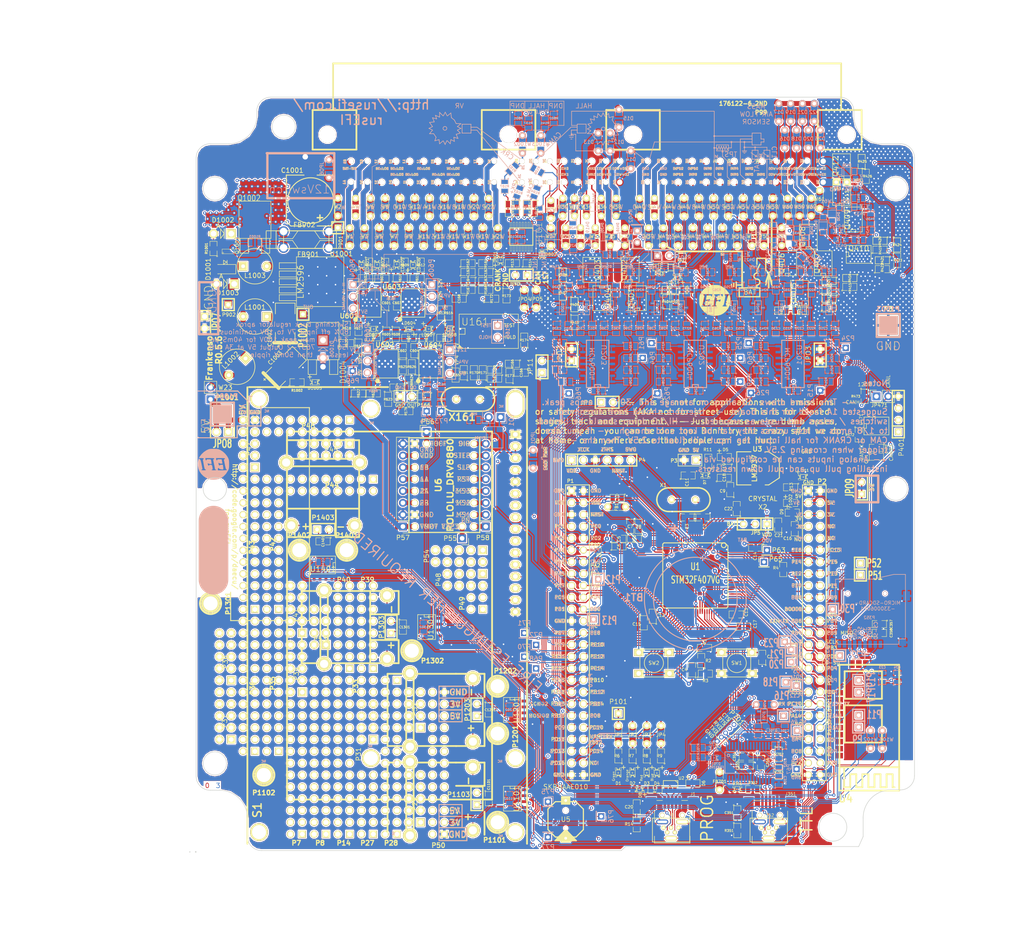
<source format=kicad_pcb>
(kicad_pcb (version 20171130) (host pcbnew "(5.1.5)-3")

  (general
    (thickness 1.6)
    (drawings 1165)
    (tracks 6838)
    (zones 0)
    (modules 614)
    (nets 413)
  )

  (page B)
  (title_block
    (title Frankenso)
    (date 2019-04-21)
    (rev R0.5.6)
    (company http://rusefi.com/)
  )

  (layers
    (0 F.Cu signal)
    (1 PWR power)
    (2 GND power)
    (31 B.Cu signal)
    (32 B.Adhes user)
    (33 F.Adhes user)
    (34 B.Paste user)
    (35 F.Paste user)
    (36 B.SilkS user)
    (37 F.SilkS user)
    (38 B.Mask user)
    (39 F.Mask user)
    (40 Dwgs.User user)
    (41 Cmts.User user)
    (42 Eco1.User user)
    (43 Eco2.User user)
    (44 Edge.Cuts user)
    (45 Margin user)
    (46 B.CrtYd user)
    (47 F.CrtYd user)
    (48 B.Fab user)
    (49 F.Fab user)
  )

  (setup
    (last_trace_width 0.1524)
    (user_trace_width 0.1524)
    (user_trace_width 0.2159)
    (user_trace_width 0.3048)
    (user_trace_width 1.0668)
    (user_trace_width 1.651)
    (user_trace_width 1.6764)
    (user_trace_width 2.7178)
    (trace_clearance 0.1524)
    (zone_clearance 0.1778)
    (zone_45_only yes)
    (trace_min 0.1524)
    (via_size 0.6858)
    (via_drill 0.3302)
    (via_min_size 0)
    (via_min_drill 0.3302)
    (user_via 0.6858 0.3302)
    (user_via 0.78994 0.43434)
    (user_via 1.54178 1.18618)
    (uvia_size 0.508)
    (uvia_drill 0.127)
    (uvias_allowed no)
    (uvia_min_size 0.508)
    (uvia_min_drill 0.127)
    (edge_width 0.127)
    (segment_width 0.127)
    (pcb_text_width 0.127)
    (pcb_text_size 1.016 1.016)
    (mod_edge_width 0.254)
    (mod_text_size 0.508 0.508)
    (mod_text_width 0.127)
    (pad_size 0.889 1.397)
    (pad_drill 0)
    (pad_to_mask_clearance 0.0762)
    (aux_axis_origin 107.95 203.2)
    (visible_elements 7FFEF67F)
    (pcbplotparams
      (layerselection 0x010ff_80000007)
      (usegerberextensions true)
      (usegerberattributes false)
      (usegerberadvancedattributes false)
      (creategerberjobfile false)
      (excludeedgelayer true)
      (linewidth 0.100000)
      (plotframeref false)
      (viasonmask false)
      (mode 1)
      (useauxorigin false)
      (hpglpennumber 1)
      (hpglpenspeed 20)
      (hpglpendiameter 15.000000)
      (psnegative false)
      (psa4output false)
      (plotreference true)
      (plotvalue true)
      (plotinvisibletext false)
      (padsonsilk false)
      (subtractmaskfromsilk false)
      (outputformat 1)
      (mirror false)
      (drillshape 0)
      (scaleselection 1)
      (outputdirectory "frankenso_gerbers/"))
  )

  (net 0 "")
  (net 1 /DD_HIP9011/CS)
  (net 2 /DD_HIP9011/INT/HLD)
  (net 3 /DD_HIP9011/INTOUT)
  (net 4 /DD_HIP9011/OUT)
  (net 5 /DD_HIP9011/TEST)
  (net 6 /HD44780_VCC)
  (net 7 /HD44780_VLCD)
  (net 8 /PWR_buck_12V_switcher/5V-REG)
  (net 9 /PWR_buck_12V_switcher/FB)
  (net 10 /PWR_buck_12V_switcher/OUT)
  (net 11 /PWR_buck_12V_switcher/VBAT)
  (net 12 /PWR_buck_12V_switcher/Vf)
  (net 13 /PWR_buck_12V_switcher/Vs1)
  (net 14 /PWR_buck_12V_switcher/Vs2)
  (net 15 /adc_amp_divider/OUT1)
  (net 16 /adc_amp_divider/OUT10)
  (net 17 /adc_amp_divider/OUT11)
  (net 18 /adc_amp_divider/OUT12)
  (net 19 /adc_amp_divider/OUT2)
  (net 20 /adc_amp_divider/OUT3)
  (net 21 /adc_amp_divider/OUT4)
  (net 22 /adc_amp_divider/OUT5)
  (net 23 /adc_amp_divider/OUT6)
  (net 24 /adc_amp_divider/OUT7)
  (net 25 /adc_amp_divider/OUT8)
  (net 26 /adc_amp_divider/OUT9)
  (net 27 /can_brd_1/CAN_RX)
  (net 28 /can_brd_1/CAN_TX)
  (net 29 /hi-lo/VP)
  (net 30 /hi-lo/VP2)
  (net 31 /hi-lo/VP3)
  (net 32 /hi-lo/VP4)
  (net 33 /inj_12ch/INJ-01)
  (net 34 /inj_12ch/INJ-01_5V)
  (net 35 /inj_12ch/INJ-02_5V)
  (net 36 /inj_12ch/INJ-03_5V)
  (net 37 /inj_12ch/INJ-04_5V)
  (net 38 /inj_12ch/INJ-05_5V)
  (net 39 /inj_12ch/INJ-06_5V)
  (net 40 /inj_12ch/INJ-07_5V)
  (net 41 /inj_12ch/INJ-08_5V)
  (net 42 /inj_12ch/INJ-09_5V)
  (net 43 /inj_12ch/INJ-10_5V)
  (net 44 /inj_12ch/INJ-11_5V)
  (net 45 /inj_12ch/INJ-12_5V)
  (net 46 /mmc_usb_1/CB2)
  (net 47 /mmc_usb_1/CB4)
  (net 48 /mmc_usb_1/D+)
  (net 49 /mmc_usb_1/D-)
  (net 50 /mmc_usb_1/FTVCC)
  (net 51 /mmc_usb_1/PWREN#)
  (net 52 /mmc_usb_1/RESET)
  (net 53 /mmc_usb_1/RI)
  (net 54 /mmc_usb_1/Vbus)
  (net 55 /mmc_usb_1/shield)
  (net 56 /stm32f407_board/BOOT0)
  (net 57 /stm32f407_board/D+)
  (net 58 /stm32f407_board/D-)
  (net 59 /stm32f407_board/NRST)
  (net 60 /stm32f407_board/PA10)
  (net 61 /stm32f407_board/PA11)
  (net 62 /stm32f407_board/PA12)
  (net 63 /stm32f407_board/PA15)
  (net 64 /stm32f407_board/PA5)
  (net 65 /stm32f407_board/PA9)
  (net 66 /stm32f407_board/PB1)
  (net 67 /stm32f407_board/PC12)
  (net 68 /stm32f407_board/PC6)
  (net 69 /stm32f407_board/PC8)
  (net 70 /stm32f407_board/PD0)
  (net 71 /stm32f407_board/PD1)
  (net 72 /stm32f407_board/PD10)
  (net 73 /stm32f407_board/PD11)
  (net 74 /stm32f407_board/PD13)
  (net 75 /stm32f407_board/PD14)
  (net 76 /stm32f407_board/PD15)
  (net 77 /stm32f407_board/PD2)
  (net 78 /stm32f407_board/PD6)
  (net 79 /stm32f407_board/PE0)
  (net 80 /stm32f407_board/PE1)
  (net 81 /stm32f407_board/VDD)
  (net 82 /stm32f407_board/shield)
  (net 83 /thermocouple1//CS)
  (net 84 /thermocouple1/TCPL+)
  (net 85 /thermocouple1/TCPL-)
  (net 86 /thermocouple2//CS)
  (net 87 /thermocouple2/TCPL+)
  (net 88 /thermocouple2/TCPL-)
  (net 89 /thermocouple3//CS)
  (net 90 /thermocouple3/TCPL+)
  (net 91 /thermocouple3/TCPL-)
  (net 92 /thermocouple4//CS)
  (net 93 /thermocouple4/TCPL+)
  (net 94 /thermocouple4/TCPL-)
  (net 95 GND)
  (net 96 "Net-(C2-Pad1)")
  (net 97 "Net-(C3-Pad1)")
  (net 98 "Net-(C4-Pad2)")
  (net 99 "Net-(C5-Pad2)")
  (net 100 "Net-(C7-Pad2)")
  (net 101 "Net-(C15-Pad1)")
  (net 102 "Net-(C17-Pad1)")
  (net 103 "Net-(C21-Pad2)")
  (net 104 "Net-(C22-Pad2)")
  (net 105 "Net-(C101-Pad1)")
  (net 106 "Net-(C101-Pad2)")
  (net 107 "Net-(C102-Pad1)")
  (net 108 "Net-(C102-Pad2)")
  (net 109 "Net-(C162-Pad2)")
  (net 110 "Net-(C163-Pad2)")
  (net 111 "Net-(C166-Pad1)")
  (net 112 "Net-(C167-Pad1)")
  (net 113 "Net-(C168-Pad1)")
  (net 114 "Net-(C210-Pad2)")
  (net 115 "Net-(C220-Pad2)")
  (net 116 "Net-(C230-Pad2)")
  (net 117 "Net-(C240-Pad2)")
  (net 118 "Net-(C250-Pad2)")
  (net 119 "Net-(C260-Pad2)")
  (net 120 "Net-(C270-Pad2)")
  (net 121 "Net-(C280-Pad2)")
  (net 122 "Net-(C290-Pad2)")
  (net 123 "Net-(C300-Pad2)")
  (net 124 "Net-(C310-Pad2)")
  (net 125 "Net-(C320-Pad2)")
  (net 126 "Net-(C356-Pad2)")
  (net 127 "Net-(C701-Pad1)")
  (net 128 "Net-(C701-Pad2)")
  (net 129 "Net-(D1-Pad1)")
  (net 130 "Net-(D2-Pad1)")
  (net 131 "Net-(D3-Pad1)")
  (net 132 "Net-(D4-Pad1)")
  (net 133 "Net-(D5-Pad1)")
  (net 134 "Net-(D7-Pad1)")
  (net 135 "Net-(D8-Pad1)")
  (net 136 "Net-(D11-Pad1)")
  (net 137 "Net-(D12-Pad1)")
  (net 138 "Net-(D13-Pad1)")
  (net 139 "Net-(D14-Pad1)")
  (net 140 "Net-(D15-Pad1)")
  (net 141 "Net-(D16-Pad1)")
  (net 142 "Net-(D17-Pad1)")
  (net 143 "Net-(D18-Pad1)")
  (net 144 "Net-(D19-Pad1)")
  (net 145 "Net-(D20-Pad1)")
  (net 146 "Net-(D21-Pad1)")
  (net 147 "Net-(D210-Pad2)")
  (net 148 "Net-(D220-Pad2)")
  (net 149 "Net-(D230-Pad2)")
  (net 150 "Net-(D240-Pad2)")
  (net 151 "Net-(D250-Pad2)")
  (net 152 "Net-(D260-Pad2)")
  (net 153 "Net-(D270-Pad2)")
  (net 154 "Net-(D280-Pad2)")
  (net 155 "Net-(D290-Pad2)")
  (net 156 "Net-(D300-Pad2)")
  (net 157 "Net-(D310-Pad2)")
  (net 158 "Net-(D320-Pad2)")
  (net 159 "Net-(D351-Pad1)")
  (net 160 "Net-(D413-Pad1)")
  (net 161 "Net-(D414-Pad1)")
  (net 162 "Net-(D415-Pad1)")
  (net 163 "Net-(D415-Pad2)")
  (net 164 "Net-(D417-Pad1)")
  (net 165 "Net-(D417-Pad2)")
  (net 166 "Net-(D419-Pad1)")
  (net 167 "Net-(D419-Pad2)")
  (net 168 "Net-(D421-Pad1)")
  (net 169 "Net-(D421-Pad2)")
  (net 170 "Net-(D423-Pad1)")
  (net 171 "Net-(D423-Pad2)")
  (net 172 "Net-(D425-Pad1)")
  (net 173 "Net-(D425-Pad2)")
  (net 174 "Net-(D427-Pad1)")
  (net 175 "Net-(D427-Pad2)")
  (net 176 "Net-(D429-Pad1)")
  (net 177 "Net-(D429-Pad2)")
  (net 178 "Net-(D431-Pad1)")
  (net 179 "Net-(D431-Pad2)")
  (net 180 "Net-(D433-Pad1)")
  (net 181 "Net-(D433-Pad2)")
  (net 182 "Net-(D435-Pad1)")
  (net 183 "Net-(D435-Pad2)")
  (net 184 "Net-(D701-Pad1)")
  (net 185 "Net-(D701-Pad2)")
  (net 186 "Net-(D702-Pad1)")
  (net 187 "Net-(D702-Pad2)")
  (net 188 "Net-(D801-Pad2)")
  (net 189 "Net-(D802-Pad2)")
  (net 190 "Net-(D1001-Pad1)")
  (net 191 "Net-(D1001-Pad2)")
  (net 192 "Net-(D1005-Pad1)")
  (net 193 "Net-(JP1-Pad2)")
  (net 194 "Net-(JP2-Pad2)")
  (net 195 "Net-(JP3-Pad2)")
  (net 196 "Net-(JP4-Pad2)")
  (net 197 "Net-(JP5-Pad2)")
  (net 198 "Net-(JP9-Pad2)")
  (net 199 "Net-(JP11-Pad2)")
  (net 200 "Net-(JP471-Pad1)")
  (net 201 "Net-(LD601-Pad1)")
  (net 202 "Net-(LD602-Pad1)")
  (net 203 "Net-(LD603-Pad1)")
  (net 204 "Net-(LD604-Pad1)")
  (net 205 "Net-(LD605-Pad1)")
  (net 206 "Net-(LD606-Pad1)")
  (net 207 "Net-(LD607-Pad1)")
  (net 208 "Net-(LD608-Pad1)")
  (net 209 "Net-(P99-Pad12)")
  (net 210 "Net-(P99-Pad1)")
  (net 211 "Net-(P99-Pad2)")
  (net 212 "Net-(P99-Pad13)")
  (net 213 "Net-(P99-Pad17)")
  (net 214 "Net-(P99-Pad6)")
  (net 215 "Net-(P99-Pad5)")
  (net 216 "Net-(P99-Pad16)")
  (net 217 "Net-(P99-Pad14)")
  (net 218 "Net-(P99-Pad3)")
  (net 219 "Net-(P99-Pad4)")
  (net 220 "Net-(P99-Pad15)")
  (net 221 "Net-(P99-Pad19)")
  (net 222 "Net-(P99-Pad8)")
  (net 223 "Net-(P99-Pad7)")
  (net 224 "Net-(P99-Pad18)")
  (net 225 "Net-(P99-Pad20)")
  (net 226 "Net-(P99-Pad9)")
  (net 227 "Net-(P99-Pad10)")
  (net 228 "Net-(P99-Pad21)")
  (net 229 "Net-(P99-Pad34)")
  (net 230 "Net-(P99-Pad26)")
  (net 231 "Net-(P99-Pad25)")
  (net 232 "Net-(P99-Pad33)")
  (net 233 "Net-(P99-Pad36)")
  (net 234 "Net-(P99-Pad28)")
  (net 235 "Net-(P99-Pad27)")
  (net 236 "Net-(P99-Pad35)")
  (net 237 "Net-(P99-Pad22)")
  (net 238 "Net-(P99-Pad11)")
  (net 239 "Net-(P99-Pad40)")
  (net 240 "Net-(P99-Pad53)")
  (net 241 "Net-(P99-Pad39)")
  (net 242 "Net-(P99-Pad52)")
  (net 243 "Net-(P99-Pad44)")
  (net 244 "Net-(P99-Pad57)")
  (net 245 "Net-(P99-Pad43)")
  (net 246 "Net-(P99-Pad56)")
  (net 247 "Net-(P99-Pad41)")
  (net 248 "Net-(P99-Pad54)")
  (net 249 "Net-(P99-Pad42)")
  (net 250 "Net-(P99-Pad55)")
  (net 251 "Net-(P99-Pad46)")
  (net 252 "Net-(P99-Pad59)")
  (net 253 "Net-(P99-Pad45)")
  (net 254 "Net-(P99-Pad58)")
  (net 255 "Net-(P99-Pad47)")
  (net 256 "Net-(P99-Pad60)")
  (net 257 "Net-(Q401-Pad1)")
  (net 258 "Net-(Q402-Pad1)")
  (net 259 "Net-(Q403-Pad1)")
  (net 260 "Net-(Q404-Pad1)")
  (net 261 "Net-(Q405-Pad1)")
  (net 262 "Net-(Q406-Pad1)")
  (net 263 "Net-(Q407-Pad1)")
  (net 264 "Net-(Q408-Pad1)")
  (net 265 "Net-(Q409-Pad1)")
  (net 266 "Net-(Q410-Pad1)")
  (net 267 "Net-(Q411-Pad1)")
  (net 268 "Net-(Q412-Pad1)")
  (net 269 "Net-(R1-Pad1)")
  (net 270 "Net-(R99-Pad2)")
  (net 271 "Net-(R102-Pad2)")
  (net 272 "Net-(R103-Pad2)")
  (net 273 "Net-(R104-Pad2)")
  (net 274 "Net-(R106-Pad2)")
  (net 275 "Net-(R137-Pad2)")
  (net 276 "Net-(R141-Pad2)")
  (net 277 "Net-(R163-Pad2)")
  (net 278 "Net-(R164-Pad2)")
  (net 279 "Net-(R167-Pad1)")
  (net 280 "Net-(R168-Pad2)")
  (net 281 "Net-(R177-Pad1)")
  (net 282 "Net-(R214-Pad1)")
  (net 283 "Net-(R224-Pad1)")
  (net 284 "Net-(R234-Pad1)")
  (net 285 "Net-(R244-Pad1)")
  (net 286 "Net-(R254-Pad1)")
  (net 287 "Net-(R264-Pad1)")
  (net 288 "Net-(R274-Pad1)")
  (net 289 "Net-(R284-Pad1)")
  (net 290 "Net-(R294-Pad1)")
  (net 291 "Net-(R304-Pad1)")
  (net 292 "Net-(R314-Pad1)")
  (net 293 "Net-(R324-Pad1)")
  (net 294 "Net-(R472-Pad1)")
  (net 295 "Net-(R601-Pad2)")
  (net 296 "Net-(R603-Pad2)")
  (net 297 "Net-(R605-Pad2)")
  (net 298 "Net-(R607-Pad2)")
  (net 299 "Net-(R609-Pad2)")
  (net 300 "Net-(R611-Pad2)")
  (net 301 "Net-(R613-Pad2)")
  (net 302 "Net-(R615-Pad2)")
  (net 303 "Net-(U5-Pad1)")
  (net 304 "Net-(U5-Pad3)")
  (net 305 /1A)
  (net 306 /1C)
  (net 307 /1D)
  (net 308 /1E)
  (net 309 /1J)
  (net 310 /1K)
  (net 311 /1N)
  (net 312 /1Q)
  (net 313 /1R)
  (net 314 /1S)
  (net 315 /1T)
  (net 316 /1U)
  (net 317 /1V)
  (net 318 /3R)
  (net 319 "Net-(R617-Pad1)")
  (net 320 "Net-(R619-Pad1)")
  (net 321 "Net-(R621-Pad1)")
  (net 322 "Net-(R623-Pad1)")
  (net 323 "Net-(R625-Pad1)")
  (net 324 "Net-(R627-Pad1)")
  (net 325 "Net-(R629-Pad1)")
  (net 326 "Net-(R631-Pad1)")
  (net 327 /5V)
  (net 328 /3.3V)
  (net 329 /KNOCK-INPUT-1)
  (net 330 /KNOCK-INPUT-0)
  (net 331 /12V-SWITCH)
  (net 332 /LOW-1A-11)
  (net 333 /LOW-1A-12)
  (net 334 /LOW-1A-02)
  (net 335 /LOW-1A-03)
  (net 336 /LOW-1A-04)
  (net 337 /LOW-1A-05)
  (net 338 /LOW-1A-06)
  (net 339 /LOW-1A-07)
  (net 340 /LOW-1A-08)
  (net 341 /LOW-1A-09)
  (net 342 /LOW-1A-10)
  (net 343 /CANL)
  (net 344 /CRANK)
  (net 345 /CAM)
  (net 346 /HD44780_RS)
  (net 347 /HD44780_CS)
  (net 348 /HD44780_D4)
  (net 349 /HD44780_D5)
  (net 350 /HD44780_D6)
  (net 351 /HD44780_D7)
  (net 352 /SCK-2)
  (net 353 /SO-2)
  (net 354 /SI-2)
  (net 355 /SO)
  (net 356 /SI)
  (net 357 /SCK)
  (net 358 /CS_SD)
  (net 359 /232-FROM-MCU)
  (net 360 /232-TO-MCU)
  (net 361 "Net-(P55-Pad1)")
  (net 362 "Net-(P56-Pad1)")
  (net 363 "Net-(P57-Pad3)")
  (net 364 "Net-(P57-Pad4)")
  (net 365 "Net-(P57-Pad5)")
  (net 366 "Net-(P57-Pad6)")
  (net 367 /CRK2-)
  (net 368 /CRK2+)
  (net 369 /CAM+)
  (net 370 /CAM-)
  (net 371 /CANH)
  (net 372 /AN1-HARN)
  (net 373 /AN2-HARN)
  (net 374 /AN3-HARN)
  (net 375 /AN4-HARN)
  (net 376 /AN5-HARN)
  (net 377 /AN6-HARN)
  (net 378 /AN7-HARN)
  (net 379 /AN8-HARN)
  (net 380 /AN9-HARN)
  (net 381 /AN10-HARN)
  (net 382 /AN11-HARN)
  (net 383 /AN12-HARN)
  (net 384 /LOW-1A-01_2)
  (net 385 /HL1)
  (net 386 /HL2)
  (net 387 /HL3)
  (net 388 /HL4)
  (net 389 /HL5)
  (net 390 /HL6)
  (net 391 /HL7)
  (net 392 /HL8)
  (net 393 "Net-(P58-Pad1)")
  (net 394 "Net-(P58-Pad2)")
  (net 395 "Net-(P58-Pad3)")
  (net 396 "Net-(P58-Pad4)")
  (net 397 "Net-(P58-Pad5)")
  (net 398 "Net-(P58-Pad6)")
  (net 399 "Net-(P58-Pad7)")
  (net 400 "Net-(P58-Pad8)")
  (net 401 12V-SNUB)
  (net 402 /hi-lo/DOHL6)
  (net 403 /hi-lo/DOHL5)
  (net 404 /hi-lo/DOHL4)
  (net 405 /hi-lo/DOHL3)
  (net 406 /hi-lo/DOHL8)
  (net 407 /hi-lo/DOHL7)
  (net 408 /hi-lo/DOHL1)
  (net 409 /hi-lo/DOHL2)
  (net 410 "Net-(P701-Pad4)")
  (net 411 "Net-(P701-Pad5)")
  (net 412 /stm32f407_board/RTC_Bat)

  (net_class Default ""
    (clearance 0.1524)
    (trace_width 0.1524)
    (via_dia 0.6858)
    (via_drill 0.3302)
    (uvia_dia 0.508)
    (uvia_drill 0.127)
    (add_net /1A)
    (add_net /1C)
    (add_net /1D)
    (add_net /1E)
    (add_net /1J)
    (add_net /1K)
    (add_net /1N)
    (add_net /1Q)
    (add_net /1R)
    (add_net /1S)
    (add_net /1T)
    (add_net /1U)
    (add_net /1V)
    (add_net /232-FROM-MCU)
    (add_net /232-TO-MCU)
    (add_net /3.3V)
    (add_net /3R)
    (add_net /5V)
    (add_net /AN1-HARN)
    (add_net /AN10-HARN)
    (add_net /AN11-HARN)
    (add_net /AN12-HARN)
    (add_net /AN2-HARN)
    (add_net /AN3-HARN)
    (add_net /AN4-HARN)
    (add_net /AN5-HARN)
    (add_net /AN6-HARN)
    (add_net /AN7-HARN)
    (add_net /AN8-HARN)
    (add_net /AN9-HARN)
    (add_net /CAM)
    (add_net /CAM+)
    (add_net /CAM-)
    (add_net /CANH)
    (add_net /CANL)
    (add_net /CRANK)
    (add_net /CRK2+)
    (add_net /CRK2-)
    (add_net /CS_SD)
    (add_net /DD_HIP9011/CS)
    (add_net /DD_HIP9011/INT/HLD)
    (add_net /DD_HIP9011/INTOUT)
    (add_net /DD_HIP9011/OUT)
    (add_net /DD_HIP9011/TEST)
    (add_net /HD44780_CS)
    (add_net /HD44780_D4)
    (add_net /HD44780_D5)
    (add_net /HD44780_D6)
    (add_net /HD44780_D7)
    (add_net /HD44780_RS)
    (add_net /HD44780_VCC)
    (add_net /HD44780_VLCD)
    (add_net /HL1)
    (add_net /HL2)
    (add_net /HL3)
    (add_net /HL4)
    (add_net /HL5)
    (add_net /HL6)
    (add_net /HL7)
    (add_net /HL8)
    (add_net /KNOCK-INPUT-0)
    (add_net /KNOCK-INPUT-1)
    (add_net /LOW-1A-01_2)
    (add_net /LOW-1A-02)
    (add_net /LOW-1A-03)
    (add_net /LOW-1A-04)
    (add_net /LOW-1A-05)
    (add_net /LOW-1A-06)
    (add_net /LOW-1A-07)
    (add_net /LOW-1A-08)
    (add_net /LOW-1A-09)
    (add_net /LOW-1A-10)
    (add_net /LOW-1A-11)
    (add_net /LOW-1A-12)
    (add_net /PWR_buck_12V_switcher/Vf)
    (add_net /PWR_buck_12V_switcher/Vs2)
    (add_net /SCK)
    (add_net /SCK-2)
    (add_net /SI)
    (add_net /SI-2)
    (add_net /SO)
    (add_net /SO-2)
    (add_net /adc_amp_divider/OUT1)
    (add_net /adc_amp_divider/OUT10)
    (add_net /adc_amp_divider/OUT11)
    (add_net /adc_amp_divider/OUT12)
    (add_net /adc_amp_divider/OUT2)
    (add_net /adc_amp_divider/OUT3)
    (add_net /adc_amp_divider/OUT4)
    (add_net /adc_amp_divider/OUT5)
    (add_net /adc_amp_divider/OUT6)
    (add_net /adc_amp_divider/OUT7)
    (add_net /adc_amp_divider/OUT8)
    (add_net /adc_amp_divider/OUT9)
    (add_net /can_brd_1/CAN_RX)
    (add_net /can_brd_1/CAN_TX)
    (add_net /hi-lo/DOHL1)
    (add_net /hi-lo/DOHL2)
    (add_net /hi-lo/DOHL3)
    (add_net /hi-lo/DOHL4)
    (add_net /hi-lo/DOHL5)
    (add_net /hi-lo/DOHL6)
    (add_net /hi-lo/DOHL7)
    (add_net /hi-lo/DOHL8)
    (add_net /hi-lo/VP)
    (add_net /hi-lo/VP2)
    (add_net /hi-lo/VP3)
    (add_net /hi-lo/VP4)
    (add_net /inj_12ch/INJ-01_5V)
    (add_net /inj_12ch/INJ-02_5V)
    (add_net /inj_12ch/INJ-03_5V)
    (add_net /inj_12ch/INJ-04_5V)
    (add_net /inj_12ch/INJ-05_5V)
    (add_net /inj_12ch/INJ-06_5V)
    (add_net /inj_12ch/INJ-07_5V)
    (add_net /inj_12ch/INJ-08_5V)
    (add_net /inj_12ch/INJ-09_5V)
    (add_net /inj_12ch/INJ-10_5V)
    (add_net /inj_12ch/INJ-11_5V)
    (add_net /inj_12ch/INJ-12_5V)
    (add_net /mmc_usb_1/CB2)
    (add_net /mmc_usb_1/CB4)
    (add_net /mmc_usb_1/FTVCC)
    (add_net /mmc_usb_1/PWREN#)
    (add_net /mmc_usb_1/RESET)
    (add_net /mmc_usb_1/RI)
    (add_net /mmc_usb_1/Vbus)
    (add_net /mmc_usb_1/shield)
    (add_net /stm32f407_board/BOOT0)
    (add_net /stm32f407_board/NRST)
    (add_net /stm32f407_board/PA10)
    (add_net /stm32f407_board/PA15)
    (add_net /stm32f407_board/PA5)
    (add_net /stm32f407_board/PA9)
    (add_net /stm32f407_board/PB1)
    (add_net /stm32f407_board/PC12)
    (add_net /stm32f407_board/PC6)
    (add_net /stm32f407_board/PC8)
    (add_net /stm32f407_board/PD0)
    (add_net /stm32f407_board/PD1)
    (add_net /stm32f407_board/PD10)
    (add_net /stm32f407_board/PD11)
    (add_net /stm32f407_board/PD13)
    (add_net /stm32f407_board/PD14)
    (add_net /stm32f407_board/PD15)
    (add_net /stm32f407_board/PD2)
    (add_net /stm32f407_board/PD6)
    (add_net /stm32f407_board/PE0)
    (add_net /stm32f407_board/PE1)
    (add_net /stm32f407_board/RTC_Bat)
    (add_net /stm32f407_board/VDD)
    (add_net /stm32f407_board/shield)
    (add_net /thermocouple1//CS)
    (add_net /thermocouple1/TCPL+)
    (add_net /thermocouple1/TCPL-)
    (add_net /thermocouple2//CS)
    (add_net /thermocouple2/TCPL+)
    (add_net /thermocouple2/TCPL-)
    (add_net /thermocouple3//CS)
    (add_net /thermocouple3/TCPL+)
    (add_net /thermocouple3/TCPL-)
    (add_net /thermocouple4//CS)
    (add_net /thermocouple4/TCPL+)
    (add_net /thermocouple4/TCPL-)
    (add_net 12V-SNUB)
    (add_net GND)
    (add_net "Net-(C101-Pad1)")
    (add_net "Net-(C101-Pad2)")
    (add_net "Net-(C102-Pad1)")
    (add_net "Net-(C102-Pad2)")
    (add_net "Net-(C15-Pad1)")
    (add_net "Net-(C162-Pad2)")
    (add_net "Net-(C163-Pad2)")
    (add_net "Net-(C166-Pad1)")
    (add_net "Net-(C167-Pad1)")
    (add_net "Net-(C168-Pad1)")
    (add_net "Net-(C17-Pad1)")
    (add_net "Net-(C2-Pad1)")
    (add_net "Net-(C21-Pad2)")
    (add_net "Net-(C210-Pad2)")
    (add_net "Net-(C22-Pad2)")
    (add_net "Net-(C220-Pad2)")
    (add_net "Net-(C230-Pad2)")
    (add_net "Net-(C240-Pad2)")
    (add_net "Net-(C250-Pad2)")
    (add_net "Net-(C260-Pad2)")
    (add_net "Net-(C270-Pad2)")
    (add_net "Net-(C280-Pad2)")
    (add_net "Net-(C290-Pad2)")
    (add_net "Net-(C3-Pad1)")
    (add_net "Net-(C300-Pad2)")
    (add_net "Net-(C310-Pad2)")
    (add_net "Net-(C320-Pad2)")
    (add_net "Net-(C356-Pad2)")
    (add_net "Net-(C4-Pad2)")
    (add_net "Net-(C5-Pad2)")
    (add_net "Net-(C7-Pad2)")
    (add_net "Net-(C701-Pad1)")
    (add_net "Net-(C701-Pad2)")
    (add_net "Net-(D1-Pad1)")
    (add_net "Net-(D1001-Pad1)")
    (add_net "Net-(D1005-Pad1)")
    (add_net "Net-(D11-Pad1)")
    (add_net "Net-(D12-Pad1)")
    (add_net "Net-(D13-Pad1)")
    (add_net "Net-(D14-Pad1)")
    (add_net "Net-(D15-Pad1)")
    (add_net "Net-(D16-Pad1)")
    (add_net "Net-(D17-Pad1)")
    (add_net "Net-(D18-Pad1)")
    (add_net "Net-(D19-Pad1)")
    (add_net "Net-(D2-Pad1)")
    (add_net "Net-(D20-Pad1)")
    (add_net "Net-(D21-Pad1)")
    (add_net "Net-(D210-Pad2)")
    (add_net "Net-(D220-Pad2)")
    (add_net "Net-(D230-Pad2)")
    (add_net "Net-(D240-Pad2)")
    (add_net "Net-(D250-Pad2)")
    (add_net "Net-(D260-Pad2)")
    (add_net "Net-(D270-Pad2)")
    (add_net "Net-(D280-Pad2)")
    (add_net "Net-(D290-Pad2)")
    (add_net "Net-(D3-Pad1)")
    (add_net "Net-(D300-Pad2)")
    (add_net "Net-(D310-Pad2)")
    (add_net "Net-(D320-Pad2)")
    (add_net "Net-(D351-Pad1)")
    (add_net "Net-(D4-Pad1)")
    (add_net "Net-(D413-Pad1)")
    (add_net "Net-(D414-Pad1)")
    (add_net "Net-(D415-Pad1)")
    (add_net "Net-(D415-Pad2)")
    (add_net "Net-(D417-Pad1)")
    (add_net "Net-(D417-Pad2)")
    (add_net "Net-(D419-Pad1)")
    (add_net "Net-(D419-Pad2)")
    (add_net "Net-(D421-Pad1)")
    (add_net "Net-(D421-Pad2)")
    (add_net "Net-(D423-Pad1)")
    (add_net "Net-(D423-Pad2)")
    (add_net "Net-(D425-Pad1)")
    (add_net "Net-(D425-Pad2)")
    (add_net "Net-(D427-Pad1)")
    (add_net "Net-(D427-Pad2)")
    (add_net "Net-(D429-Pad1)")
    (add_net "Net-(D429-Pad2)")
    (add_net "Net-(D431-Pad1)")
    (add_net "Net-(D431-Pad2)")
    (add_net "Net-(D433-Pad1)")
    (add_net "Net-(D433-Pad2)")
    (add_net "Net-(D435-Pad1)")
    (add_net "Net-(D435-Pad2)")
    (add_net "Net-(D5-Pad1)")
    (add_net "Net-(D7-Pad1)")
    (add_net "Net-(D701-Pad1)")
    (add_net "Net-(D701-Pad2)")
    (add_net "Net-(D702-Pad1)")
    (add_net "Net-(D702-Pad2)")
    (add_net "Net-(D8-Pad1)")
    (add_net "Net-(D801-Pad2)")
    (add_net "Net-(D802-Pad2)")
    (add_net "Net-(JP1-Pad2)")
    (add_net "Net-(JP11-Pad2)")
    (add_net "Net-(JP2-Pad2)")
    (add_net "Net-(JP3-Pad2)")
    (add_net "Net-(JP4-Pad2)")
    (add_net "Net-(JP471-Pad1)")
    (add_net "Net-(JP5-Pad2)")
    (add_net "Net-(JP9-Pad2)")
    (add_net "Net-(LD601-Pad1)")
    (add_net "Net-(LD602-Pad1)")
    (add_net "Net-(LD603-Pad1)")
    (add_net "Net-(LD604-Pad1)")
    (add_net "Net-(LD605-Pad1)")
    (add_net "Net-(LD606-Pad1)")
    (add_net "Net-(LD607-Pad1)")
    (add_net "Net-(LD608-Pad1)")
    (add_net "Net-(P55-Pad1)")
    (add_net "Net-(P56-Pad1)")
    (add_net "Net-(P57-Pad3)")
    (add_net "Net-(P57-Pad4)")
    (add_net "Net-(P57-Pad5)")
    (add_net "Net-(P57-Pad6)")
    (add_net "Net-(P58-Pad1)")
    (add_net "Net-(P58-Pad2)")
    (add_net "Net-(P58-Pad3)")
    (add_net "Net-(P58-Pad4)")
    (add_net "Net-(P58-Pad5)")
    (add_net "Net-(P58-Pad6)")
    (add_net "Net-(P58-Pad7)")
    (add_net "Net-(P58-Pad8)")
    (add_net "Net-(P701-Pad4)")
    (add_net "Net-(P701-Pad5)")
    (add_net "Net-(P99-Pad1)")
    (add_net "Net-(P99-Pad10)")
    (add_net "Net-(P99-Pad11)")
    (add_net "Net-(P99-Pad13)")
    (add_net "Net-(P99-Pad14)")
    (add_net "Net-(P99-Pad15)")
    (add_net "Net-(P99-Pad16)")
    (add_net "Net-(P99-Pad17)")
    (add_net "Net-(P99-Pad18)")
    (add_net "Net-(P99-Pad19)")
    (add_net "Net-(P99-Pad2)")
    (add_net "Net-(P99-Pad20)")
    (add_net "Net-(P99-Pad21)")
    (add_net "Net-(P99-Pad22)")
    (add_net "Net-(P99-Pad25)")
    (add_net "Net-(P99-Pad26)")
    (add_net "Net-(P99-Pad27)")
    (add_net "Net-(P99-Pad28)")
    (add_net "Net-(P99-Pad3)")
    (add_net "Net-(P99-Pad33)")
    (add_net "Net-(P99-Pad34)")
    (add_net "Net-(P99-Pad35)")
    (add_net "Net-(P99-Pad36)")
    (add_net "Net-(P99-Pad39)")
    (add_net "Net-(P99-Pad4)")
    (add_net "Net-(P99-Pad40)")
    (add_net "Net-(P99-Pad41)")
    (add_net "Net-(P99-Pad42)")
    (add_net "Net-(P99-Pad43)")
    (add_net "Net-(P99-Pad44)")
    (add_net "Net-(P99-Pad45)")
    (add_net "Net-(P99-Pad46)")
    (add_net "Net-(P99-Pad47)")
    (add_net "Net-(P99-Pad5)")
    (add_net "Net-(P99-Pad52)")
    (add_net "Net-(P99-Pad53)")
    (add_net "Net-(P99-Pad54)")
    (add_net "Net-(P99-Pad55)")
    (add_net "Net-(P99-Pad56)")
    (add_net "Net-(P99-Pad57)")
    (add_net "Net-(P99-Pad58)")
    (add_net "Net-(P99-Pad59)")
    (add_net "Net-(P99-Pad6)")
    (add_net "Net-(P99-Pad60)")
    (add_net "Net-(P99-Pad7)")
    (add_net "Net-(P99-Pad8)")
    (add_net "Net-(P99-Pad9)")
    (add_net "Net-(Q401-Pad1)")
    (add_net "Net-(Q402-Pad1)")
    (add_net "Net-(Q403-Pad1)")
    (add_net "Net-(Q404-Pad1)")
    (add_net "Net-(Q405-Pad1)")
    (add_net "Net-(Q406-Pad1)")
    (add_net "Net-(Q407-Pad1)")
    (add_net "Net-(Q408-Pad1)")
    (add_net "Net-(Q409-Pad1)")
    (add_net "Net-(Q410-Pad1)")
    (add_net "Net-(Q411-Pad1)")
    (add_net "Net-(Q412-Pad1)")
    (add_net "Net-(R1-Pad1)")
    (add_net "Net-(R102-Pad2)")
    (add_net "Net-(R103-Pad2)")
    (add_net "Net-(R104-Pad2)")
    (add_net "Net-(R106-Pad2)")
    (add_net "Net-(R137-Pad2)")
    (add_net "Net-(R141-Pad2)")
    (add_net "Net-(R163-Pad2)")
    (add_net "Net-(R164-Pad2)")
    (add_net "Net-(R167-Pad1)")
    (add_net "Net-(R168-Pad2)")
    (add_net "Net-(R177-Pad1)")
    (add_net "Net-(R214-Pad1)")
    (add_net "Net-(R224-Pad1)")
    (add_net "Net-(R234-Pad1)")
    (add_net "Net-(R244-Pad1)")
    (add_net "Net-(R254-Pad1)")
    (add_net "Net-(R264-Pad1)")
    (add_net "Net-(R274-Pad1)")
    (add_net "Net-(R284-Pad1)")
    (add_net "Net-(R294-Pad1)")
    (add_net "Net-(R304-Pad1)")
    (add_net "Net-(R314-Pad1)")
    (add_net "Net-(R324-Pad1)")
    (add_net "Net-(R472-Pad1)")
    (add_net "Net-(R601-Pad2)")
    (add_net "Net-(R603-Pad2)")
    (add_net "Net-(R605-Pad2)")
    (add_net "Net-(R607-Pad2)")
    (add_net "Net-(R609-Pad2)")
    (add_net "Net-(R611-Pad2)")
    (add_net "Net-(R613-Pad2)")
    (add_net "Net-(R615-Pad2)")
    (add_net "Net-(R617-Pad1)")
    (add_net "Net-(R619-Pad1)")
    (add_net "Net-(R621-Pad1)")
    (add_net "Net-(R623-Pad1)")
    (add_net "Net-(R625-Pad1)")
    (add_net "Net-(R627-Pad1)")
    (add_net "Net-(R629-Pad1)")
    (add_net "Net-(R631-Pad1)")
    (add_net "Net-(R99-Pad2)")
    (add_net "Net-(U5-Pad1)")
    (add_net "Net-(U5-Pad3)")
  )

  (net_class "1A external" ""
    (clearance 0.2159)
    (trace_width 0.3048)
    (via_dia 0.6858)
    (via_drill 0.3302)
    (uvia_dia 0.508)
    (uvia_drill 0.127)
    (add_net /PWR_buck_12V_switcher/Vs1)
  )

  (net_class "2.5A external" ""
    (clearance 0.2159)
    (trace_width 1.0668)
    (via_dia 0.6858)
    (via_drill 0.3302)
    (uvia_dia 0.508)
    (uvia_drill 0.127)
    (add_net /12V-SWITCH)
    (add_net /PWR_buck_12V_switcher/5V-REG)
    (add_net /PWR_buck_12V_switcher/FB)
  )

  (net_class "3.5A external" ""
    (clearance 0.2159)
    (trace_width 1.651)
    (via_dia 1.0922)
    (via_drill 0.6858)
    (uvia_dia 0.508)
    (uvia_drill 0.127)
    (add_net /PWR_buck_12V_switcher/OUT)
    (add_net /PWR_buck_12V_switcher/VBAT)
    (add_net "Net-(D1001-Pad2)")
  )

  (net_class "3.5A external high voltage" ""
    (clearance 1.016)
    (trace_width 1.6764)
    (via_dia 0.6858)
    (via_drill 0.3302)
    (uvia_dia 0.508)
    (uvia_drill 0.127)
  )

  (net_class "5A external" ""
    (clearance 0.2159)
    (trace_width 2.7178)
    (via_dia 1.54178)
    (via_drill 1.18618)
    (uvia_dia 0.508)
    (uvia_drill 0.127)
  )

  (net_class Supply_200V ""
    (clearance 0.3048)
    (trace_width 1.0668)
    (via_dia 0.6858)
    (via_drill 0.3302)
    (uvia_dia 0.508)
    (uvia_drill 0.127)
    (add_net "Net-(P99-Pad12)")
  )

  (net_class min2_extern_.188A ""
    (clearance 0.1524)
    (trace_width 0.1524)
    (via_dia 0.6858)
    (via_drill 0.3302)
    (uvia_dia 0.508)
    (uvia_drill 0.127)
  )

  (net_class min_extern_.241A ""
    (clearance 0.2159)
    (trace_width 0.2159)
    (via_dia 0.6858)
    (via_drill 0.3302)
    (uvia_dia 0.508)
    (uvia_drill 0.127)
    (add_net /inj_12ch/INJ-01)
    (add_net /mmc_usb_1/D+)
    (add_net /mmc_usb_1/D-)
    (add_net /stm32f407_board/D+)
    (add_net /stm32f407_board/D-)
    (add_net /stm32f407_board/PA11)
    (add_net /stm32f407_board/PA12)
  )

  (module PIN_ARRAY_25x2_A locked (layer F.Cu) (tedit 53BE6ACB) (tstamp 52ED0DDE)
    (at 189.865 156.16936 270)
    (descr "2 x 25 pins connector")
    (tags "CONN 25")
    (path /53A0541A/52CFAC03)
    (fp_text reference P1 (at -32.59836 1.524) (layer F.SilkS)
      (effects (font (size 0.762 0.762) (thickness 0.1524)))
    )
    (fp_text value CONN_25X2 (at 7.62 -3.81 270) (layer F.SilkS) hide
      (effects (font (size 1.016 1.016) (thickness 0.1016)))
    )
    (fp_line (start -31.75 2.54) (end 31.75 2.54) (layer F.SilkS) (width 0.2032))
    (fp_line (start 31.75 -2.54) (end -31.75 -2.54) (layer F.SilkS) (width 0.2032))
    (fp_line (start -31.75 -2.54) (end -31.75 2.54) (layer F.SilkS) (width 0.2032))
    (fp_line (start 31.75 2.54) (end 31.75 -2.54) (layer F.SilkS) (width 0.2032))
    (pad 1 thru_hole rect (at -30.48 1.27 270) (size 1.524 1.524) (drill 1.016) (layers *.Cu *.Mask F.SilkS)
      (net 95 GND))
    (pad 2 thru_hole circle (at -30.48 -1.27 270) (size 1.524 1.524) (drill 1.016) (layers *.Cu *.Mask F.SilkS)
      (net 95 GND))
    (pad 3 thru_hole circle (at -27.94 1.27 270) (size 1.524 1.524) (drill 1.016) (layers *.Cu *.Mask F.SilkS)
      (net 81 /stm32f407_board/VDD))
    (pad 4 thru_hole circle (at -27.94 -1.27 270) (size 1.524 1.524) (drill 1.016) (layers *.Cu *.Mask F.SilkS)
      (net 81 /stm32f407_board/VDD))
    (pad 5 thru_hole circle (at -25.4 1.27 270) (size 1.524 1.524) (drill 1.016) (layers *.Cu *.Mask F.SilkS)
      (net 95 GND))
    (pad 6 thru_hole circle (at -25.4 -1.27 270) (size 1.524 1.524) (drill 1.016) (layers *.Cu *.Mask F.SilkS)
      (net 59 /stm32f407_board/NRST))
    (pad 7 thru_hole circle (at -22.86 1.27 270) (size 1.524 1.524) (drill 1.016) (layers *.Cu *.Mask F.SilkS)
      (net 19 /adc_amp_divider/OUT2))
    (pad 8 thru_hole circle (at -22.86 -1.27 270) (size 1.524 1.524) (drill 1.016) (layers *.Cu *.Mask F.SilkS)
      (net 4 /DD_HIP9011/OUT))
    (pad 9 thru_hole circle (at -20.32 1.27 270) (size 1.524 1.524) (drill 1.016) (layers *.Cu *.Mask F.SilkS)
      (net 21 /adc_amp_divider/OUT4))
    (pad 10 thru_hole circle (at -20.32 -1.27 270) (size 1.524 1.524) (drill 1.016) (layers *.Cu *.Mask F.SilkS)
      (net 15 /adc_amp_divider/OUT1))
    (pad 11 thru_hole circle (at -17.78 1.27 270) (size 1.524 1.524) (drill 1.016) (layers *.Cu *.Mask F.SilkS)
      (net 23 /adc_amp_divider/OUT6))
    (pad 12 thru_hole circle (at -17.78 -1.27 270) (size 1.524 1.524) (drill 1.016) (layers *.Cu *.Mask F.SilkS)
      (net 20 /adc_amp_divider/OUT3))
    (pad 13 thru_hole circle (at -15.24 1.27 270) (size 1.524 1.524) (drill 1.016) (layers *.Cu *.Mask F.SilkS)
      (net 25 /adc_amp_divider/OUT8))
    (pad 14 thru_hole circle (at -15.24 -1.27 270) (size 1.524 1.524) (drill 1.016) (layers *.Cu *.Mask F.SilkS)
      (net 22 /adc_amp_divider/OUT5))
    (pad 15 thru_hole circle (at -12.7 1.27 270) (size 1.524 1.524) (drill 1.016) (layers *.Cu *.Mask F.SilkS)
      (net 64 /stm32f407_board/PA5))
    (pad 16 thru_hole circle (at -12.7 -1.27 270) (size 1.524 1.524) (drill 1.016) (layers *.Cu *.Mask F.SilkS)
      (net 24 /adc_amp_divider/OUT7))
    (pad 17 thru_hole circle (at -10.16 1.27 270) (size 1.524 1.524) (drill 1.016) (layers *.Cu *.Mask F.SilkS)
      (net 26 /adc_amp_divider/OUT9))
    (pad 18 thru_hole circle (at -10.16 -1.27 270) (size 1.524 1.524) (drill 1.016) (layers *.Cu *.Mask F.SilkS)
      (net 16 /adc_amp_divider/OUT10))
    (pad 19 thru_hole circle (at -7.62 1.27 270) (size 1.524 1.524) (drill 1.016) (layers *.Cu *.Mask F.SilkS)
      (net 17 /adc_amp_divider/OUT11))
    (pad 20 thru_hole circle (at -7.62 -1.27 270) (size 1.524 1.524) (drill 1.016) (layers *.Cu *.Mask F.SilkS)
      (net 18 /adc_amp_divider/OUT12))
    (pad 21 thru_hole circle (at -5.08 1.27 270) (size 1.524 1.524) (drill 1.016) (layers *.Cu *.Mask F.SilkS)
      (net 66 /stm32f407_board/PB1))
    (pad 22 thru_hole circle (at -5.08 -1.27 270) (size 1.524 1.524) (drill 1.016) (layers *.Cu *.Mask F.SilkS)
      (net 1 /DD_HIP9011/CS))
    (pad 23 thru_hole circle (at -2.54 1.27 270) (size 1.524 1.524) (drill 1.016) (layers *.Cu *.Mask F.SilkS)
      (net 95 GND))
    (pad 24 thru_hole circle (at -2.54 -1.27 270) (size 1.524 1.524) (drill 1.016) (layers *.Cu *.Mask F.SilkS))
    (pad 25 thru_hole circle (at 0 1.27 270) (size 1.524 1.524) (drill 1.016) (layers *.Cu *.Mask F.SilkS)
      (net 346 /HD44780_RS))
    (pad 26 thru_hole circle (at 0 -1.27 270) (size 1.524 1.524) (drill 1.016) (layers *.Cu *.Mask F.SilkS)
      (net 402 /hi-lo/DOHL6))
    (pad 27 thru_hole circle (at 2.54 1.27 270) (size 1.524 1.524) (drill 1.016) (layers *.Cu *.Mask F.SilkS)
      (net 347 /HD44780_CS))
    (pad 28 thru_hole circle (at 2.54 -1.27 270) (size 1.524 1.524) (drill 1.016) (layers *.Cu *.Mask F.SilkS)
      (net 403 /hi-lo/DOHL5))
    (pad 29 thru_hole circle (at 5.08 1.27 270) (size 1.524 1.524) (drill 1.016) (layers *.Cu *.Mask F.SilkS)
      (net 348 /HD44780_D4))
    (pad 30 thru_hole circle (at 5.08 -1.27 270) (size 1.524 1.524) (drill 1.016) (layers *.Cu *.Mask F.SilkS)
      (net 404 /hi-lo/DOHL4))
    (pad 31 thru_hole circle (at 7.62 1.27 270) (size 1.524 1.524) (drill 1.016) (layers *.Cu *.Mask F.SilkS)
      (net 349 /HD44780_D5))
    (pad 32 thru_hole circle (at 7.62 -1.27 270) (size 1.524 1.524) (drill 1.016) (layers *.Cu *.Mask F.SilkS)
      (net 405 /hi-lo/DOHL3))
    (pad 33 thru_hole circle (at 10.16 1.27 270) (size 1.524 1.524) (drill 1.016) (layers *.Cu *.Mask F.SilkS)
      (net 350 /HD44780_D6))
    (pad 34 thru_hole circle (at 10.16 -1.27 270) (size 1.524 1.524) (drill 1.016) (layers *.Cu *.Mask F.SilkS)
      (net 351 /HD44780_D7))
    (pad 35 thru_hole circle (at 12.7 1.27 270) (size 1.524 1.524) (drill 1.016) (layers *.Cu *.Mask F.SilkS)
      (net 2 /DD_HIP9011/INT/HLD))
    (pad 36 thru_hole circle (at 12.7 -1.27 270) (size 1.524 1.524) (drill 1.016) (layers *.Cu *.Mask F.SilkS)
      (net 27 /can_brd_1/CAN_RX))
    (pad 37 thru_hole circle (at 15.24 1.27 270) (size 1.524 1.524) (drill 1.016) (layers *.Cu *.Mask F.SilkS)
      (net 352 /SCK-2))
    (pad 38 thru_hole circle (at 15.24 -1.27 270) (size 1.524 1.524) (drill 1.016) (layers *.Cu *.Mask F.SilkS)
      (net 353 /SO-2))
    (pad 39 thru_hole circle (at 17.78 1.27 270) (size 1.524 1.524) (drill 1.016) (layers *.Cu *.Mask F.SilkS)
      (net 354 /SI-2))
    (pad 40 thru_hole circle (at 17.78 -1.27 270) (size 1.524 1.524) (drill 1.016) (layers *.Cu *.Mask F.SilkS)
      (net 406 /hi-lo/DOHL8))
    (pad 41 thru_hole circle (at 20.32 1.27 270) (size 1.524 1.524) (drill 1.016) (layers *.Cu *.Mask F.SilkS)
      (net 407 /hi-lo/DOHL7))
    (pad 42 thru_hole circle (at 20.32 -1.27 270) (size 1.524 1.524) (drill 1.016) (layers *.Cu *.Mask F.SilkS)
      (net 72 /stm32f407_board/PD10))
    (pad 43 thru_hole circle (at 22.86 1.27 270) (size 1.524 1.524) (drill 1.016) (layers *.Cu *.Mask F.SilkS)
      (net 73 /stm32f407_board/PD11))
    (pad 44 thru_hole circle (at 22.86 -1.27 270) (size 1.524 1.524) (drill 1.016) (layers *.Cu *.Mask F.SilkS)
      (net 83 /thermocouple1//CS))
    (pad 45 thru_hole circle (at 25.4 1.27 270) (size 1.524 1.524) (drill 1.016) (layers *.Cu *.Mask F.SilkS)
      (net 74 /stm32f407_board/PD13))
    (pad 46 thru_hole circle (at 25.4 -1.27 270) (size 1.524 1.524) (drill 1.016) (layers *.Cu *.Mask F.SilkS)
      (net 75 /stm32f407_board/PD14))
    (pad 47 thru_hole circle (at 27.94 1.27 270) (size 1.524 1.524) (drill 1.016) (layers *.Cu *.Mask F.SilkS)
      (net 76 /stm32f407_board/PD15))
    (pad 48 thru_hole circle (at 27.94 -1.27 270) (size 1.524 1.524) (drill 1.016) (layers *.Cu *.Mask F.SilkS)
      (net 412 /stm32f407_board/RTC_Bat))
    (pad 49 thru_hole circle (at 30.48 1.27 270) (size 1.524 1.524) (drill 1.016) (layers *.Cu *.Mask F.SilkS)
      (net 95 GND))
    (pad 50 thru_hole circle (at 30.48 -1.27 270) (size 1.524 1.524) (drill 1.016) (layers *.Cu *.Mask F.SilkS)
      (net 95 GND))
    (model ${RUSLIB}/3d/Con_2x25.wrl
      (at (xyz 0 0 0))
      (scale (xyz 1 1 1))
      (rotate (xyz 0 0 0))
    )
  )

  (module sot23 (layer B.Cu) (tedit 50BDE8CE) (tstamp 53E89A00)
    (at 229.87 173.99 90)
    (descr SOT23)
    (path /52C39F6D/53E8881D)
    (attr smd)
    (fp_text reference D703 (at 0 0 90) (layer B.SilkS)
      (effects (font (size 0.50038 0.50038) (thickness 0.09906)) (justify mirror))
    )
    (fp_text value DOUBLE_SCHOTTKY (at 0 -0.09906 90) (layer B.SilkS) hide
      (effects (font (size 0.50038 0.50038) (thickness 0.09906)) (justify mirror))
    )
    (fp_line (start 0.9525 -0.6985) (end 0.9525 -1.3589) (layer B.SilkS) (width 0.127))
    (fp_line (start -0.9525 -0.6985) (end -0.9525 -1.3589) (layer B.SilkS) (width 0.127))
    (fp_line (start 0 0.6985) (end 0 1.3589) (layer B.SilkS) (width 0.127))
    (fp_line (start -1.4986 0.6985) (end 1.4986 0.6985) (layer B.SilkS) (width 0.127))
    (fp_line (start 1.4986 0.6985) (end 1.4986 -0.6985) (layer B.SilkS) (width 0.127))
    (fp_line (start 1.4986 -0.6985) (end -1.4986 -0.6985) (layer B.SilkS) (width 0.127))
    (fp_line (start -1.4986 -0.6985) (end -1.4986 0.6985) (layer B.SilkS) (width 0.127))
    (pad 1 smd rect (at -0.9525 -1.05664 90) (size 0.59944 1.00076) (layers B.Cu B.Paste B.Mask)
      (net 128 "Net-(C701-Pad2)"))
    (pad 2 smd rect (at 0 1.05664 90) (size 0.59944 1.00076) (layers B.Cu B.Paste B.Mask)
      (net 327 /5V))
    (pad 3 smd rect (at 0.9525 -1.05664 90) (size 0.59944 1.00076) (layers B.Cu B.Paste B.Mask))
    (model Diodes_SMD.3dshapes/D_SOT-23.wrl
      (at (xyz 0 0 0))
      (scale (xyz 1 1 1))
      (rotate (xyz 0 0 270))
    )
  )

  (module SO20L (layer F.Cu) (tedit 561CDA6C) (tstamp 554C8EE5)
    (at 170.815 91.44)
    (descr "Cms SOJ 20 pins large")
    (tags "CMS SOJ")
    (path /539DA233/52928107)
    (attr smd)
    (fp_text reference U161 (at -2.921 -2.032) (layer F.SilkS)
      (effects (font (size 1.524 1.524) (thickness 0.127)))
    )
    (fp_text value TPIC8101 (at 0 1.27) (layer F.SilkS) hide
      (effects (font (size 1.524 1.27) (thickness 0.127)))
    )
    (fp_line (start 6.35 3.683) (end 6.35 -3.683) (layer F.SilkS) (width 0.127))
    (fp_line (start -6.35 -3.683) (end -6.35 3.683) (layer F.SilkS) (width 0.127))
    (fp_line (start 6.35 3.683) (end -6.35 3.683) (layer F.SilkS) (width 0.127))
    (fp_line (start -6.35 -3.683) (end 6.35 -3.683) (layer F.SilkS) (width 0.127))
    (fp_line (start -6.35 -0.635) (end -5.08 -0.635) (layer F.SilkS) (width 0.127))
    (fp_line (start -5.08 -0.635) (end -5.08 0.635) (layer F.SilkS) (width 0.127))
    (fp_line (start -5.08 0.635) (end -6.35 0.635) (layer F.SilkS) (width 0.127))
    (pad 11 smd rect (at 5.715 -4.826) (size 0.508 1.27) (layers F.Cu F.Paste F.Mask)
      (net 353 /SO-2))
    (pad 12 smd rect (at 4.445 -4.826) (size 0.508 1.27) (layers F.Cu F.Paste F.Mask)
      (net 354 /SI-2))
    (pad 13 smd rect (at 3.175 -4.826) (size 0.508 1.27) (layers F.Cu F.Paste F.Mask)
      (net 352 /SCK-2))
    (pad 14 smd rect (at 1.905 -4.826) (size 0.508 1.27) (layers F.Cu F.Paste F.Mask)
      (net 5 /DD_HIP9011/TEST))
    (pad 15 smd rect (at 0.635 -4.826) (size 0.508 1.27) (layers F.Cu F.Paste F.Mask)
      (net 113 "Net-(C168-Pad1)"))
    (pad 16 smd rect (at -0.635 -4.826) (size 0.508 1.27) (layers F.Cu F.Paste F.Mask)
      (net 277 "Net-(R163-Pad2)"))
    (pad 17 smd rect (at -1.905 -4.826) (size 0.508 1.27) (layers F.Cu F.Paste F.Mask)
      (net 280 "Net-(R168-Pad2)"))
    (pad 18 smd rect (at -3.175 -4.826) (size 0.508 1.27) (layers F.Cu F.Paste F.Mask)
      (net 279 "Net-(R167-Pad1)"))
    (pad 19 smd rect (at -4.445 -4.826) (size 0.508 1.27) (layers F.Cu F.Paste F.Mask)
      (net 278 "Net-(R164-Pad2)"))
    (pad 20 smd rect (at -5.715 -4.826) (size 0.508 1.27) (layers F.Cu F.Paste F.Mask)
      (net 113 "Net-(C168-Pad1)"))
    (pad 1 smd rect (at -5.715 4.826) (size 0.508 1.27) (layers F.Cu F.Paste F.Mask)
      (net 327 /5V))
    (pad 2 smd rect (at -4.445 4.826) (size 0.508 1.27) (layers F.Cu F.Paste F.Mask)
      (net 95 GND))
    (pad 3 smd rect (at -3.175 4.826) (size 0.508 1.27) (layers F.Cu F.Paste F.Mask)
      (net 113 "Net-(C168-Pad1)"))
    (pad 4 smd rect (at -1.905 4.826) (size 0.508 1.27) (layers F.Cu F.Paste F.Mask)
      (net 3 /DD_HIP9011/INTOUT))
    (pad 5 smd rect (at -0.635 4.826) (size 0.508 1.27) (layers F.Cu F.Paste F.Mask))
    (pad 6 smd rect (at 0.635 4.826) (size 0.508 1.27) (layers F.Cu F.Paste F.Mask))
    (pad 7 smd rect (at 1.905 4.826) (size 0.508 1.27) (layers F.Cu F.Paste F.Mask)
      (net 2 /DD_HIP9011/INT/HLD))
    (pad 8 smd rect (at 3.175 4.826) (size 0.508 1.27) (layers F.Cu F.Paste F.Mask)
      (net 1 /DD_HIP9011/CS))
    (pad 9 smd rect (at 4.445 4.826) (size 0.508 1.27) (layers F.Cu F.Paste F.Mask)
      (net 112 "Net-(C167-Pad1)"))
    (pad 10 smd rect (at 5.715 4.826) (size 0.508 1.27) (layers F.Cu F.Paste F.Mask)
      (net 111 "Net-(C166-Pad1)"))
    (model Housings_SOIC.3dshapes/SO-20_12.8x7.5mm_Pitch1.27mm.wrl
      (at (xyz 0 0 0))
      (scale (xyz 1 1 1))
      (rotate (xyz 0 0 270))
    )
  )

  (module SOT23 (layer F.Cu) (tedit 56C241C4) (tstamp 533BF37F)
    (at 114.935 74.295)
    (tags SOT23)
    (path /539DA32A/58F64B78)
    (attr smd)
    (fp_text reference Q1001 (at 1.905 -1.27 90) (layer F.SilkS)
      (effects (font (size 0.762 0.762) (thickness 0.11938)))
    )
    (fp_text value 20V (at 0.0635 0) (layer F.SilkS) hide
      (effects (font (size 0.50038 0.50038) (thickness 0.09906)))
    )
    (fp_circle (center -1.17602 0.35052) (end -1.30048 0.44958) (layer F.SilkS) (width 0.07874))
    (fp_line (start 1.27 -0.508) (end 1.27 0.508) (layer F.SilkS) (width 0.07874))
    (fp_line (start -1.3335 -0.508) (end -1.3335 0.508) (layer F.SilkS) (width 0.07874))
    (fp_line (start 1.27 0.508) (end -1.3335 0.508) (layer F.SilkS) (width 0.07874))
    (fp_line (start -1.3335 -0.508) (end 1.27 -0.508) (layer F.SilkS) (width 0.07874))
    (pad 3 smd rect (at 0 -1.09982) (size 0.8001 1.00076) (layers F.Cu F.Paste F.Mask)
      (net 14 /PWR_buck_12V_switcher/Vs2))
    (pad 2 smd rect (at 0.9525 1.09982) (size 0.8001 1.00076) (layers F.Cu F.Paste F.Mask)
      (net 190 "Net-(D1001-Pad1)"))
    (pad 1 smd rect (at -0.9525 1.09982) (size 0.8001 1.00076) (layers F.Cu F.Paste F.Mask)
      (net 191 "Net-(D1001-Pad2)"))
    (model Diodes_SMD.3dshapes/D_SOT-23.wrl
      (at (xyz 0 0 0))
      (scale (xyz 1 1 1))
      (rotate (xyz 0 0 270))
    )
  )

  (module SM2512 (layer F.Cu) (tedit 58A036FB) (tstamp 539C2953)
    (at 127.1425 89.6875 90)
    (tags "CMS SM")
    (path /539DA32A/58F64B7D)
    (attr smd)
    (fp_text reference C1002 (at -3.1495 -3.3175 270) (layer F.SilkS)
      (effects (font (size 0.762 0.762) (thickness 0.127)))
    )
    (fp_text value "220uF 16V" (at 0.89916 0 180) (layer F.SilkS) hide
      (effects (font (size 0.889 0.762) (thickness 0.127)))
    )
    (fp_line (start -3.99956 -2.10058) (end -3.99956 2.10058) (layer F.SilkS) (width 0.14986))
    (fp_text user + (at -4.953 -1.524 90) (layer F.SilkS)
      (effects (font (size 0.7 0.7) (thickness 0.15)))
    )
    (fp_line (start -4.30022 -2.10058) (end -4.30022 2.10058) (layer F.SilkS) (width 0.14986))
    (fp_line (start 4.30022 -2.10058) (end 4.30022 2.10058) (layer F.SilkS) (width 0.14986))
    (fp_line (start 1.99644 2.10566) (end 4.28244 2.10566) (layer F.SilkS) (width 0.14986))
    (fp_line (start 4.28244 -2.10566) (end 1.99644 -2.10566) (layer F.SilkS) (width 0.14986))
    (fp_line (start -1.99898 -2.10566) (end -4.28498 -2.10566) (layer F.SilkS) (width 0.14986))
    (fp_line (start -4.28244 2.10566) (end -1.99644 2.10566) (layer F.SilkS) (width 0.14986))
    (pad 1 smd rect (at -2.99974 0 90) (size 1.99898 2.99974) (layers F.Cu F.Paste F.Mask)
      (net 9 /PWR_buck_12V_switcher/FB))
    (pad 2 smd rect (at 2.99974 0 90) (size 1.99898 2.99974) (layers F.Cu F.Paste F.Mask)
      (net 95 GND))
    (model Capacitors_Tantalum_SMD.3dshapes/CP_Tantalum_Case-C_EIA-6032-28.wrl
      (at (xyz 0 0 0))
      (scale (xyz 1 1 1))
      (rotate (xyz 0 0 0))
    )
  )

  (module HC-49V (layer F.Cu) (tedit 561CD9CD) (tstamp 561CD9A5)
    (at 166.37 106.045)
    (descr "Quartz boitier HC-49 Vertical")
    (tags "QUARTZ DEV")
    (path /539DA233/538954BF)
    (autoplace_cost180 10)
    (fp_text reference X161 (at -1.27 3.81) (layer F.SilkS)
      (effects (font (size 1.524 1.524) (thickness 0.3048)))
    )
    (fp_text value 8MHz (at 0 3.81) (layer F.SilkS) hide
      (effects (font (size 1.524 1.524) (thickness 0.3048)))
    )
    (fp_line (start -3.175 2.54) (end 3.175 2.54) (layer F.SilkS) (width 0.3175))
    (fp_line (start -3.175 -2.54) (end 3.175 -2.54) (layer F.SilkS) (width 0.3175))
    (fp_arc (start 3.175 0) (end 3.175 -2.54) (angle 90) (layer F.SilkS) (width 0.3175))
    (fp_arc (start 3.175 0) (end 5.715 0) (angle 90) (layer F.SilkS) (width 0.3175))
    (fp_arc (start -3.175 0) (end -5.715 0) (angle 90) (layer F.SilkS) (width 0.3175))
    (fp_arc (start -3.175 0) (end -3.175 2.54) (angle 90) (layer F.SilkS) (width 0.3175))
    (pad 1 thru_hole circle (at -2.54 0) (size 1.4224 1.4224) (drill 0.762) (layers *.Cu *.Mask F.SilkS)
      (net 112 "Net-(C167-Pad1)"))
    (pad 2 thru_hole circle (at 2.54 0) (size 1.4224 1.4224) (drill 0.762) (layers *.Cu *.Mask F.SilkS)
      (net 281 "Net-(R177-Pad1)"))
    (model ${RUSLIB}/3d/HC18U.wrl
      (at (xyz 0 0 0))
      (scale (xyz 1 1 1))
      (rotate (xyz 0 0 0))
    )
  )

  (module SOT-457 (layer F.Cu) (tedit 58A04271) (tstamp 52FE3B13)
    (at 209.804 188.595 180)
    (tags "SOT 457")
    (path /53A0541A/52FCFA72)
    (attr smd)
    (fp_text reference U2 (at -2.3495 1.22936 180) (layer F.SilkS)
      (effects (font (size 0.635 0.635) (thickness 0.10922)))
    )
    (fp_text value NUF2101MT1G (at 0 -2.3495 180) (layer F.SilkS) hide
      (effects (font (size 0.50038 0.50038) (thickness 0.10922)))
    )
    (fp_line (start -1.016 0.6985) (end -1.5875 0.1905) (layer F.SilkS) (width 0.15))
    (fp_line (start -1.5875 -0.6985) (end 1.524 -0.6985) (layer F.SilkS) (width 0.15))
    (fp_line (start 1.524 -0.6985) (end 1.524 0.6985) (layer F.SilkS) (width 0.15))
    (fp_line (start 1.524 0.6985) (end -1.5875 0.6985) (layer F.SilkS) (width 0.15))
    (fp_line (start -1.5875 0.6985) (end -1.5875 -0.6985) (layer F.SilkS) (width 0.15))
    (pad 1 smd rect (at -0.95 1.2 180) (size 0.7 1) (layers F.Cu F.Paste F.Mask)
      (net 62 /stm32f407_board/PA12))
    (pad 2 smd rect (at 0 1.2 180) (size 0.7 1) (layers F.Cu F.Paste F.Mask)
      (net 95 GND))
    (pad 3 smd rect (at 0.95 1.2 180) (size 0.7 1) (layers F.Cu F.Paste F.Mask)
      (net 61 /stm32f407_board/PA11))
    (pad 4 smd rect (at 0.95 -1.2 180) (size 0.7 1) (layers F.Cu F.Paste F.Mask)
      (net 58 /stm32f407_board/D-))
    (pad 5 smd rect (at 0 -1.2 180) (size 0.7 1) (layers F.Cu F.Paste F.Mask)
      (net 65 /stm32f407_board/PA9))
    (pad 6 smd rect (at -0.95 -1.2 180) (size 0.7 1) (layers F.Cu F.Paste F.Mask)
      (net 57 /stm32f407_board/D+))
    (model ${RUSLIB}/3d/TSOP-6.wrl
      (at (xyz 0 0 0))
      (scale (xyz 1 1 1))
      (rotate (xyz 0 0 0))
    )
  )

  (module SOT223 (layer F.Cu) (tedit 58A0415E) (tstamp 52ED0F8B)
    (at 228.6 120.86336 270)
    (descr "module CMS SOT223 4 pins")
    (tags "CMS SOT")
    (path /53A0541A/52D3B8F2)
    (attr smd)
    (fp_text reference U3 (at -4.15036 0.1524) (layer F.SilkS)
      (effects (font (size 1.016 1.016) (thickness 0.2032)))
    )
    (fp_text value LM2937 (at 0 0.762 270) (layer F.SilkS)
      (effects (font (size 1.016 1.016) (thickness 0.2032)))
    )
    (fp_line (start -3.556 1.524) (end -3.556 4.572) (layer F.SilkS) (width 0.2032))
    (fp_line (start -3.556 4.572) (end 3.556 4.572) (layer F.SilkS) (width 0.2032))
    (fp_line (start 3.556 4.572) (end 3.556 1.524) (layer F.SilkS) (width 0.2032))
    (fp_line (start -3.556 -1.524) (end -3.556 -2.286) (layer F.SilkS) (width 0.2032))
    (fp_line (start -3.556 -2.286) (end -2.032 -4.572) (layer F.SilkS) (width 0.2032))
    (fp_line (start -2.032 -4.572) (end 2.032 -4.572) (layer F.SilkS) (width 0.2032))
    (fp_line (start 2.032 -4.572) (end 3.556 -2.286) (layer F.SilkS) (width 0.2032))
    (fp_line (start 3.556 -2.286) (end 3.556 -1.524) (layer F.SilkS) (width 0.2032))
    (pad 4 smd rect (at 0 -3.302 270) (size 3.6576 2.032) (layers F.Cu F.Paste F.Mask)
      (net 95 GND))
    (pad 2 smd rect (at 0 3.302 270) (size 1.016 2.032) (layers F.Cu F.Paste F.Mask)
      (net 95 GND))
    (pad 3 smd rect (at 2.286 3.302 270) (size 1.016 2.032) (layers F.Cu F.Paste F.Mask)
      (net 81 /stm32f407_board/VDD))
    (pad 1 smd rect (at -2.286 3.302 270) (size 1.016 2.032) (layers F.Cu F.Paste F.Mask)
      (net 327 /5V))
    (model TO_SOT_Packages_SMD.3dshapes/SOT-223.wrl
      (at (xyz 0 0 0))
      (scale (xyz 1 1 1))
      (rotate (xyz 0 0 270))
    )
  )

  (module DPAK2 (layer F.Cu) (tedit 58FB3E67) (tstamp 58F88D95)
    (at 135.255 99.06)
    (descr "MOS boitier DPACK G-D-S")
    (tags "CMD DPACK")
    (path /539DA32A/58F64B8B)
    (attr smd)
    (fp_text reference D1004 (at 4.318 1.143 90) (layer F.SilkS)
      (effects (font (size 1.27 1.016) (thickness 0.127)))
    )
    (fp_text value DIODESCH (at 0 -2.413) (layer F.SilkS) hide
      (effects (font (size 1.016 1.016) (thickness 0.2032)))
    )
    (fp_line (start 1.397 -1.524) (end 1.397 1.651) (layer F.SilkS) (width 0.127))
    (fp_line (start 1.397 1.651) (end 3.175 1.651) (layer F.SilkS) (width 0.127))
    (fp_line (start 3.175 1.651) (end 3.175 -1.524) (layer F.SilkS) (width 0.127))
    (fp_line (start -3.175 -1.524) (end -3.175 1.651) (layer F.SilkS) (width 0.127))
    (fp_line (start -3.175 1.651) (end -1.397 1.651) (layer F.SilkS) (width 0.127))
    (fp_line (start -1.397 1.651) (end -1.397 -1.524) (layer F.SilkS) (width 0.127))
    (fp_line (start 3.429 -7.62) (end 3.429 -1.524) (layer F.SilkS) (width 0.127))
    (fp_line (start 3.429 -1.524) (end -3.429 -1.524) (layer F.SilkS) (width 0.127))
    (fp_line (start -3.429 -1.524) (end -3.429 -9.398) (layer F.SilkS) (width 0.127))
    (fp_line (start -3.429 -9.525) (end 3.429 -9.525) (layer F.SilkS) (width 0.127))
    (fp_line (start 3.429 -9.398) (end 3.429 -7.62) (layer F.SilkS) (width 0.127))
    (pad 1 smd rect (at -2.286 0) (size 1.651 3.048) (layers F.Cu F.Paste F.Mask)
      (net 95 GND))
    (pad 2 smd rect (at 0 -6.35) (size 6.096 6.096) (layers F.Cu F.Paste F.Mask)
      (net 10 /PWR_buck_12V_switcher/OUT))
    (pad 3 smd rect (at 2.286 0) (size 1.651 3.048) (layers F.Cu F.Paste F.Mask)
      (net 95 GND))
    (model TO_SOT_Packages_SMD.3dshapes/TO-252-2.wrl
      (offset (xyz 0 3.809999942779541 0))
      (scale (xyz 1 1 1))
      (rotate (xyz 0 0 270))
    )
  )

  (module ssop-28 (layer B.Cu) (tedit 53E962B3) (tstamp 52A5B5F4)
    (at 226.695 184.023)
    (descr SSOP-16)
    (path /52C39F6D/52A59B51)
    (attr smd)
    (fp_text reference U351 (at 4.445 -0.635 270) (layer B.SilkS)
      (effects (font (size 0.762 0.762) (thickness 0.1016)) (justify mirror))
    )
    (fp_text value FT232RL (at -6.985 1.016) (layer B.SilkS)
      (effects (font (size 0.50038 0.50038) (thickness 0.09906)) (justify mirror))
    )
    (fp_line (start 5.19938 2.30124) (end 5.19938 -2.30124) (layer B.SilkS) (width 0.14986))
    (fp_line (start -5.19938 -2.30124) (end -5.19938 2.30124) (layer B.SilkS) (width 0.14986))
    (fp_line (start -5.19938 2.30124) (end 5.19938 2.30124) (layer B.SilkS) (width 0.14986))
    (fp_line (start 5.19938 -2.30124) (end -5.19938 -2.30124) (layer B.SilkS) (width 0.14986))
    (fp_circle (center -4.43992 -1.53416) (end -4.56692 -1.78816) (layer B.SilkS) (width 0.14986))
    (pad 7 smd rect (at -0.32512 -3.59918) (size 0.4064 1.651) (layers B.Cu B.Paste B.Mask)
      (net 95 GND))
    (pad 8 smd rect (at 0.32512 -3.59918) (size 0.4064 1.651) (layers B.Cu B.Paste B.Mask))
    (pad 9 smd rect (at 0.97536 -3.59918) (size 0.4064 1.651) (layers B.Cu B.Paste B.Mask))
    (pad 10 smd rect (at 1.6256 -3.59918) (size 0.4064 1.651) (layers B.Cu B.Paste B.Mask))
    (pad 25 smd rect (at -2.27584 3.59918) (size 0.4064 1.651) (layers B.Cu B.Paste B.Mask)
      (net 95 GND))
    (pad 4 smd rect (at -2.27584 -3.59918) (size 0.4064 1.651) (layers B.Cu B.Paste B.Mask)
      (net 50 /mmc_usb_1/FTVCC))
    (pad 5 smd rect (at -1.6256 -3.59918) (size 0.4064 1.651) (layers B.Cu B.Paste B.Mask)
      (net 359 /232-FROM-MCU))
    (pad 6 smd rect (at -0.97536 -3.59918) (size 0.4064 1.651) (layers B.Cu B.Paste B.Mask)
      (net 53 /mmc_usb_1/RI))
    (pad 18 smd rect (at 2.27584 3.59918) (size 0.4064 1.651) (layers B.Cu B.Paste B.Mask)
      (net 95 GND))
    (pad 19 smd rect (at 1.6256 3.59918) (size 0.4064 1.651) (layers B.Cu B.Paste B.Mask)
      (net 52 /mmc_usb_1/RESET))
    (pad 20 smd rect (at 0.97536 3.59918) (size 0.4064 1.651) (layers B.Cu B.Paste B.Mask)
      (net 50 /mmc_usb_1/FTVCC))
    (pad 21 smd rect (at 0.32512 3.59918) (size 0.4064 1.651) (layers B.Cu B.Paste B.Mask)
      (net 95 GND))
    (pad 22 smd rect (at -0.32512 3.59918) (size 0.4064 1.651) (layers B.Cu B.Paste B.Mask)
      (net 187 "Net-(D702-Pad2)"))
    (pad 23 smd rect (at -0.97536 3.59918) (size 0.4064 1.651) (layers B.Cu B.Paste B.Mask)
      (net 185 "Net-(D701-Pad2)"))
    (pad 11 smd rect (at 2.27584 -3.59918) (size 0.4064 1.651) (layers B.Cu B.Paste B.Mask)
      (net 411 "Net-(P701-Pad5)"))
    (pad 24 smd rect (at -1.6256 3.59918) (size 0.4064 1.651) (layers B.Cu B.Paste B.Mask))
    (pad 26 smd rect (at -2.92608 3.59918) (size 0.4064 1.651) (layers B.Cu B.Paste B.Mask)
      (net 95 GND))
    (pad 27 smd rect (at -3.57378 3.59918) (size 0.4064 1.651) (layers B.Cu B.Paste B.Mask))
    (pad 28 smd rect (at -4.22402 3.59918) (size 0.4064 1.651) (layers B.Cu B.Paste B.Mask))
    (pad 1 smd rect (at -4.22402 -3.59918) (size 0.4064 1.651) (layers B.Cu B.Paste B.Mask)
      (net 360 /232-TO-MCU))
    (pad 2 smd rect (at -3.57378 -3.59918) (size 0.4064 1.651) (layers B.Cu B.Paste B.Mask))
    (pad 3 smd rect (at -2.92608 -3.59918) (size 0.4064 1.651) (layers B.Cu B.Paste B.Mask)
      (net 410 "Net-(P701-Pad4)"))
    (pad 12 smd rect (at 2.92608 -3.59918) (size 0.4064 1.651) (layers B.Cu B.Paste B.Mask)
      (net 47 /mmc_usb_1/CB4))
    (pad 13 smd rect (at 3.57378 -3.59918) (size 0.4064 1.651) (layers B.Cu B.Paste B.Mask)
      (net 46 /mmc_usb_1/CB2))
    (pad 14 smd rect (at 4.22402 -3.59918) (size 0.4064 1.651) (layers B.Cu B.Paste B.Mask)
      (net 51 /mmc_usb_1/PWREN#))
    (pad 15 smd rect (at 4.22402 3.59918) (size 0.4064 1.651) (layers B.Cu B.Paste B.Mask)
      (net 48 /mmc_usb_1/D+))
    (pad 16 smd rect (at 3.57378 3.59918) (size 0.4064 1.651) (layers B.Cu B.Paste B.Mask)
      (net 49 /mmc_usb_1/D-))
    (pad 17 smd rect (at 2.92608 3.59918) (size 0.4064 1.651) (layers B.Cu B.Paste B.Mask)
      (net 126 "Net-(C356-Pad2)"))
    (model Housings_SSOP.3dshapes/SSOP-28_5.3x10.2mm_Pitch0.65mm.wrl
      (at (xyz 0 0 0))
      (scale (xyz 1 1 1))
      (rotate (xyz 0 0 270))
    )
  )

  (module SIL-4 (layer F.Cu) (tedit 5494DEF1) (tstamp 549535C4)
    (at 258.699 109.22 90)
    (descr "Connecteur 4 pibs")
    (tags "CONN DEV")
    (path /52DB7A23/54959C46)
    (fp_text reference P401 (at -7.112 0.635 90) (layer F.SilkS)
      (effects (font (size 1.016 1.016) (thickness 0.127)))
    )
    (fp_text value CONN_4 (at 0 -2.54 90) (layer F.SilkS) hide
      (effects (font (size 1.524 1.016) (thickness 0.3048)))
    )
    (fp_line (start -5.08 -1.27) (end -5.08 -1.27) (layer F.SilkS) (width 0.3048))
    (fp_line (start -5.08 1.27) (end -5.08 -1.27) (layer F.SilkS) (width 0.3048))
    (fp_line (start -5.08 -1.27) (end -5.08 -1.27) (layer F.SilkS) (width 0.3048))
    (fp_line (start -5.08 -1.27) (end 5.08 -1.27) (layer F.SilkS) (width 0.3048))
    (fp_line (start 5.08 -1.27) (end 5.08 1.27) (layer F.SilkS) (width 0.3048))
    (fp_line (start 5.08 1.27) (end -5.08 1.27) (layer F.SilkS) (width 0.3048))
    (fp_line (start -2.54 1.27) (end -2.54 -1.27) (layer F.SilkS) (width 0.3048))
    (pad 1 thru_hole rect (at -3.81 0 90) (size 1.397 1.397) (drill 0.8128) (layers *.Cu *.Mask F.SilkS)
      (net 327 /5V))
    (pad 2 thru_hole circle (at -1.27 0 90) (size 1.397 1.397) (drill 0.8128) (layers *.Cu *.Mask F.SilkS)
      (net 371 /CANH))
    (pad 3 thru_hole circle (at 1.27 0 90) (size 1.397 1.397) (drill 0.8128) (layers *.Cu *.Mask F.SilkS)
      (net 343 /CANL))
    (pad 4 thru_hole circle (at 3.81 0 90) (size 1.397 1.397) (drill 0.8128) (layers *.Cu *.Mask F.SilkS)
      (net 95 GND))
    (model ${KISYS3DMOD}/Pin_Headers.3dshapes/Pin_Header_Straight_1x04_Pitch2.54mm.wrl
      (offset (xyz -3.809999942779541 0 0))
      (scale (xyz 1 1 1))
      (rotate (xyz 0 0 270))
    )
  )

  (module DPAK5 (layer F.Cu) (tedit 5515EC03) (tstamp 533AAE79)
    (at 127.1425 80.7975 270)
    (tags "CMS DPACK")
    (path /539DA32A/58F64B76)
    (attr smd)
    (fp_text reference U1001 (at -5.9945 -12.0495) (layer F.SilkS)
      (effects (font (size 1.016 1.016) (thickness 0.1524)))
    )
    (fp_text value LM2596 (at 0 -3.302 270) (layer F.SilkS)
      (effects (font (size 1.27 1.27) (thickness 0.1524)))
    )
    (fp_line (start 2.794 -2.413) (end 2.794 1.27) (layer F.SilkS) (width 0.127))
    (fp_line (start 2.794 1.27) (end 4.064 1.27) (layer F.SilkS) (width 0.127))
    (fp_line (start 4.064 1.27) (end 4.064 -2.413) (layer F.SilkS) (width 0.127))
    (fp_line (start 1.143 -2.413) (end 1.143 1.27) (layer F.SilkS) (width 0.127))
    (fp_line (start 1.143 1.27) (end 2.413 1.27) (layer F.SilkS) (width 0.127))
    (fp_line (start 2.413 1.27) (end 2.413 -2.413) (layer F.SilkS) (width 0.127))
    (fp_line (start -0.635 -2.413) (end -0.635 1.27) (layer F.SilkS) (width 0.127))
    (fp_line (start -0.635 1.27) (end 0.635 1.27) (layer F.SilkS) (width 0.127))
    (fp_line (start 0.635 1.27) (end 0.635 -2.413) (layer F.SilkS) (width 0.127))
    (fp_line (start -2.286 -2.413) (end -2.286 1.27) (layer F.SilkS) (width 0.127))
    (fp_line (start -2.286 1.27) (end -1.143 1.27) (layer F.SilkS) (width 0.127))
    (fp_line (start -1.143 1.27) (end -1.016 1.27) (layer F.SilkS) (width 0.127))
    (fp_line (start -1.016 1.27) (end -1.016 -2.413) (layer F.SilkS) (width 0.127))
    (fp_line (start -4.064 -2.413) (end -4.064 1.27) (layer F.SilkS) (width 0.127))
    (fp_line (start -4.064 1.27) (end -2.794 1.27) (layer F.SilkS) (width 0.127))
    (fp_line (start -2.794 1.27) (end -2.794 -2.413) (layer F.SilkS) (width 0.127))
    (fp_line (start -5.334 -2.413) (end 5.334 -2.413) (layer F.SilkS) (width 0.127))
    (fp_line (start 5.334 -2.413) (end 5.334 -12.573) (layer F.SilkS) (width 0.127))
    (fp_line (start 5.334 -12.573) (end -5.334 -12.573) (layer F.SilkS) (width 0.127))
    (fp_line (start -5.334 -12.573) (end -5.334 -2.413) (layer F.SilkS) (width 0.127))
    (pad 1 smd rect (at -3.4036 0 270) (size 1.0668 2.286) (layers F.Cu F.Paste F.Mask)
      (net 11 /PWR_buck_12V_switcher/VBAT))
    (pad 3 smd rect (at 0 -8.763 270) (size 10.668 8.89) (layers F.Cu F.Paste F.Mask)
      (net 95 GND))
    (pad 3 smd rect (at 0 0 270) (size 1.0668 2.286) (layers F.Cu F.Paste F.Mask)
      (net 95 GND))
    (pad 2 smd rect (at -1.7018 0 270) (size 1.0668 2.286) (layers F.Cu F.Paste F.Mask)
      (net 10 /PWR_buck_12V_switcher/OUT))
    (pad 4 smd rect (at 1.7018 0 270) (size 1.0668 2.286) (layers F.Cu F.Paste F.Mask)
      (net 9 /PWR_buck_12V_switcher/FB))
    (pad 5 smd rect (at 3.4036 0 270) (size 1.0668 2.286) (layers F.Cu F.Paste F.Mask)
      (net 95 GND))
    (model TO_SOT_Packages_SMD.3dshapes/TO-263-5_TabPin3.wrl
      (offset (xyz 0 6.349999904632568 0))
      (scale (xyz 1 1 1))
      (rotate (xyz 0 0 270))
    )
  )

  (module SMDSVP10 (layer F.Cu) (tedit 58A03748) (tstamp 5515EBC5)
    (at 132.588 63.373 90)
    (path /539DA32A/58F64B73)
    (attr smd)
    (fp_text reference C1001 (at 6.477 -3.937 180) (layer F.SilkS)
      (effects (font (size 1.016 1.00076) (thickness 0.15748)))
    )
    (fp_text value "330uF 35V" (at 0 2.79908 90) (layer F.SilkS) hide
      (effects (font (size 1.016 1.00076) (thickness 0.2032)))
    )
    (fp_line (start -5.461 4.191) (end -5.461 1.397) (layer F.SilkS) (width 0.2032))
    (fp_line (start -5.461 -4.191) (end -5.461 -1.397) (layer F.SilkS) (width 0.2032))
    (fp_line (start 5.461 5.207) (end 5.461 1.397) (layer F.SilkS) (width 0.2032))
    (fp_line (start 5.461 -5.207) (end 5.461 -1.397) (layer F.SilkS) (width 0.2032))
    (fp_text user + (at -3.683 1.905 90) (layer F.SilkS)
      (effects (font (size 1.524 1.524) (thickness 0.3048)))
    )
    (fp_circle (center 0 0) (end 4.89966 0) (layer F.SilkS) (width 0.2032))
    (fp_line (start 5.4991 -5.19938) (end -4.50088 -5.19938) (layer F.SilkS) (width 0.2032))
    (fp_line (start -4.50088 -5.19938) (end -5.4991 -4.20116) (layer F.SilkS) (width 0.2032))
    (fp_line (start -5.4991 4.20116) (end -4.50088 5.19938) (layer F.SilkS) (width 0.2032))
    (fp_line (start -4.50088 5.19938) (end 5.4991 5.19938) (layer F.SilkS) (width 0.2032))
    (pad 1 smd rect (at -4.39928 0 90) (size 4.39928 1.89992) (layers F.Cu F.Paste F.Mask)
      (net 11 /PWR_buck_12V_switcher/VBAT))
    (pad 2 smd rect (at 4.30022 0 90) (size 4.39928 1.89992) (layers F.Cu F.Paste F.Mask)
      (net 95 GND))
    (model Capacitors_SMD.3dshapes/CP_Elec_10x10.wrl
      (at (xyz 0 0 0))
      (scale (xyz 1 1 1))
      (rotate (xyz 0 0 180))
    )
  )

  (module DPAK2 (layer F.Cu) (tedit 58A1BEE8) (tstamp 58FB2C76)
    (at 120.65 73.025)
    (descr "MOS boitier DPACK G-D-S")
    (tags "CMD DPACK")
    (path /539DA32A/58F64B81)
    (attr smd)
    (fp_text reference Q1002 (at -1.27 -10.16) (layer F.SilkS)
      (effects (font (size 1.27 1.016) (thickness 0.127)))
    )
    (fp_text value 200V (at 0 -2.413) (layer F.SilkS) hide
      (effects (font (size 1.016 1.016) (thickness 0.2032)))
    )
    (fp_line (start 1.397 -1.524) (end 1.397 1.651) (layer F.SilkS) (width 0.127))
    (fp_line (start 1.397 1.651) (end 3.175 1.651) (layer F.SilkS) (width 0.127))
    (fp_line (start 3.175 1.651) (end 3.175 -1.524) (layer F.SilkS) (width 0.127))
    (fp_line (start -3.175 -1.524) (end -3.175 1.651) (layer F.SilkS) (width 0.127))
    (fp_line (start -3.175 1.651) (end -1.397 1.651) (layer F.SilkS) (width 0.127))
    (fp_line (start -1.397 1.651) (end -1.397 -1.524) (layer F.SilkS) (width 0.127))
    (fp_line (start 3.429 -7.62) (end 3.429 -1.524) (layer F.SilkS) (width 0.127))
    (fp_line (start 3.429 -1.524) (end -3.429 -1.524) (layer F.SilkS) (width 0.127))
    (fp_line (start -3.429 -1.524) (end -3.429 -9.398) (layer F.SilkS) (width 0.127))
    (fp_line (start -3.429 -9.525) (end 3.429 -9.525) (layer F.SilkS) (width 0.127))
    (fp_line (start 3.429 -9.398) (end 3.429 -7.62) (layer F.SilkS) (width 0.127))
    (pad 1 smd rect (at -2.286 0) (size 1.651 3.048) (layers F.Cu F.Paste F.Mask)
      (net 13 /PWR_buck_12V_switcher/Vs1))
    (pad 2 smd rect (at 0 -6.35) (size 6.096 6.096) (layers F.Cu F.Paste F.Mask)
      (net 12 /PWR_buck_12V_switcher/Vf))
    (pad 3 smd rect (at 2.286 0) (size 1.651 3.048) (layers F.Cu F.Paste F.Mask)
      (net 14 /PWR_buck_12V_switcher/Vs2))
    (model TO_SOT_Packages_SMD.3dshapes/TO-252-2.wrl
      (offset (xyz 0 3.809999942779541 0))
      (scale (xyz 1 1 1))
      (rotate (xyz 0 0 270))
    )
  )

  (module SO14N (layer B.Cu) (tedit 53DEE4D3) (tstamp 5289617D)
    (at 194.31 98.445 90)
    (descr "Module CMS SOJ 14 pins Large")
    (tags "CMS SOJ")
    (path /52A5358C/528965D2)
    (attr smd)
    (fp_text reference U203 (at 1.925 1.27 90) (layer B.SilkS)
      (effects (font (size 1.016 1.143) (thickness 0.127)) (justify mirror))
    )
    (fp_text value MCP6004 (at 0.02 -1.27 90) (layer B.SilkS)
      (effects (font (size 1.016 1.016) (thickness 0.127)) (justify mirror))
    )
    (fp_line (start 5.08 2.286) (end 5.08 -2.54) (layer B.SilkS) (width 0.2032))
    (fp_line (start 5.08 -2.54) (end -5.08 -2.54) (layer B.SilkS) (width 0.2032))
    (fp_line (start -5.08 -2.54) (end -5.08 2.286) (layer B.SilkS) (width 0.2032))
    (fp_line (start -5.08 2.286) (end 5.08 2.286) (layer B.SilkS) (width 0.2032))
    (fp_line (start -5.08 0.508) (end -4.445 0.508) (layer B.SilkS) (width 0.2032))
    (fp_line (start -4.445 0.508) (end -4.445 -0.762) (layer B.SilkS) (width 0.2032))
    (fp_line (start -4.445 -0.762) (end -5.08 -0.762) (layer B.SilkS) (width 0.2032))
    (pad 1 smd rect (at -3.81 -3.302 90) (size 0.508 1.143) (layers B.Cu B.Paste B.Mask)
      (net 293 "Net-(R324-Pad1)"))
    (pad 2 smd rect (at -2.54 -3.302 90) (size 0.508 1.143) (layers B.Cu B.Paste B.Mask)
      (net 293 "Net-(R324-Pad1)"))
    (pad 3 smd rect (at -1.27 -3.302 90) (size 0.508 1.143) (layers B.Cu B.Paste B.Mask)
      (net 125 "Net-(C320-Pad2)"))
    (pad 4 smd rect (at 0 -3.302 90) (size 0.508 1.143) (layers B.Cu B.Paste B.Mask)
      (net 327 /5V))
    (pad 5 smd rect (at 1.27 -3.302 90) (size 0.508 1.143) (layers B.Cu B.Paste B.Mask)
      (net 124 "Net-(C310-Pad2)"))
    (pad 6 smd rect (at 2.54 -3.302 90) (size 0.508 1.143) (layers B.Cu B.Paste B.Mask)
      (net 292 "Net-(R314-Pad1)"))
    (pad 7 smd rect (at 3.81 -3.302 90) (size 0.508 1.143) (layers B.Cu B.Paste B.Mask)
      (net 292 "Net-(R314-Pad1)"))
    (pad 8 smd rect (at 3.81 3.048 90) (size 0.508 1.143) (layers B.Cu B.Paste B.Mask)
      (net 291 "Net-(R304-Pad1)"))
    (pad 9 smd rect (at 2.54 3.048 90) (size 0.508 1.143) (layers B.Cu B.Paste B.Mask)
      (net 291 "Net-(R304-Pad1)"))
    (pad 11 smd rect (at 0 3.048 90) (size 0.508 1.143) (layers B.Cu B.Paste B.Mask)
      (net 95 GND))
    (pad 12 smd rect (at -1.27 3.048 90) (size 0.508 1.143) (layers B.Cu B.Paste B.Mask)
      (net 122 "Net-(C290-Pad2)"))
    (pad 13 smd rect (at -2.54 3.048 90) (size 0.508 1.143) (layers B.Cu B.Paste B.Mask)
      (net 290 "Net-(R294-Pad1)"))
    (pad 14 smd rect (at -3.81 3.048 90) (size 0.508 1.143) (layers B.Cu B.Paste B.Mask)
      (net 290 "Net-(R294-Pad1)"))
    (pad 10 smd rect (at 1.27 3.048 90) (size 0.508 1.143) (layers B.Cu B.Paste B.Mask)
      (net 123 "Net-(C300-Pad2)"))
    (model Housings_SOIC.3dshapes/SOIC-14_3.9x8.7mm_Pitch1.27mm.wrl
      (at (xyz 0 0 0))
      (scale (xyz 1 1 1))
      (rotate (xyz 0 0 270))
    )
  )

  (module INDUCTOR_V (layer F.Cu) (tedit 0) (tstamp 56C21BF7)
    (at 120.65 88.265 180)
    (descr "Inductor (vertical)")
    (tags INDUCTOR)
    (path /539DA32A/58F64B86)
    (fp_text reference L1001 (at 0 1.99898 180) (layer F.SilkS)
      (effects (font (size 1 1) (thickness 0.15)))
    )
    (fp_text value 68uH (at 0.09906 -1.99898 180) (layer F.Fab)
      (effects (font (size 1 1) (thickness 0.15)))
    )
    (fp_circle (center 0 0) (end 3.81 0) (layer F.SilkS) (width 0.15))
    (pad 1 thru_hole rect (at -2.54 0 180) (size 1.905 1.905) (drill 0.8128) (layers *.Cu *.Mask F.SilkS)
      (net 10 /PWR_buck_12V_switcher/OUT))
    (pad 2 thru_hole circle (at 2.54 0 180) (size 1.905 1.905) (drill 0.8128) (layers *.Cu *.Mask F.SilkS)
      (net 9 /PWR_buck_12V_switcher/FB))
    (model Inductors_THT.3dshapes/L_Axial_L5.3mm_D2.2mm_P2.54mm_Vertical_Vishay_IM-1.wrl
      (offset (xyz -2.539999961853027 0 0))
      (scale (xyz 1 1 1))
      (rotate (xyz 0 0 0))
    )
  )

  (module SO8E_ST placed (layer F.Cu) (tedit 548EC058) (tstamp 50DAF101)
    (at 246.507 61.722 90)
    (descr "module CMS SOJ 8 pins etroit")
    (tags "CMS SOJ")
    (path /52A53383/4E3ED60B)
    (attr smd)
    (fp_text reference Q411 (at -0.889 1.143 90) (layer F.SilkS)
      (effects (font (size 0.762 0.762) (thickness 0.127)))
    )
    (fp_text value OVP_DRIVER (at 0 1.016 90) (layer F.SilkS) hide
      (effects (font (size 0.508 0.508) (thickness 0.127)))
    )
    (fp_line (start -2.667 1.778) (end -2.667 1.905) (layer F.SilkS) (width 0.127))
    (fp_line (start -2.667 1.905) (end 2.667 1.905) (layer F.SilkS) (width 0.127))
    (fp_line (start 2.667 -1.905) (end -2.667 -1.905) (layer F.SilkS) (width 0.127))
    (fp_line (start -2.667 -1.905) (end -2.667 1.778) (layer F.SilkS) (width 0.127))
    (fp_line (start -2.667 -0.508) (end -2.159 -0.508) (layer F.SilkS) (width 0.127))
    (fp_line (start -2.159 -0.508) (end -2.159 0.508) (layer F.SilkS) (width 0.127))
    (fp_line (start -2.159 0.508) (end -2.667 0.508) (layer F.SilkS) (width 0.127))
    (fp_line (start 2.667 -1.905) (end 2.667 1.905) (layer F.SilkS) (width 0.127))
    (pad 2 smd rect (at -1.905 -2.667 90) (size 0.508 1.143) (layers F.Cu F.Paste F.Mask)
      (net 332 /LOW-1A-11))
    (pad 3 smd rect (at -1.905 2.667 90) (size 0.508 1.143) (layers F.Cu F.Paste F.Mask)
      (net 95 GND))
    (pad 2 smd rect (at -0.635 -2.667 90) (size 0.508 1.143) (layers F.Cu F.Paste F.Mask)
      (net 332 /LOW-1A-11))
    (pad 2 smd rect (at 0.635 -2.667 90) (size 0.508 1.143) (layers F.Cu F.Paste F.Mask)
      (net 332 /LOW-1A-11))
    (pad 2 smd rect (at 1.905 -2.667 90) (size 0.508 1.143) (layers F.Cu F.Paste F.Mask)
      (net 332 /LOW-1A-11))
    (pad 3 smd rect (at -0.635 2.667 90) (size 0.508 1.143) (layers F.Cu F.Paste F.Mask)
      (net 95 GND))
    (pad 3 smd rect (at 0.635 2.667 90) (size 0.508 1.143) (layers F.Cu F.Paste F.Mask)
      (net 95 GND))
    (pad 1 smd rect (at 1.905 2.667 90) (size 0.508 1.143) (layers F.Cu F.Paste F.Mask)
      (net 267 "Net-(Q411-Pad1)"))
    (model Housings_SSOP.3dshapes/SSOP-16_4.4x5.2mm_Pitch0.65mm.wrl
      (at (xyz 0 0 0))
      (scale (xyz 1 1 1))
      (rotate (xyz 0 0 270))
    )
  )

  (module TQFP_100 (layer F.Cu) (tedit 53B6A2D9) (tstamp 52ED0F65)
    (at 215.138 143.85036)
    (descr "Module SMD TQFP 100 Pins")
    (tags "CMS TQFP")
    (path /53A0541A/52CFAC02)
    (attr smd)
    (fp_text reference U1 (at 0 -1.905) (layer F.SilkS)
      (effects (font (size 1.524 1.016) (thickness 0.2032)))
    )
    (fp_text value STM32F407VG (at 0.0254 0.9398) (layer F.SilkS)
      (effects (font (size 1.524 1.016) (thickness 0.2032)))
    )
    (fp_circle (center 6.096 -6.477) (end 6.096 -6.985) (layer F.SilkS) (width 0.2032))
    (fp_line (start 6.985 -6.35) (end 6.35 -6.985) (layer F.SilkS) (width 0.2032))
    (fp_line (start -6.985 -6.731) (end -6.731 -6.985) (layer F.SilkS) (width 0.2032))
    (fp_line (start -6.985 6.731) (end -6.731 6.985) (layer F.SilkS) (width 0.2032))
    (fp_line (start 6.731 6.985) (end 6.985 6.731) (layer F.SilkS) (width 0.2032))
    (fp_line (start 6.35 -6.985) (end -6.731 -6.985) (layer F.SilkS) (width 0.2032))
    (fp_line (start -6.985 -6.731) (end -6.985 6.731) (layer F.SilkS) (width 0.2032))
    (fp_line (start -6.731 6.985) (end 6.731 6.985) (layer F.SilkS) (width 0.2032))
    (fp_line (start 6.985 6.731) (end 6.985 -6.35) (layer F.SilkS) (width 0.2032))
    (pad 100 smd rect (at 7.747 -5.9944) (size 1.016 0.254) (layers F.Cu F.Paste F.Mask)
      (net 81 /stm32f407_board/VDD))
    (pad 76 smd rect (at 7.747 5.9944) (size 1.016 0.254) (layers F.Cu F.Paste F.Mask)
      (net 86 /thermocouple2//CS))
    (pad 77 smd rect (at 7.747 5.4864) (size 1.016 0.254) (layers F.Cu F.Paste F.Mask)
      (net 63 /stm32f407_board/PA15))
    (pad 78 smd rect (at 7.747 5.0038) (size 1.016 0.254) (layers F.Cu F.Paste F.Mask)
      (net 359 /232-FROM-MCU))
    (pad 79 smd rect (at 7.747 4.4958) (size 1.016 0.254) (layers F.Cu F.Paste F.Mask)
      (net 360 /232-TO-MCU))
    (pad 80 smd rect (at 7.747 3.9878) (size 1.016 0.254) (layers F.Cu F.Paste F.Mask)
      (net 67 /stm32f407_board/PC12))
    (pad 81 smd rect (at 7.747 3.5052) (size 1.016 0.254) (layers F.Cu F.Paste F.Mask)
      (net 70 /stm32f407_board/PD0))
    (pad 82 smd rect (at 7.747 2.9972) (size 1.016 0.254) (layers F.Cu F.Paste F.Mask)
      (net 71 /stm32f407_board/PD1))
    (pad 83 smd rect (at 7.747 2.4892) (size 1.016 0.254) (layers F.Cu F.Paste F.Mask)
      (net 77 /stm32f407_board/PD2))
    (pad 84 smd rect (at 7.747 2.0066) (size 1.016 0.254) (layers F.Cu F.Paste F.Mask)
      (net 40 /inj_12ch/INJ-07_5V))
    (pad 85 smd rect (at 7.747 1.4986) (size 1.016 0.254) (layers F.Cu F.Paste F.Mask)
      (net 358 /CS_SD))
    (pad 86 smd rect (at 7.747 0.9906) (size 1.016 0.254) (layers F.Cu F.Paste F.Mask)
      (net 43 /inj_12ch/INJ-10_5V))
    (pad 87 smd rect (at 7.747 0.4826) (size 1.016 0.254) (layers F.Cu F.Paste F.Mask)
      (net 78 /stm32f407_board/PD6))
    (pad 88 smd rect (at 7.747 0) (size 1.016 0.254) (layers F.Cu F.Paste F.Mask)
      (net 36 /inj_12ch/INJ-03_5V))
    (pad 89 smd rect (at 7.747 -0.508) (size 1.016 0.254) (layers F.Cu F.Paste F.Mask)
      (net 357 /SCK))
    (pad 90 smd rect (at 7.747 -1.016) (size 1.016 0.254) (layers F.Cu F.Paste F.Mask)
      (net 355 /SO))
    (pad 91 smd rect (at 7.747 -1.4986) (size 1.016 0.254) (layers F.Cu F.Paste F.Mask)
      (net 356 /SI))
    (pad 92 smd rect (at 7.747 -2.0066) (size 1.016 0.254) (layers F.Cu F.Paste F.Mask)
      (net 28 /can_brd_1/CAN_TX))
    (pad 93 smd rect (at 7.747 -2.5146) (size 1.016 0.254) (layers F.Cu F.Paste F.Mask)
      (net 45 /inj_12ch/INJ-12_5V))
    (pad 94 smd rect (at 7.747 -2.9972) (size 1.016 0.254) (layers F.Cu F.Paste F.Mask)
      (net 56 /stm32f407_board/BOOT0))
    (pad 95 smd rect (at 7.747 -3.5052) (size 1.016 0.254) (layers F.Cu F.Paste F.Mask)
      (net 44 /inj_12ch/INJ-11_5V))
    (pad 96 smd rect (at 7.747 -4.0132) (size 1.016 0.254) (layers F.Cu F.Paste F.Mask)
      (net 42 /inj_12ch/INJ-09_5V))
    (pad 97 smd rect (at 7.747 -4.4958) (size 1.016 0.254) (layers F.Cu F.Paste F.Mask)
      (net 79 /stm32f407_board/PE0))
    (pad 98 smd rect (at 7.747 -5.0038) (size 1.016 0.254) (layers F.Cu F.Paste F.Mask)
      (net 80 /stm32f407_board/PE1))
    (pad 99 smd rect (at 7.747 -5.5118) (size 1.016 0.254) (layers F.Cu F.Paste F.Mask)
      (net 95 GND))
    (pad 75 smd rect (at 5.9944 7.747) (size 0.254 1.016) (layers F.Cu F.Paste F.Mask)
      (net 81 /stm32f407_board/VDD))
    (pad 51 smd rect (at -5.9944 7.747) (size 0.254 1.016) (layers F.Cu F.Paste F.Mask)
      (net 27 /can_brd_1/CAN_RX))
    (pad 52 smd rect (at -5.4864 7.747) (size 0.254 1.016) (layers F.Cu F.Paste F.Mask)
      (net 352 /SCK-2))
    (pad 53 smd rect (at -5.0038 7.747) (size 0.254 1.016) (layers F.Cu F.Paste F.Mask)
      (net 353 /SO-2))
    (pad 54 smd rect (at -4.4958 7.747) (size 0.254 1.016) (layers F.Cu F.Paste F.Mask)
      (net 354 /SI-2))
    (pad 55 smd rect (at -3.9878 7.747) (size 0.254 1.016) (layers F.Cu F.Paste F.Mask)
      (net 406 /hi-lo/DOHL8))
    (pad 56 smd rect (at -3.5052 7.747) (size 0.254 1.016) (layers F.Cu F.Paste F.Mask)
      (net 407 /hi-lo/DOHL7))
    (pad 57 smd rect (at -2.9972 7.747) (size 0.254 1.016) (layers F.Cu F.Paste F.Mask)
      (net 72 /stm32f407_board/PD10))
    (pad 58 smd rect (at -2.4892 7.747) (size 0.254 1.016) (layers F.Cu F.Paste F.Mask)
      (net 73 /stm32f407_board/PD11))
    (pad 59 smd rect (at -2.0066 7.747) (size 0.254 1.016) (layers F.Cu F.Paste F.Mask)
      (net 83 /thermocouple1//CS))
    (pad 60 smd rect (at -1.4986 7.747) (size 0.254 1.016) (layers F.Cu F.Paste F.Mask)
      (net 74 /stm32f407_board/PD13))
    (pad 61 smd rect (at -0.9906 7.747) (size 0.254 1.016) (layers F.Cu F.Paste F.Mask)
      (net 75 /stm32f407_board/PD14))
    (pad 62 smd rect (at -0.4826 7.747) (size 0.254 1.016) (layers F.Cu F.Paste F.Mask)
      (net 76 /stm32f407_board/PD15))
    (pad 63 smd rect (at 0 7.747) (size 0.254 1.016) (layers F.Cu F.Paste F.Mask)
      (net 68 /stm32f407_board/PC6))
    (pad 64 smd rect (at 0.508 7.747) (size 0.254 1.016) (layers F.Cu F.Paste F.Mask)
      (net 409 /hi-lo/DOHL2))
    (pad 65 smd rect (at 1.016 7.747) (size 0.254 1.016) (layers F.Cu F.Paste F.Mask)
      (net 69 /stm32f407_board/PC8))
    (pad 66 smd rect (at 1.4986 7.747) (size 0.254 1.016) (layers F.Cu F.Paste F.Mask)
      (net 408 /hi-lo/DOHL1))
    (pad 67 smd rect (at 2.0066 7.747) (size 0.254 1.016) (layers F.Cu F.Paste F.Mask)
      (net 89 /thermocouple3//CS))
    (pad 68 smd rect (at 2.5146 7.747) (size 0.254 1.016) (layers F.Cu F.Paste F.Mask)
      (net 65 /stm32f407_board/PA9))
    (pad 69 smd rect (at 2.9972 7.747) (size 0.254 1.016) (layers F.Cu F.Paste F.Mask)
      (net 60 /stm32f407_board/PA10))
    (pad 70 smd rect (at 3.5052 7.747) (size 0.254 1.016) (layers F.Cu F.Paste F.Mask)
      (net 61 /stm32f407_board/PA11))
    (pad 71 smd rect (at 4.0132 7.747) (size 0.254 1.016) (layers F.Cu F.Paste F.Mask)
      (net 62 /stm32f407_board/PA12))
    (pad 72 smd rect (at 4.4958 7.747) (size 0.254 1.016) (layers F.Cu F.Paste F.Mask)
      (net 92 /thermocouple4//CS))
    (pad 73 smd rect (at 5.0038 7.747) (size 0.254 1.016) (layers F.Cu F.Paste F.Mask)
      (net 102 "Net-(C17-Pad1)"))
    (pad 74 smd rect (at 5.5118 7.747) (size 0.254 1.016) (layers F.Cu F.Paste F.Mask)
      (net 95 GND))
    (pad 1 smd rect (at 5.9944 -7.747) (size 0.254 1.016) (layers F.Cu F.Paste F.Mask)
      (net 41 /inj_12ch/INJ-08_5V))
    (pad 2 smd rect (at 5.4864 -7.747) (size 0.254 1.016) (layers F.Cu F.Paste F.Mask)
      (net 38 /inj_12ch/INJ-05_5V))
    (pad 3 smd rect (at 5.0038 -7.747) (size 0.254 1.016) (layers F.Cu F.Paste F.Mask)
      (net 39 /inj_12ch/INJ-06_5V))
    (pad 4 smd rect (at 4.4958 -7.747) (size 0.254 1.016) (layers F.Cu F.Paste F.Mask)
      (net 35 /inj_12ch/INJ-02_5V))
    (pad 5 smd rect (at 3.9878 -7.747) (size 0.254 1.016) (layers F.Cu F.Paste F.Mask)
      (net 34 /inj_12ch/INJ-01_5V))
    (pad 6 smd rect (at 3.5052 -7.747) (size 0.254 1.016) (layers F.Cu F.Paste F.Mask)
      (net 197 "Net-(JP5-Pad2)"))
    (pad 7 smd rect (at 2.9972 -7.747) (size 0.254 1.016) (layers F.Cu F.Paste F.Mask)
      (net 37 /inj_12ch/INJ-04_5V))
    (pad 8 smd rect (at 2.4892 -7.747) (size 0.254 1.016) (layers F.Cu F.Paste F.Mask)
      (net 103 "Net-(C21-Pad2)"))
    (pad 9 smd rect (at 2.0066 -7.747) (size 0.254 1.016) (layers F.Cu F.Paste F.Mask)
      (net 104 "Net-(C22-Pad2)"))
    (pad 10 smd rect (at 1.4986 -7.747) (size 0.254 1.016) (layers F.Cu F.Paste F.Mask)
      (net 95 GND))
    (pad 11 smd rect (at 0.9906 -7.747) (size 0.254 1.016) (layers F.Cu F.Paste F.Mask)
      (net 81 /stm32f407_board/VDD))
    (pad 12 smd rect (at 0.4826 -7.747) (size 0.254 1.016) (layers F.Cu F.Paste F.Mask)
      (net 96 "Net-(C2-Pad1)"))
    (pad 13 smd rect (at 0 -7.747) (size 0.254 1.016) (layers F.Cu F.Paste F.Mask)
      (net 97 "Net-(C3-Pad1)"))
    (pad 14 smd rect (at -0.508 -7.747) (size 0.254 1.016) (layers F.Cu F.Paste F.Mask)
      (net 59 /stm32f407_board/NRST))
    (pad 15 smd rect (at -1.016 -7.747) (size 0.254 1.016) (layers F.Cu F.Paste F.Mask)
      (net 4 /DD_HIP9011/OUT))
    (pad 16 smd rect (at -1.4986 -7.747) (size 0.254 1.016) (layers F.Cu F.Paste F.Mask)
      (net 19 /adc_amp_divider/OUT2))
    (pad 17 smd rect (at -2.0066 -7.747) (size 0.254 1.016) (layers F.Cu F.Paste F.Mask)
      (net 15 /adc_amp_divider/OUT1))
    (pad 18 smd rect (at -2.5146 -7.747) (size 0.254 1.016) (layers F.Cu F.Paste F.Mask)
      (net 21 /adc_amp_divider/OUT4))
    (pad 19 smd rect (at -2.9972 -7.747) (size 0.254 1.016) (layers F.Cu F.Paste F.Mask)
      (net 81 /stm32f407_board/VDD))
    (pad 20 smd rect (at -3.5052 -7.747) (size 0.254 1.016) (layers F.Cu F.Paste F.Mask)
      (net 95 GND))
    (pad 21 smd rect (at -4.0132 -7.747) (size 0.254 1.016) (layers F.Cu F.Paste F.Mask)
      (net 99 "Net-(C5-Pad2)"))
    (pad 22 smd rect (at -4.4958 -7.747) (size 0.254 1.016) (layers F.Cu F.Paste F.Mask)
      (net 100 "Net-(C7-Pad2)"))
    (pad 23 smd rect (at -5.0038 -7.747) (size 0.254 1.016) (layers F.Cu F.Paste F.Mask)
      (net 20 /adc_amp_divider/OUT3))
    (pad 24 smd rect (at -5.5118 -7.747) (size 0.254 1.016) (layers F.Cu F.Paste F.Mask)
      (net 23 /adc_amp_divider/OUT6))
    (pad 25 smd rect (at -5.9944 -7.747) (size 0.254 1.016) (layers F.Cu F.Paste F.Mask)
      (net 22 /adc_amp_divider/OUT5))
    (pad 26 smd rect (at -7.747 -5.9944) (size 1.016 0.254) (layers F.Cu F.Paste F.Mask)
      (net 25 /adc_amp_divider/OUT8))
    (pad 27 smd rect (at -7.747 -5.4864) (size 1.016 0.254) (layers F.Cu F.Paste F.Mask)
      (net 95 GND))
    (pad 28 smd rect (at -7.747 -5.0038) (size 1.016 0.254) (layers F.Cu F.Paste F.Mask)
      (net 81 /stm32f407_board/VDD))
    (pad 29 smd rect (at -7.747 -4.4958) (size 1.016 0.254) (layers F.Cu F.Paste F.Mask)
      (net 24 /adc_amp_divider/OUT7))
    (pad 30 smd rect (at -7.747 -3.9878) (size 1.016 0.254) (layers F.Cu F.Paste F.Mask)
      (net 64 /stm32f407_board/PA5))
    (pad 31 smd rect (at -7.747 -3.5052) (size 1.016 0.254) (layers F.Cu F.Paste F.Mask)
      (net 16 /adc_amp_divider/OUT10))
    (pad 32 smd rect (at -7.747 -2.9972) (size 1.016 0.254) (layers F.Cu F.Paste F.Mask)
      (net 26 /adc_amp_divider/OUT9))
    (pad 33 smd rect (at -7.747 -2.4892) (size 1.016 0.254) (layers F.Cu F.Paste F.Mask)
      (net 18 /adc_amp_divider/OUT12))
    (pad 34 smd rect (at -7.747 -2.0066) (size 1.016 0.254) (layers F.Cu F.Paste F.Mask)
      (net 17 /adc_amp_divider/OUT11))
    (pad 35 smd rect (at -7.747 -1.4986) (size 1.016 0.254) (layers F.Cu F.Paste F.Mask)
      (net 1 /DD_HIP9011/CS))
    (pad 36 smd rect (at -7.747 -0.9906) (size 1.016 0.254) (layers F.Cu F.Paste F.Mask)
      (net 66 /stm32f407_board/PB1))
    (pad 37 smd rect (at -7.747 -0.4826) (size 1.016 0.254) (layers F.Cu F.Paste F.Mask)
      (net 95 GND))
    (pad 38 smd rect (at -7.747 0) (size 1.016 0.254) (layers F.Cu F.Paste F.Mask)
      (net 346 /HD44780_RS))
    (pad 39 smd rect (at -7.747 0.508) (size 1.016 0.254) (layers F.Cu F.Paste F.Mask)
      (net 402 /hi-lo/DOHL6))
    (pad 40 smd rect (at -7.747 1.016) (size 1.016 0.254) (layers F.Cu F.Paste F.Mask)
      (net 347 /HD44780_CS))
    (pad 41 smd rect (at -7.747 1.4986) (size 1.016 0.254) (layers F.Cu F.Paste F.Mask)
      (net 403 /hi-lo/DOHL5))
    (pad 42 smd rect (at -7.747 2.0066) (size 1.016 0.254) (layers F.Cu F.Paste F.Mask)
      (net 348 /HD44780_D4))
    (pad 43 smd rect (at -7.747 2.5146) (size 1.016 0.254) (layers F.Cu F.Paste F.Mask)
      (net 404 /hi-lo/DOHL4))
    (pad 44 smd rect (at -7.747 2.9972) (size 1.016 0.254) (layers F.Cu F.Paste F.Mask)
      (net 349 /HD44780_D5))
    (pad 45 smd rect (at -7.747 3.5052) (size 1.016 0.254) (layers F.Cu F.Paste F.Mask)
      (net 405 /hi-lo/DOHL3))
    (pad 46 smd rect (at -7.747 4.0132) (size 1.016 0.254) (layers F.Cu F.Paste F.Mask)
      (net 350 /HD44780_D6))
    (pad 47 smd rect (at -7.747 4.4958) (size 1.016 0.254) (layers F.Cu F.Paste F.Mask)
      (net 351 /HD44780_D7))
    (pad 48 smd rect (at -7.747 5.0038) (size 1.016 0.254) (layers F.Cu F.Paste F.Mask)
      (net 2 /DD_HIP9011/INT/HLD))
    (pad 49 smd rect (at -7.747 5.5118) (size 1.016 0.254) (layers F.Cu F.Paste F.Mask)
      (net 101 "Net-(C15-Pad1)"))
    (pad 50 smd rect (at -7.747 5.9944) (size 1.016 0.254) (layers F.Cu F.Paste F.Mask)
      (net 81 /stm32f407_board/VDD))
    (pad NC1 smd circle (at 7.62 -7.62) (size 0.508 0.508) (layers F.Cu F.Mask))
    (model Housings_QFP.3dshapes/LQFP-100_14x14mm_Pitch0.5mm.wrl
      (at (xyz 0 0 0))
      (scale (xyz 1 1 1))
      (rotate (xyz 0 0 90))
    )
  )

  (module maxim-10-QSOP16 placed (layer F.Cu) (tedit 55149507) (tstamp 529C9412)
    (at 177.8 71.12)
    (descr "SMALL OUTLINE PACKAGE")
    (tags "SMALL OUTLINE PACKAGE")
    (path /52DC5D44/4BF90B79)
    (clearance 0.1524)
    (attr smd)
    (fp_text reference U101 (at 3.81 -0.635 90) (layer F.SilkS)
      (effects (font (size 1.27 1.27) (thickness 0.0889)))
    )
    (fp_text value MAX9926/9927 (at -3.45186 -0.97028 90) (layer F.SilkS) hide
      (effects (font (size 1.27 1.27) (thickness 0.0889)))
    )
    (fp_line (start -2.37236 3.0988) (end -2.0701 3.0988) (layer F.SilkS) (width 0.06604))
    (fp_line (start -2.0701 3.0988) (end -2.0701 1.79832) (layer F.SilkS) (width 0.06604))
    (fp_line (start -2.37236 1.79832) (end -2.0701 1.79832) (layer F.SilkS) (width 0.06604))
    (fp_line (start -2.37236 3.0988) (end -2.37236 1.79832) (layer F.SilkS) (width 0.06604))
    (fp_line (start -1.73736 3.0988) (end -1.4351 3.0988) (layer F.SilkS) (width 0.06604))
    (fp_line (start -1.4351 3.0988) (end -1.4351 1.79832) (layer F.SilkS) (width 0.06604))
    (fp_line (start -1.73736 1.79832) (end -1.4351 1.79832) (layer F.SilkS) (width 0.06604))
    (fp_line (start -1.73736 3.0988) (end -1.73736 1.79832) (layer F.SilkS) (width 0.06604))
    (fp_line (start -1.10236 3.0988) (end -0.8001 3.0988) (layer F.SilkS) (width 0.06604))
    (fp_line (start -0.8001 3.0988) (end -0.8001 1.79832) (layer F.SilkS) (width 0.06604))
    (fp_line (start -1.10236 1.79832) (end -0.8001 1.79832) (layer F.SilkS) (width 0.06604))
    (fp_line (start -1.10236 3.0988) (end -1.10236 1.79832) (layer F.SilkS) (width 0.06604))
    (fp_line (start -0.46736 3.0988) (end -0.1651 3.0988) (layer F.SilkS) (width 0.06604))
    (fp_line (start -0.1651 3.0988) (end -0.1651 1.79832) (layer F.SilkS) (width 0.06604))
    (fp_line (start -0.46736 1.79832) (end -0.1651 1.79832) (layer F.SilkS) (width 0.06604))
    (fp_line (start -0.46736 3.0988) (end -0.46736 1.79832) (layer F.SilkS) (width 0.06604))
    (fp_line (start 0.1651 3.0988) (end 0.46736 3.0988) (layer F.SilkS) (width 0.06604))
    (fp_line (start 0.46736 3.0988) (end 0.46736 1.79832) (layer F.SilkS) (width 0.06604))
    (fp_line (start 0.1651 1.79832) (end 0.46736 1.79832) (layer F.SilkS) (width 0.06604))
    (fp_line (start 0.1651 3.0988) (end 0.1651 1.79832) (layer F.SilkS) (width 0.06604))
    (fp_line (start 0.8001 3.0988) (end 1.10236 3.0988) (layer F.SilkS) (width 0.06604))
    (fp_line (start 1.10236 3.0988) (end 1.10236 1.79832) (layer F.SilkS) (width 0.06604))
    (fp_line (start 0.8001 1.79832) (end 1.10236 1.79832) (layer F.SilkS) (width 0.06604))
    (fp_line (start 0.8001 3.0988) (end 0.8001 1.79832) (layer F.SilkS) (width 0.06604))
    (fp_line (start 1.4351 3.0988) (end 1.73736 3.0988) (layer F.SilkS) (width 0.06604))
    (fp_line (start 1.73736 3.0988) (end 1.73736 1.79832) (layer F.SilkS) (width 0.06604))
    (fp_line (start 1.4351 1.79832) (end 1.73736 1.79832) (layer F.SilkS) (width 0.06604))
    (fp_line (start 1.4351 3.0988) (end 1.4351 1.79832) (layer F.SilkS) (width 0.06604))
    (fp_line (start 2.0701 3.0988) (end 2.37236 3.0988) (layer F.SilkS) (width 0.06604))
    (fp_line (start 2.37236 3.0988) (end 2.37236 1.79832) (layer F.SilkS) (width 0.06604))
    (fp_line (start 2.0701 1.79832) (end 2.37236 1.79832) (layer F.SilkS) (width 0.06604))
    (fp_line (start 2.0701 3.0988) (end 2.0701 1.79832) (layer F.SilkS) (width 0.06604))
    (fp_line (start 2.0701 -1.79832) (end 2.37236 -1.79832) (layer F.SilkS) (width 0.06604))
    (fp_line (start 2.37236 -1.79832) (end 2.37236 -3.0988) (layer F.SilkS) (width 0.06604))
    (fp_line (start 2.0701 -3.0988) (end 2.37236 -3.0988) (layer F.SilkS) (width 0.06604))
    (fp_line (start 2.0701 -1.79832) (end 2.0701 -3.0988) (layer F.SilkS) (width 0.06604))
    (fp_line (start 1.4351 -1.79832) (end 1.73736 -1.79832) (layer F.SilkS) (width 0.06604))
    (fp_line (start 1.73736 -1.79832) (end 1.73736 -3.0988) (layer F.SilkS) (width 0.06604))
    (fp_line (start 1.4351 -3.0988) (end 1.73736 -3.0988) (layer F.SilkS) (width 0.06604))
    (fp_line (start 1.4351 -1.79832) (end 1.4351 -3.0988) (layer F.SilkS) (width 0.06604))
    (fp_line (start 0.8001 -1.79832) (end 1.10236 -1.79832) (layer F.SilkS) (width 0.06604))
    (fp_line (start 1.10236 -1.79832) (end 1.10236 -3.0988) (layer F.SilkS) (width 0.06604))
    (fp_line (start 0.8001 -3.0988) (end 1.10236 -3.0988) (layer F.SilkS) (width 0.06604))
    (fp_line (start 0.8001 -1.79832) (end 0.8001 -3.0988) (layer F.SilkS) (width 0.06604))
    (fp_line (start 0.1651 -1.79832) (end 0.46736 -1.79832) (layer F.SilkS) (width 0.06604))
    (fp_line (start 0.46736 -1.79832) (end 0.46736 -3.0988) (layer F.SilkS) (width 0.06604))
    (fp_line (start 0.1651 -3.0988) (end 0.46736 -3.0988) (layer F.SilkS) (width 0.06604))
    (fp_line (start 0.1651 -1.79832) (end 0.1651 -3.0988) (layer F.SilkS) (width 0.06604))
    (fp_line (start -0.46736 -1.79832) (end -0.1651 -1.79832) (layer F.SilkS) (width 0.06604))
    (fp_line (start -0.1651 -1.79832) (end -0.1651 -3.0988) (layer F.SilkS) (width 0.06604))
    (fp_line (start -0.46736 -3.0988) (end -0.1651 -3.0988) (layer F.SilkS) (width 0.06604))
    (fp_line (start -0.46736 -1.79832) (end -0.46736 -3.0988) (layer F.SilkS) (width 0.06604))
    (fp_line (start -1.10236 -1.79832) (end -0.8001 -1.79832) (layer F.SilkS) (width 0.06604))
    (fp_line (start -0.8001 -1.79832) (end -0.8001 -3.0988) (layer F.SilkS) (width 0.06604))
    (fp_line (start -1.10236 -3.0988) (end -0.8001 -3.0988) (layer F.SilkS) (width 0.06604))
    (fp_line (start -1.10236 -1.79832) (end -1.10236 -3.0988) (layer F.SilkS) (width 0.06604))
    (fp_line (start -1.73736 -1.79832) (end -1.4351 -1.79832) (layer F.SilkS) (width 0.06604))
    (fp_line (start -1.4351 -1.79832) (end -1.4351 -3.0988) (layer F.SilkS) (width 0.06604))
    (fp_line (start -1.73736 -3.0988) (end -1.4351 -3.0988) (layer F.SilkS) (width 0.06604))
    (fp_line (start -1.73736 -1.79832) (end -1.73736 -3.0988) (layer F.SilkS) (width 0.06604))
    (fp_line (start -2.37236 -1.79832) (end -2.0701 -1.79832) (layer F.SilkS) (width 0.06604))
    (fp_line (start -2.0701 -1.79832) (end -2.0701 -3.0988) (layer F.SilkS) (width 0.06604))
    (fp_line (start -2.37236 -3.0988) (end -2.0701 -3.0988) (layer F.SilkS) (width 0.06604))
    (fp_line (start -2.37236 -1.79832) (end -2.37236 -3.0988) (layer F.SilkS) (width 0.06604))
    (fp_line (start -2.46888 1.84912) (end -2.46888 -1.84912) (layer F.SilkS) (width 0.2032))
    (fp_line (start 2.46888 -1.84912) (end 2.46888 1.84912) (layer F.SilkS) (width 0.2032))
    (fp_line (start -2.46888 1.84912) (end 2.46888 1.84912) (layer F.SilkS) (width 0.2032))
    (fp_line (start 2.46888 -1.84912) (end -2.46888 -1.84912) (layer F.SilkS) (width 0.2032))
    (fp_circle (center -1.64846 1.04902) (end -1.79832 1.19888) (layer F.SilkS) (width 0.00254))
    (pad 1 smd rect (at -2.2225 2.68986) (size 0.44958 1.4986) (layers F.Cu F.Paste F.Mask)
      (net 95 GND))
    (pad 2 smd rect (at -1.5875 2.68986) (size 0.44958 1.4986) (layers F.Cu F.Paste F.Mask))
    (pad 3 smd rect (at -0.9525 2.68986) (size 0.44958 1.4986) (layers F.Cu F.Paste F.Mask)
      (net 95 GND))
    (pad 4 smd rect (at -0.3175 2.68986) (size 0.44958 1.4986) (layers F.Cu F.Paste F.Mask)
      (net 344 /CRANK))
    (pad 5 smd rect (at 0.3175 2.68986) (size 0.44958 1.4986) (layers F.Cu F.Paste F.Mask)
      (net 345 /CAM))
    (pad 6 smd rect (at 0.9525 2.68986) (size 0.44958 1.4986) (layers F.Cu F.Paste F.Mask)
      (net 95 GND))
    (pad 7 smd rect (at 1.5875 2.68986) (size 0.44958 1.4986) (layers F.Cu F.Paste F.Mask))
    (pad 8 smd rect (at 2.2225 2.68986) (size 0.44958 1.4986) (layers F.Cu F.Paste F.Mask)
      (net 95 GND))
    (pad 9 smd rect (at 2.2225 -2.68986) (size 0.44958 1.4986) (layers F.Cu F.Paste F.Mask)
      (net 108 "Net-(C102-Pad2)"))
    (pad 10 smd rect (at 1.5875 -2.68986) (size 0.44958 1.4986) (layers F.Cu F.Paste F.Mask)
      (net 107 "Net-(C102-Pad1)"))
    (pad 11 smd rect (at 0.9525 -2.68986) (size 0.44958 1.4986) (layers F.Cu F.Paste F.Mask)
      (net 95 GND))
    (pad 12 smd rect (at 0.3175 -2.68986) (size 0.44958 1.4986) (layers F.Cu F.Paste F.Mask)
      (net 95 GND))
    (pad 13 smd rect (at -0.3175 -2.68986) (size 0.44958 1.4986) (layers F.Cu F.Paste F.Mask)
      (net 95 GND))
    (pad 14 smd rect (at -0.9525 -2.68986) (size 0.44958 1.4986) (layers F.Cu F.Paste F.Mask)
      (net 327 /5V))
    (pad 15 smd rect (at -1.5875 -2.68986) (size 0.44958 1.4986) (layers F.Cu F.Paste F.Mask)
      (net 106 "Net-(C101-Pad2)"))
    (pad 16 smd rect (at -2.2225 -2.68986) (size 0.44958 1.4986) (layers F.Cu F.Paste F.Mask)
      (net 105 "Net-(C101-Pad1)"))
    (pad NC smd circle (at -3.048 -1.524) (size 0.508 0.508) (layers F.Cu F.Mask)
      (solder_mask_margin 0.1524))
    (model Housings_SSOP.3dshapes/QSOP-16_3.9x4.9mm_Pitch0.635mm.wrl
      (at (xyz 0 0 0))
      (scale (xyz 1 1 1))
      (rotate (xyz 0 0 270))
    )
  )

  (module SIL-2 (layer B.Cu) (tedit 58A046CB) (tstamp 52803B0F)
    (at 202.692 71.12 270)
    (descr "Connecteurs 2 pins")
    (tags "CONN DEV")
    (path /52A53383/527FFC31)
    (attr smd)
    (fp_text reference R402 (at -4.445 1.397 270) (layer B.SilkS)
      (effects (font (size 0.762 0.762) (thickness 0.127)) (justify mirror))
    )
    (fp_text value 0R (at 0 2.54 270) (layer B.SilkS) hide
      (effects (font (size 1.524 1.016) (thickness 0.3048)) (justify mirror))
    )
    (fp_line (start -2.54 -1.27) (end -2.54 1.27) (layer B.SilkS) (width 0.3048))
    (fp_line (start 2.54 1.27) (end 2.54 -1.27) (layer B.SilkS) (width 0.3048))
    (pad 1 thru_hole rect (at -1.27 0 270) (size 1.397 1.397) (drill 0.8128) (layers *.Cu *.Mask B.SilkS)
      (net 384 /LOW-1A-01_2))
    (pad 2 thru_hole circle (at 1.27 0 270) (size 1.397 1.397) (drill 0.8128) (layers *.Cu *.Mask B.SilkS)
      (net 33 /inj_12ch/INJ-01))
  )

  (module Pin_Header_Straight_2x04 (layer F.Cu) (tedit 589FBBBE) (tstamp 56C21CE6)
    (at 169.545 143.51 270)
    (descr "Through hole pin header")
    (tags "pin header")
    (path /55244172/553A8FB9)
    (fp_text reference P48 (at 1.27 9.525 270) (layer F.SilkS)
      (effects (font (size 1 1) (thickness 0.15)))
    )
    (fp_text value CONN_4X2 (at 0 -3.1 270) (layer F.Fab) hide
      (effects (font (size 1 1) (thickness 0.15)))
    )
    (fp_line (start -1.75 -1.75) (end -1.75 9.4) (layer F.CrtYd) (width 0.05))
    (fp_line (start 4.3 -1.75) (end 4.3 9.4) (layer F.CrtYd) (width 0.05))
    (fp_line (start -1.75 -1.75) (end 4.3 -1.75) (layer F.CrtYd) (width 0.05))
    (fp_line (start -1.75 9.4) (end 4.3 9.4) (layer F.CrtYd) (width 0.05))
    (pad 1 thru_hole rect (at 0 0 270) (size 1.7272 1.7272) (drill 1.016) (layers *.Cu *.Mask F.SilkS))
    (pad 2 thru_hole oval (at 2.54 0 270) (size 1.7272 1.7272) (drill 1.016) (layers *.Cu *.Mask F.SilkS))
    (pad 3 thru_hole oval (at 0 2.54 270) (size 1.7272 1.7272) (drill 1.016) (layers *.Cu *.Mask F.SilkS))
    (pad 4 thru_hole oval (at 2.54 2.54 270) (size 1.7272 1.7272) (drill 1.016) (layers *.Cu *.Mask F.SilkS))
    (pad 5 thru_hole oval (at 0 5.08 270) (size 1.7272 1.7272) (drill 1.016) (layers *.Cu *.Mask F.SilkS))
    (pad 6 thru_hole oval (at 2.54 5.08 270) (size 1.7272 1.7272) (drill 1.016) (layers *.Cu *.Mask F.SilkS))
    (pad 7 thru_hole oval (at 0 7.62 270) (size 1.7272 1.7272) (drill 1.016) (layers *.Cu *.Mask F.SilkS))
    (pad 8 thru_hole oval (at 2.54 7.62 270) (size 1.7272 1.7272) (drill 1.016) (layers *.Cu *.Mask F.SilkS))
  )

  (module Pin_Header_Straight_2x05 (layer F.Cu) (tedit 589FBBAD) (tstamp 56C244C0)
    (at 169.545 138.43 270)
    (descr "Through hole pin header")
    (tags "pin header")
    (path /55244172/56CA8F18)
    (fp_text reference P54 (at 1.27 12.065 90) (layer F.SilkS)
      (effects (font (size 1 1) (thickness 0.15)))
    )
    (fp_text value CONN_5X2 (at 0 -3.1 270) (layer F.Fab) hide
      (effects (font (size 1 1) (thickness 0.15)))
    )
    (fp_line (start -1.75 -1.75) (end -1.75 11.95) (layer F.CrtYd) (width 0.05))
    (fp_line (start 4.3 -1.75) (end 4.3 11.95) (layer F.CrtYd) (width 0.05))
    (fp_line (start -1.75 -1.75) (end 4.3 -1.75) (layer F.CrtYd) (width 0.05))
    (fp_line (start -1.75 11.95) (end 4.3 11.95) (layer F.CrtYd) (width 0.05))
    (pad 1 thru_hole rect (at 0 0 270) (size 1.7272 1.7272) (drill 1.016) (layers *.Cu *.Mask F.SilkS))
    (pad 2 thru_hole oval (at 2.54 0 270) (size 1.7272 1.7272) (drill 1.016) (layers *.Cu *.Mask F.SilkS))
    (pad 3 thru_hole oval (at 0 2.54 270) (size 1.7272 1.7272) (drill 1.016) (layers *.Cu *.Mask F.SilkS))
    (pad 4 thru_hole oval (at 2.54 2.54 270) (size 1.7272 1.7272) (drill 1.016) (layers *.Cu *.Mask F.SilkS))
    (pad 5 thru_hole oval (at 0 5.08 270) (size 1.7272 1.7272) (drill 1.016) (layers *.Cu *.Mask F.SilkS))
    (pad 6 thru_hole oval (at 2.54 5.08 270) (size 1.7272 1.7272) (drill 1.016) (layers *.Cu *.Mask F.SilkS))
    (pad 7 thru_hole oval (at 0 7.62 270) (size 1.7272 1.7272) (drill 1.016) (layers *.Cu *.Mask F.SilkS))
    (pad 8 thru_hole oval (at 2.54 7.62 270) (size 1.7272 1.7272) (drill 1.016) (layers *.Cu *.Mask F.SilkS))
    (pad 9 thru_hole oval (at 0 10.16 270) (size 1.7272 1.7272) (drill 1.016) (layers *.Cu *.Mask F.SilkS))
    (pad 10 thru_hole oval (at 2.54 10.16 270) (size 1.7272 1.7272) (drill 1.016) (layers *.Cu *.Mask F.SilkS))
  )

  (module Pin_Header_Straight_2x05 (layer F.Cu) (tedit 589FBB73) (tstamp 56C21CB4)
    (at 140.97 115.57 270)
    (descr "Through hole pin header")
    (tags "pin header")
    (path /55244172/553A8FA7)
    (fp_text reference P45 (at 1.27 3.937) (layer F.SilkS)
      (effects (font (size 1 1) (thickness 0.15)))
    )
    (fp_text value CONN_5X2 (at 0 -3.1 270) (layer F.Fab) hide
      (effects (font (size 1 1) (thickness 0.15)))
    )
    (fp_line (start -1.75 -1.75) (end -1.75 11.95) (layer F.CrtYd) (width 0.05))
    (fp_line (start 4.3 -1.75) (end 4.3 11.95) (layer F.CrtYd) (width 0.05))
    (fp_line (start -1.75 -1.75) (end 4.3 -1.75) (layer F.CrtYd) (width 0.05))
    (fp_line (start -1.75 11.95) (end 4.3 11.95) (layer F.CrtYd) (width 0.05))
    (pad 1 thru_hole rect (at 0 0 270) (size 1.7272 1.7272) (drill 1.016) (layers *.Cu *.Mask F.SilkS))
    (pad 2 thru_hole oval (at 2.54 0 270) (size 1.7272 1.7272) (drill 1.016) (layers *.Cu *.Mask F.SilkS))
    (pad 3 thru_hole oval (at 0 2.54 270) (size 1.7272 1.7272) (drill 1.016) (layers *.Cu *.Mask F.SilkS))
    (pad 4 thru_hole oval (at 2.54 2.54 270) (size 1.7272 1.7272) (drill 1.016) (layers *.Cu *.Mask F.SilkS))
    (pad 5 thru_hole oval (at 0 5.08 270) (size 1.7272 1.7272) (drill 1.016) (layers *.Cu *.Mask F.SilkS))
    (pad 6 thru_hole oval (at 2.54 5.08 270) (size 1.7272 1.7272) (drill 1.016) (layers *.Cu *.Mask F.SilkS))
    (pad 7 thru_hole oval (at 0 7.62 270) (size 1.7272 1.7272) (drill 1.016) (layers *.Cu *.Mask F.SilkS))
    (pad 8 thru_hole oval (at 2.54 7.62 270) (size 1.7272 1.7272) (drill 1.016) (layers *.Cu *.Mask F.SilkS))
    (pad 9 thru_hole oval (at 0 10.16 270) (size 1.7272 1.7272) (drill 1.016) (layers *.Cu *.Mask F.SilkS))
    (pad 10 thru_hole oval (at 2.54 10.16 270) (size 1.7272 1.7272) (drill 1.016) (layers *.Cu *.Mask F.SilkS))
  )

  (module Pin_Header_Straight_2x05 (layer F.Cu) (tedit 589FBB4F) (tstamp 56C21CCD)
    (at 120.65 120.65 180)
    (descr "Through hole pin header")
    (tags "pin header")
    (path /55244172/553A8FAD)
    (fp_text reference P47 (at 1.27 3.937 270) (layer F.SilkS)
      (effects (font (size 1 1) (thickness 0.15)))
    )
    (fp_text value CONN_5X2 (at 0 -3.1 180) (layer F.Fab) hide
      (effects (font (size 1 1) (thickness 0.15)))
    )
    (fp_line (start -1.75 -1.75) (end -1.75 11.95) (layer F.CrtYd) (width 0.05))
    (fp_line (start 4.3 -1.75) (end 4.3 11.95) (layer F.CrtYd) (width 0.05))
    (fp_line (start -1.75 -1.75) (end 4.3 -1.75) (layer F.CrtYd) (width 0.05))
    (fp_line (start -1.75 11.95) (end 4.3 11.95) (layer F.CrtYd) (width 0.05))
    (pad 1 thru_hole rect (at 0 0 180) (size 1.7272 1.7272) (drill 1.016) (layers *.Cu *.Mask F.SilkS))
    (pad 2 thru_hole oval (at 2.54 0 180) (size 1.7272 1.7272) (drill 1.016) (layers *.Cu *.Mask F.SilkS))
    (pad 3 thru_hole oval (at 0 2.54 180) (size 1.7272 1.7272) (drill 1.016) (layers *.Cu *.Mask F.SilkS))
    (pad 4 thru_hole oval (at 2.54 2.54 180) (size 1.7272 1.7272) (drill 1.016) (layers *.Cu *.Mask F.SilkS))
    (pad 5 thru_hole oval (at 0 5.08 180) (size 1.7272 1.7272) (drill 1.016) (layers *.Cu *.Mask F.SilkS))
    (pad 6 thru_hole oval (at 2.54 5.08 180) (size 1.7272 1.7272) (drill 1.016) (layers *.Cu *.Mask F.SilkS))
    (pad 7 thru_hole oval (at 0 7.62 180) (size 1.7272 1.7272) (drill 1.016) (layers *.Cu *.Mask F.SilkS))
    (pad 8 thru_hole oval (at 2.54 7.62 180) (size 1.7272 1.7272) (drill 1.016) (layers *.Cu *.Mask F.SilkS))
    (pad 9 thru_hole oval (at 0 10.16 180) (size 1.7272 1.7272) (drill 1.016) (layers *.Cu *.Mask F.SilkS)
      (net 95 GND))
    (pad 10 thru_hole oval (at 2.54 10.16 180) (size 1.7272 1.7272) (drill 1.016) (layers *.Cu *.Mask F.SilkS)
      (net 327 /5V))
  )

  (module Pin_Header_Straight_2x04 (layer F.Cu) (tedit 589FBB24) (tstamp 56C21C39)
    (at 156.21 176.53 180)
    (descr "Through hole pin header")
    (tags "pin header")
    (path /55244172/553A8FB3)
    (fp_text reference P32 (at 1.27 3.937 270) (layer F.SilkS)
      (effects (font (size 1 1) (thickness 0.15)))
    )
    (fp_text value CONN_4X2 (at 0 -3.1 180) (layer F.Fab) hide
      (effects (font (size 1 1) (thickness 0.15)))
    )
    (fp_line (start -1.75 -1.75) (end -1.75 9.4) (layer F.CrtYd) (width 0.05))
    (fp_line (start 4.3 -1.75) (end 4.3 9.4) (layer F.CrtYd) (width 0.05))
    (fp_line (start -1.75 -1.75) (end 4.3 -1.75) (layer F.CrtYd) (width 0.05))
    (fp_line (start -1.75 9.4) (end 4.3 9.4) (layer F.CrtYd) (width 0.05))
    (pad 1 thru_hole rect (at 0 0 180) (size 1.7272 1.7272) (drill 1.016) (layers *.Cu *.Mask F.SilkS))
    (pad 2 thru_hole oval (at 2.54 0 180) (size 1.7272 1.7272) (drill 1.016) (layers *.Cu *.Mask F.SilkS))
    (pad 3 thru_hole oval (at 0 2.54 180) (size 1.7272 1.7272) (drill 1.016) (layers *.Cu *.Mask F.SilkS))
    (pad 4 thru_hole oval (at 2.54 2.54 180) (size 1.7272 1.7272) (drill 1.016) (layers *.Cu *.Mask F.SilkS))
    (pad 5 thru_hole oval (at 0 5.08 180) (size 1.7272 1.7272) (drill 1.016) (layers *.Cu *.Mask F.SilkS))
    (pad 6 thru_hole oval (at 2.54 5.08 180) (size 1.7272 1.7272) (drill 1.016) (layers *.Cu *.Mask F.SilkS))
    (pad 7 thru_hole oval (at 0 7.62 180) (size 1.7272 1.7272) (drill 1.016) (layers *.Cu *.Mask F.SilkS))
    (pad 8 thru_hole oval (at 2.54 7.62 180) (size 1.7272 1.7272) (drill 1.016) (layers *.Cu *.Mask F.SilkS))
  )

  (module Pin_Header_Straight_2x05 (layer F.Cu) (tedit 589FBB03) (tstamp 56C21C09)
    (at 156.21 196.85 180)
    (descr "Through hole pin header")
    (tags "pin header")
    (path /55244172/553A3914)
    (fp_text reference P29 (at 1.27 3.937 270) (layer F.SilkS)
      (effects (font (size 1 1) (thickness 0.15)))
    )
    (fp_text value CONN_5X2 (at 0 -3.1 180) (layer F.Fab) hide
      (effects (font (size 1 1) (thickness 0.15)))
    )
    (fp_line (start -1.75 -1.75) (end -1.75 11.95) (layer F.CrtYd) (width 0.05))
    (fp_line (start 4.3 -1.75) (end 4.3 11.95) (layer F.CrtYd) (width 0.05))
    (fp_line (start -1.75 -1.75) (end 4.3 -1.75) (layer F.CrtYd) (width 0.05))
    (fp_line (start -1.75 11.95) (end 4.3 11.95) (layer F.CrtYd) (width 0.05))
    (pad 1 thru_hole rect (at 0 0 180) (size 1.7272 1.7272) (drill 1.016) (layers *.Cu *.Mask F.SilkS))
    (pad 2 thru_hole oval (at 2.54 0 180) (size 1.7272 1.7272) (drill 1.016) (layers *.Cu *.Mask F.SilkS))
    (pad 3 thru_hole oval (at 0 2.54 180) (size 1.7272 1.7272) (drill 1.016) (layers *.Cu *.Mask F.SilkS))
    (pad 4 thru_hole oval (at 2.54 2.54 180) (size 1.7272 1.7272) (drill 1.016) (layers *.Cu *.Mask F.SilkS))
    (pad 5 thru_hole oval (at 0 5.08 180) (size 1.7272 1.7272) (drill 1.016) (layers *.Cu *.Mask F.SilkS))
    (pad 6 thru_hole oval (at 2.54 5.08 180) (size 1.7272 1.7272) (drill 1.016) (layers *.Cu *.Mask F.SilkS))
    (pad 7 thru_hole oval (at 0 7.62 180) (size 1.7272 1.7272) (drill 1.016) (layers *.Cu *.Mask F.SilkS))
    (pad 8 thru_hole oval (at 2.54 7.62 180) (size 1.7272 1.7272) (drill 1.016) (layers *.Cu *.Mask F.SilkS))
    (pad 9 thru_hole oval (at 0 10.16 180) (size 1.7272 1.7272) (drill 1.016) (layers *.Cu *.Mask F.SilkS))
    (pad 10 thru_hole oval (at 2.54 10.16 180) (size 1.7272 1.7272) (drill 1.016) (layers *.Cu *.Mask F.SilkS))
  )

  (module Pin_Header_Straight_2x05 (layer F.Cu) (tedit 589FBAE3) (tstamp 56C21C69)
    (at 115.57 179.07 180)
    (descr "Through hole pin header")
    (tags "pin header")
    (path /55244172/553A8F95)
    (fp_text reference P37 (at 1.397 3.937 270) (layer F.SilkS)
      (effects (font (size 1 1) (thickness 0.15)))
    )
    (fp_text value CONN_5X2 (at 0 -3.1 180) (layer F.Fab) hide
      (effects (font (size 1 1) (thickness 0.15)))
    )
    (fp_line (start -1.75 -1.75) (end -1.75 11.95) (layer F.CrtYd) (width 0.05))
    (fp_line (start 4.3 -1.75) (end 4.3 11.95) (layer F.CrtYd) (width 0.05))
    (fp_line (start -1.75 -1.75) (end 4.3 -1.75) (layer F.CrtYd) (width 0.05))
    (fp_line (start -1.75 11.95) (end 4.3 11.95) (layer F.CrtYd) (width 0.05))
    (pad 1 thru_hole rect (at 0 0 180) (size 1.7272 1.7272) (drill 1.016) (layers *.Cu *.Mask F.SilkS))
    (pad 2 thru_hole oval (at 2.54 0 180) (size 1.7272 1.7272) (drill 1.016) (layers *.Cu *.Mask F.SilkS))
    (pad 3 thru_hole oval (at 0 2.54 180) (size 1.7272 1.7272) (drill 1.016) (layers *.Cu *.Mask F.SilkS))
    (pad 4 thru_hole oval (at 2.54 2.54 180) (size 1.7272 1.7272) (drill 1.016) (layers *.Cu *.Mask F.SilkS))
    (pad 5 thru_hole oval (at 0 5.08 180) (size 1.7272 1.7272) (drill 1.016) (layers *.Cu *.Mask F.SilkS))
    (pad 6 thru_hole oval (at 2.54 5.08 180) (size 1.7272 1.7272) (drill 1.016) (layers *.Cu *.Mask F.SilkS))
    (pad 7 thru_hole oval (at 0 7.62 180) (size 1.7272 1.7272) (drill 1.016) (layers *.Cu *.Mask F.SilkS))
    (pad 8 thru_hole oval (at 2.54 7.62 180) (size 1.7272 1.7272) (drill 1.016) (layers *.Cu *.Mask F.SilkS))
    (pad 9 thru_hole oval (at 0 10.16 180) (size 1.7272 1.7272) (drill 1.016) (layers *.Cu *.Mask F.SilkS))
    (pad 10 thru_hole oval (at 2.54 10.16 180) (size 1.7272 1.7272) (drill 1.016) (layers *.Cu *.Mask F.SilkS))
  )

  (module Pin_Header_Straight_2x05 (layer F.Cu) (tedit 589FBABC) (tstamp 56C21C82)
    (at 115.57 166.37 180)
    (descr "Through hole pin header")
    (tags "pin header")
    (path /55244172/553A8F9B)
    (fp_text reference P38 (at 1.27 3.937 270) (layer F.SilkS)
      (effects (font (size 1 1) (thickness 0.15)))
    )
    (fp_text value CONN_5X2 (at 0 -3.1 180) (layer F.Fab) hide
      (effects (font (size 1 1) (thickness 0.15)))
    )
    (fp_line (start -1.75 -1.75) (end -1.75 11.95) (layer F.CrtYd) (width 0.05))
    (fp_line (start 4.3 -1.75) (end 4.3 11.95) (layer F.CrtYd) (width 0.05))
    (fp_line (start -1.75 -1.75) (end 4.3 -1.75) (layer F.CrtYd) (width 0.05))
    (fp_line (start -1.75 11.95) (end 4.3 11.95) (layer F.CrtYd) (width 0.05))
    (pad 1 thru_hole rect (at 0 0 180) (size 1.7272 1.7272) (drill 1.016) (layers *.Cu *.Mask F.SilkS))
    (pad 2 thru_hole oval (at 2.54 0 180) (size 1.7272 1.7272) (drill 1.016) (layers *.Cu *.Mask F.SilkS))
    (pad 3 thru_hole oval (at 0 2.54 180) (size 1.7272 1.7272) (drill 1.016) (layers *.Cu *.Mask F.SilkS))
    (pad 4 thru_hole oval (at 2.54 2.54 180) (size 1.7272 1.7272) (drill 1.016) (layers *.Cu *.Mask F.SilkS))
    (pad 5 thru_hole oval (at 0 5.08 180) (size 1.7272 1.7272) (drill 1.016) (layers *.Cu *.Mask F.SilkS))
    (pad 6 thru_hole oval (at 2.54 5.08 180) (size 1.7272 1.7272) (drill 1.016) (layers *.Cu *.Mask F.SilkS))
    (pad 7 thru_hole oval (at 0 7.62 180) (size 1.7272 1.7272) (drill 1.016) (layers *.Cu *.Mask F.SilkS))
    (pad 8 thru_hole oval (at 2.54 7.62 180) (size 1.7272 1.7272) (drill 1.016) (layers *.Cu *.Mask F.SilkS))
    (pad 9 thru_hole oval (at 0 10.16 180) (size 1.7272 1.7272) (drill 1.016) (layers *.Cu *.Mask F.SilkS))
    (pad 10 thru_hole oval (at 2.54 10.16 180) (size 1.7272 1.7272) (drill 1.016) (layers *.Cu *.Mask F.SilkS))
  )

  (module Pin_Header_Straight_2x05 (layer F.Cu) (tedit 589FBA9E) (tstamp 56C21C9B)
    (at 130.81 156.21 180)
    (descr "Through hole pin header")
    (tags "pin header")
    (path /55244172/553A8FA1)
    (fp_text reference P41 (at 1.397 3.81 270) (layer F.SilkS)
      (effects (font (size 1 1) (thickness 0.15)))
    )
    (fp_text value CONN_5X2 (at 0 -3.1 180) (layer F.Fab) hide
      (effects (font (size 1 1) (thickness 0.15)))
    )
    (fp_line (start -1.75 -1.75) (end -1.75 11.95) (layer F.CrtYd) (width 0.05))
    (fp_line (start 4.3 -1.75) (end 4.3 11.95) (layer F.CrtYd) (width 0.05))
    (fp_line (start -1.75 -1.75) (end 4.3 -1.75) (layer F.CrtYd) (width 0.05))
    (fp_line (start -1.75 11.95) (end 4.3 11.95) (layer F.CrtYd) (width 0.05))
    (pad 1 thru_hole rect (at 0 0 180) (size 1.7272 1.7272) (drill 1.016) (layers *.Cu *.Mask F.SilkS))
    (pad 2 thru_hole oval (at 2.54 0 180) (size 1.7272 1.7272) (drill 1.016) (layers *.Cu *.Mask F.SilkS))
    (pad 3 thru_hole oval (at 0 2.54 180) (size 1.7272 1.7272) (drill 1.016) (layers *.Cu *.Mask F.SilkS))
    (pad 4 thru_hole oval (at 2.54 2.54 180) (size 1.7272 1.7272) (drill 1.016) (layers *.Cu *.Mask F.SilkS))
    (pad 5 thru_hole oval (at 0 5.08 180) (size 1.7272 1.7272) (drill 1.016) (layers *.Cu *.Mask F.SilkS))
    (pad 6 thru_hole oval (at 2.54 5.08 180) (size 1.7272 1.7272) (drill 1.016) (layers *.Cu *.Mask F.SilkS))
    (pad 7 thru_hole oval (at 0 7.62 180) (size 1.7272 1.7272) (drill 1.016) (layers *.Cu *.Mask F.SilkS))
    (pad 8 thru_hole oval (at 2.54 7.62 180) (size 1.7272 1.7272) (drill 1.016) (layers *.Cu *.Mask F.SilkS))
    (pad 9 thru_hole oval (at 0 10.16 180) (size 1.7272 1.7272) (drill 1.016) (layers *.Cu *.Mask F.SilkS))
    (pad 10 thru_hole oval (at 2.54 10.16 180) (size 1.7272 1.7272) (drill 1.016) (layers *.Cu *.Mask F.SilkS))
  )

  (module Pin_Header_Straight_2x05 (layer F.Cu) (tedit 589FBA7E) (tstamp 56C21C50)
    (at 130.81 168.91 180)
    (descr "Through hole pin header")
    (tags "pin header")
    (path /55244172/553A8F8F)
    (fp_text reference P34 (at 1.27 3.937 270) (layer F.SilkS)
      (effects (font (size 1 1) (thickness 0.15)))
    )
    (fp_text value CONN_5X2 (at 0 -3.1 180) (layer F.Fab) hide
      (effects (font (size 1 1) (thickness 0.15)))
    )
    (fp_line (start -1.75 -1.75) (end -1.75 11.95) (layer F.CrtYd) (width 0.05))
    (fp_line (start 4.3 -1.75) (end 4.3 11.95) (layer F.CrtYd) (width 0.05))
    (fp_line (start -1.75 -1.75) (end 4.3 -1.75) (layer F.CrtYd) (width 0.05))
    (fp_line (start -1.75 11.95) (end 4.3 11.95) (layer F.CrtYd) (width 0.05))
    (pad 1 thru_hole rect (at 0 0 180) (size 1.7272 1.7272) (drill 1.016) (layers *.Cu *.Mask F.SilkS))
    (pad 2 thru_hole oval (at 2.54 0 180) (size 1.7272 1.7272) (drill 1.016) (layers *.Cu *.Mask F.SilkS))
    (pad 3 thru_hole oval (at 0 2.54 180) (size 1.7272 1.7272) (drill 1.016) (layers *.Cu *.Mask F.SilkS))
    (pad 4 thru_hole oval (at 2.54 2.54 180) (size 1.7272 1.7272) (drill 1.016) (layers *.Cu *.Mask F.SilkS))
    (pad 5 thru_hole oval (at 0 5.08 180) (size 1.7272 1.7272) (drill 1.016) (layers *.Cu *.Mask F.SilkS))
    (pad 6 thru_hole oval (at 2.54 5.08 180) (size 1.7272 1.7272) (drill 1.016) (layers *.Cu *.Mask F.SilkS))
    (pad 7 thru_hole oval (at 0 7.62 180) (size 1.7272 1.7272) (drill 1.016) (layers *.Cu *.Mask F.SilkS))
    (pad 8 thru_hole oval (at 2.54 7.62 180) (size 1.7272 1.7272) (drill 1.016) (layers *.Cu *.Mask F.SilkS))
    (pad 9 thru_hole oval (at 0 10.16 180) (size 1.7272 1.7272) (drill 1.016) (layers *.Cu *.Mask F.SilkS))
    (pad 10 thru_hole oval (at 2.54 10.16 180) (size 1.7272 1.7272) (drill 1.016) (layers *.Cu *.Mask F.SilkS))
  )

  (module Pin_Header_Straight_2x04 (layer F.Cu) (tedit 589FBA55) (tstamp 56C244A6)
    (at 135.89 158.75 180)
    (descr "Through hole pin header")
    (tags "pin header")
    (path /55244172/56CA9222)
    (fp_text reference P53 (at 1.27 1.27 180) (layer F.SilkS)
      (effects (font (size 1 1) (thickness 0.15)))
    )
    (fp_text value CONN_4X2 (at 0 -3.1 180) (layer F.Fab) hide
      (effects (font (size 1 1) (thickness 0.15)))
    )
    (fp_line (start -1.75 -1.75) (end -1.75 9.4) (layer F.CrtYd) (width 0.05))
    (fp_line (start 4.3 -1.75) (end 4.3 9.4) (layer F.CrtYd) (width 0.05))
    (fp_line (start -1.75 -1.75) (end 4.3 -1.75) (layer F.CrtYd) (width 0.05))
    (fp_line (start -1.75 9.4) (end 4.3 9.4) (layer F.CrtYd) (width 0.05))
    (pad 1 thru_hole rect (at 0 0 180) (size 1.7272 1.7272) (drill 1.016) (layers *.Cu *.Mask F.SilkS))
    (pad 2 thru_hole oval (at 2.54 0 180) (size 1.7272 1.7272) (drill 1.016) (layers *.Cu *.Mask F.SilkS))
    (pad 3 thru_hole oval (at 0 2.54 180) (size 1.7272 1.7272) (drill 1.016) (layers *.Cu *.Mask F.SilkS))
    (pad 4 thru_hole oval (at 2.54 2.54 180) (size 1.7272 1.7272) (drill 1.016) (layers *.Cu *.Mask F.SilkS))
    (pad 5 thru_hole oval (at 0 5.08 180) (size 1.7272 1.7272) (drill 1.016) (layers *.Cu *.Mask F.SilkS))
    (pad 6 thru_hole oval (at 2.54 5.08 180) (size 1.7272 1.7272) (drill 1.016) (layers *.Cu *.Mask F.SilkS))
    (pad 7 thru_hole oval (at 0 7.62 180) (size 1.7272 1.7272) (drill 1.016) (layers *.Cu *.Mask F.SilkS))
    (pad 8 thru_hole oval (at 2.54 7.62 180) (size 1.7272 1.7272) (drill 1.016) (layers *.Cu *.Mask F.SilkS))
  )

  (module Pin_Header_Straight_2x04 (layer F.Cu) (tedit 589FBA19) (tstamp 56C21C22)
    (at 146.05 179.07 180)
    (descr "Through hole pin header")
    (tags "pin header")
    (path /55244172/553A3941)
    (fp_text reference P31 (at 3.175 -3.175 270) (layer F.SilkS)
      (effects (font (size 1 1) (thickness 0.15)))
    )
    (fp_text value CONN_4X2 (at 0 -3.1 180) (layer F.Fab) hide
      (effects (font (size 1 1) (thickness 0.15)))
    )
    (fp_line (start -1.75 -1.75) (end -1.75 9.4) (layer F.CrtYd) (width 0.05))
    (fp_line (start 4.3 -1.75) (end 4.3 9.4) (layer F.CrtYd) (width 0.05))
    (fp_line (start -1.75 -1.75) (end 4.3 -1.75) (layer F.CrtYd) (width 0.05))
    (fp_line (start -1.75 9.4) (end 4.3 9.4) (layer F.CrtYd) (width 0.05))
    (pad 1 thru_hole rect (at 0 0 180) (size 1.7272 1.7272) (drill 1.016) (layers *.Cu *.Mask F.SilkS))
    (pad 2 thru_hole oval (at 2.54 0 180) (size 1.7272 1.7272) (drill 1.016) (layers *.Cu *.Mask F.SilkS))
    (pad 3 thru_hole oval (at 0 2.54 180) (size 1.7272 1.7272) (drill 1.016) (layers *.Cu *.Mask F.SilkS))
    (pad 4 thru_hole oval (at 2.54 2.54 180) (size 1.7272 1.7272) (drill 1.016) (layers *.Cu *.Mask F.SilkS))
    (pad 5 thru_hole oval (at 0 5.08 180) (size 1.7272 1.7272) (drill 1.016) (layers *.Cu *.Mask F.SilkS))
    (pad 6 thru_hole oval (at 2.54 5.08 180) (size 1.7272 1.7272) (drill 1.016) (layers *.Cu *.Mask F.SilkS))
    (pad 7 thru_hole oval (at 0 7.62 180) (size 1.7272 1.7272) (drill 1.016) (layers *.Cu *.Mask F.SilkS))
    (pad 8 thru_hole oval (at 2.54 7.62 180) (size 1.7272 1.7272) (drill 1.016) (layers *.Cu *.Mask F.SilkS))
  )

  (module DISPLAY_4x20_BL (layer F.Cu) (tedit 579953DF) (tstamp 539AC44C)
    (at 176.53 105.957 270)
    (descr "Connecteur 16 pins")
    (tags "CONN DEV")
    (path /539A66AE)
    (fp_text reference S1 (at 88.265 55.372 270) (layer F.SilkS)
      (effects (font (size 1.778 1.778) (thickness 0.3048)))
    )
    (fp_text value DISPLAY_BL (at 49.9999 25.49906 270) (layer F.SilkS) hide
      (effects (font (size 1.778 1.778) (thickness 0.3048)))
    )
    (fp_line (start -2.54 27.305) (end -2.54 57.15) (layer F.SilkS) (width 0.381))
    (fp_line (start -2.54 6.35) (end -2.54 -2.54) (layer F.SilkS) (width 0.381))
    (fp_line (start 2.12 0.5) (end 2.12 -0.5) (layer F.SilkS) (width 0.254))
    (fp_line (start -0.38 0.5) (end -0.38 -0.5) (layer F.SilkS) (width 0.254))
    (fp_text user "LINE 3" (at 18.9992 39.99992 270) (layer F.SilkS) hide
      (effects (font (size 2.54 2.54) (thickness 0.508)))
    )
    (fp_text user "LINE 3" (at 18.9992 30.50032 270) (layer F.SilkS) hide
      (effects (font (size 2.54 2.54) (thickness 0.508)))
    )
    (fp_line (start 7.00024 28.4988) (end 7.00024 5.00126) (layer F.SilkS) (width 0.381))
    (fp_line (start 7.00024 5.00126) (end 68.9991 5.00126) (layer F.SilkS) (width 0.381))
    (fp_line (start 68.00088 5.00126) (end 85.99932 5.00126) (layer F.SilkS) (width 0.381))
    (fp_line (start 85.99932 5.00126) (end 85.99932 48.99914) (layer F.SilkS) (width 0.381))
    (fp_line (start 85.99932 48.99914) (end 8.001 48.99914) (layer F.SilkS) (width 0.381))
    (fp_line (start 8.001 48.99914) (end 7.50062 48.99914) (layer F.SilkS) (width 0.381))
    (fp_line (start 7.50062 48.99914) (end 7.00024 48.99914) (layer F.SilkS) (width 0.381))
    (fp_line (start 7.00024 48.99914) (end 7.00024 28.4988) (layer F.SilkS) (width 0.381))
    (fp_line (start 95.49892 57.50052) (end -2.49936 57.50052) (layer F.SilkS) (width 0.381))
    (fp_line (start 95.49892 -2.49936) (end -2.49936 -2.49936) (layer F.SilkS) (width 0.381))
    (fp_text user "LINE 2" (at 18.82394 20.955 270) (layer F.SilkS) hide
      (effects (font (size 2.54 2.54) (thickness 0.508)))
    )
    (fp_text user "LINE 1" (at 18.82394 11.43 270) (layer F.SilkS) hide
      (effects (font (size 2.54 2.54) (thickness 0.508)))
    )
    (pad "" thru_hole circle (at 2.12 31 270) (size 3.81 3.81) (drill 3.048) (layers *.Cu *.Mask F.SilkS))
    (pad "" thru_hole circle (at 77.12 31 270) (size 3.81 3.81) (drill 3.048) (layers *.Cu *.Mask F.SilkS))
    (pad "" thru_hole circle (at 77.12 0 270) (size 3.81 3.81) (drill 3.048) (layers *.Cu *.Mask F.SilkS))
    (pad A thru_hole oval (at 43.18 0 270) (size 1.651 2.159) (drill 1.016) (layers *.Cu *.Mask F.SilkS)
      (net 6 /HD44780_VCC))
    (pad K thru_hole oval (at 45.72 0 270) (size 1.651 2.159) (drill 1.016) (layers *.Cu *.Mask F.SilkS)
      (net 95 GND))
    (pad 1 thru_hole rect (at 7.62 0 270) (size 1.651 2.159) (drill 1.016) (layers *.Cu *.Mask F.SilkS)
      (net 95 GND))
    (pad 2 thru_hole oval (at 10.16 0 270) (size 1.651 2.159) (drill 1.016) (layers *.Cu *.Mask F.SilkS)
      (net 6 /HD44780_VCC))
    (pad 3 thru_hole oval (at 12.7 0 270) (size 1.651 2.159) (drill 1.016) (layers *.Cu *.Mask F.SilkS)
      (net 7 /HD44780_VLCD))
    (pad 4 thru_hole oval (at 15.24 0 270) (size 1.651 2.159) (drill 1.016) (layers *.Cu *.Mask F.SilkS)
      (net 346 /HD44780_RS))
    (pad 5 thru_hole oval (at 17.78 0 270) (size 1.651 2.159) (drill 1.016) (layers *.Cu *.Mask F.SilkS)
      (net 95 GND))
    (pad 6 thru_hole oval (at 20.32 0 270) (size 1.651 2.159) (drill 1.016) (layers *.Cu *.Mask F.SilkS)
      (net 347 /HD44780_CS))
    (pad 7 thru_hole oval (at 22.86 0 270) (size 1.651 2.159) (drill 1.016) (layers *.Cu *.Mask F.SilkS))
    (pad 8 thru_hole oval (at 25.4 0 270) (size 1.651 2.159) (drill 1.016) (layers *.Cu *.Mask F.SilkS))
    (pad 9 thru_hole oval (at 27.94 0 270) (size 1.651 2.159) (drill 1.016) (layers *.Cu *.Mask F.SilkS))
    (pad 10 thru_hole oval (at 30.48 0 270) (size 1.651 2.159) (drill 1.016) (layers *.Cu *.Mask F.SilkS))
    (pad 11 thru_hole oval (at 33.02 0 270) (size 1.651 2.159) (drill 1.016) (layers *.Cu *.Mask F.SilkS)
      (net 348 /HD44780_D4))
    (pad 12 thru_hole oval (at 35.56 0 270) (size 1.651 2.159) (drill 1.016) (layers *.Cu *.Mask F.SilkS)
      (net 349 /HD44780_D5))
    (pad 13 thru_hole oval (at 38.1 0 270) (size 1.651 2.159) (drill 1.016) (layers *.Cu *.Mask F.SilkS)
      (net 350 /HD44780_D6))
    (pad 14 thru_hole oval (at 40.64 0 270) (size 1.651 2.159) (drill 1.016) (layers *.Cu *.Mask F.SilkS)
      (net 351 /HD44780_D7))
    (pad "" thru_hole oval (at 1.06 0 270) (size 6 3.81) (drill oval 5.02 3.048) (layers *.Cu *.Mask F.SilkS))
    (pad "" thru_hole circle (at 92.99956 0 270) (size 3.81 3.81) (drill 3.048) (layers *.Cu *.Mask F.SilkS))
    (pad "" thru_hole circle (at 0 55.0037 270) (size 3.81 3.81) (drill 3.048) (layers *.Cu *.Mask F.SilkS))
    (pad "" thru_hole circle (at 92.99956 55.00116 270) (size 3.81 3.81) (drill 3.048) (layers *.Cu *.Mask F.SilkS))
    (model ${RUSLIB}/3d/LCD_20x4.wrl
      (at (xyz 0 0 0))
      (scale (xyz 1 1 1))
      (rotate (xyz 0 0 0))
    )
  )

  (module SOIC8-DFN (layer F.Cu) (tedit 5799500B) (tstamp 52E641FF)
    (at 148.844 98.425 180)
    (path /52ED7C56/531CB8D8)
    (attr smd)
    (fp_text reference U602 (at 0.3302 4.0894 180) (layer F.SilkS)
      (effects (font (size 1.016 1.016) (thickness 0.2032)))
    )
    (fp_text value TC4427 (at -3.302 4.191 180) (layer F.SilkS) hide
      (effects (font (size 0.762 0.762) (thickness 0.127)))
    )
    (fp_line (start 2.794 -3.048) (end 2.54 -3.048) (layer F.SilkS) (width 0.15))
    (fp_line (start 2.54 -3.048) (end 2.794 -3.302) (layer F.SilkS) (width 0.15))
    (fp_line (start 2.794 -3.302) (end 2.794 -3.048) (layer F.SilkS) (width 0.15))
    (fp_line (start -2.54 -3.048) (end 2.54 -3.048) (layer F.SilkS) (width 0.15))
    (fp_line (start 2.54 -3.048) (end 2.54 3.048) (layer F.SilkS) (width 0.15))
    (fp_line (start 2.54 3.048) (end -2.54 3.048) (layer F.SilkS) (width 0.15))
    (fp_line (start -2.54 3.048) (end -2.54 -3.048) (layer F.SilkS) (width 0.15))
    (pad 9 smd rect (at 0 0 180) (size 4.445 2.54) (layers F.Cu F.Paste F.Mask)
      (net 95 GND))
    (pad 5 smd rect (at -1.905 2.4765 180) (size 0.762 1.524) (layers F.Cu F.Paste F.Mask)
      (net 298 "Net-(R607-Pad2)"))
    (pad 6 smd rect (at -0.635 2.4765 180) (size 0.762 1.524) (layers F.Cu F.Paste F.Mask)
      (net 30 /hi-lo/VP2))
    (pad 7 smd rect (at 0.635 2.4765 180) (size 0.762 1.524) (layers F.Cu F.Paste F.Mask)
      (net 297 "Net-(R605-Pad2)"))
    (pad 8 smd rect (at 1.905 2.4765 180) (size 0.762 1.524) (layers F.Cu F.Paste F.Mask))
    (pad 4 smd rect (at -1.905 -2.4765 180) (size 0.762 1.524) (layers F.Cu F.Paste F.Mask)
      (net 322 "Net-(R623-Pad1)"))
    (pad 3 smd rect (at -0.635 -2.4765 180) (size 0.762 1.524) (layers F.Cu F.Paste F.Mask)
      (net 95 GND))
    (pad 2 smd rect (at 0.635 -2.4765 180) (size 0.762 1.524) (layers F.Cu F.Paste F.Mask)
      (net 321 "Net-(R621-Pad1)"))
    (pad 1 smd rect (at 1.905 -2.4765 180) (size 0.762 1.524) (layers F.Cu F.Paste F.Mask))
    (model Housings_SSOP.3dshapes/SSOP-16_4.4x5.2mm_Pitch0.65mm.wrl
      (at (xyz 0 0 0))
      (scale (xyz 1 1 1))
      (rotate (xyz 0 0 270))
    )
  )

  (module tcpl_PCC-SMP (layer F.Cu) (tedit 553B6088) (tstamp 53BF2E0D)
    (at 160.655 172.72 180)
    (path /53BF9BE2/535A15DB)
    (fp_text reference P1204 (at -1.778 9.779 180) (layer F.SilkS) hide
      (effects (font (size 1.524 1.524) (thickness 0.3048)))
    )
    (fp_text value CONN_2 (at -1.5748 4.699 270) (layer F.SilkS) hide
      (effects (font (size 1.524 1.524) (thickness 0.3048)))
    )
    (fp_text user - (at -6.35 3.81 270) (layer F.SilkS)
      (effects (font (size 1.524 1.524) (thickness 0.3048)))
    )
    (fp_text user + (at -6.35 -3.81 180) (layer F.SilkS)
      (effects (font (size 1.524 1.524) (thickness 0.3048)))
    )
    (fp_line (start -3.0988 7.74954) (end -9.25068 7.74954) (layer F.SilkS) (width 0.381))
    (fp_line (start -9.25068 7.74954) (end -9.25068 2.75082) (layer F.SilkS) (width 0.381))
    (fp_line (start -9.25068 -2.79908) (end -9.25068 -7.74954) (layer F.SilkS) (width 0.381))
    (fp_line (start -9.25068 -7.74954) (end -3.1496 -7.74954) (layer F.SilkS) (width 0.381))
    (fp_line (start 5.95122 7.74954) (end 5.95122 -7.74954) (layer F.SilkS) (width 0.381))
    (fp_line (start 7.54888 -7.74954) (end 7.54888 7.74954) (layer F.SilkS) (width 0.381))
    (fp_line (start -3.1496 -7.74954) (end 11.54938 -7.74954) (layer F.SilkS) (width 0.381))
    (fp_line (start 11.54938 7.74954) (end -3.1496 7.74954) (layer F.SilkS) (width 0.381))
    (fp_line (start 11.54938 -7.74954) (end 11.54938 7.74954) (layer F.SilkS) (width 0.381))
    (pad M thru_hole circle (at 6.74878 -7.8994 180) (size 2.99974 2.99974) (drill 1.77038) (layers *.Cu *.Mask F.SilkS))
    (pad M thru_hole circle (at 6.74878 7.8994 180) (size 2.99974 2.99974) (drill 1.77038) (layers *.Cu *.Mask F.SilkS))
    (pad 2 thru_hole circle (at -6.74878 -6.79958 180) (size 2.99974 2.99974) (drill 1.77038) (layers *.Cu *.Mask F.SilkS)
      (net 87 /thermocouple2/TCPL+))
    (pad 1 thru_hole circle (at -6.74878 6.79958 180) (size 2.99974 2.99974) (drill 1.77038) (layers *.Cu *.Mask F.SilkS)
      (net 88 /thermocouple2/TCPL-))
    (model ${RUSLIB}/3D/TCPL_CONNECTOR_PCC-SMP.wrl
      (at (xyz 0 0 0))
      (scale (xyz 1 1 1))
      (rotate (xyz 0 0 0))
    )
  )

  (module tcpl_PCC-SMP (layer F.Cu) (tedit 553B6027) (tstamp 53BDFB02)
    (at 160.655 191.77 180)
    (path /53BE1FC9/535A15DB)
    (fp_text reference P1104 (at -1.778 9.779 180) (layer F.SilkS) hide
      (effects (font (size 1.524 1.524) (thickness 0.3048)))
    )
    (fp_text value CONN_2 (at -1.5748 4.699 270) (layer F.SilkS) hide
      (effects (font (size 1.524 1.524) (thickness 0.3048)))
    )
    (fp_text user - (at -5.715 3.81 270) (layer F.SilkS)
      (effects (font (size 1.524 1.524) (thickness 0.3048)))
    )
    (fp_text user + (at -5.715 -3.81 180) (layer F.SilkS)
      (effects (font (size 1.524 1.524) (thickness 0.3048)))
    )
    (fp_line (start -3.0988 7.74954) (end -9.25068 7.74954) (layer F.SilkS) (width 0.381))
    (fp_line (start -9.25068 7.74954) (end -9.25068 2.75082) (layer F.SilkS) (width 0.381))
    (fp_line (start -9.25068 2.75082) (end -3.1496 2.75082) (layer F.SilkS) (width 0.381))
    (fp_line (start -9.25068 -2.79908) (end -9.25068 -7.74954) (layer F.SilkS) (width 0.381))
    (fp_line (start 5.95122 7.74954) (end 5.95122 -7.74954) (layer F.SilkS) (width 0.381))
    (fp_line (start 7.54888 -7.74954) (end 7.54888 7.74954) (layer F.SilkS) (width 0.381))
    (fp_line (start 11.54938 7.74954) (end -3.1496 7.74954) (layer F.SilkS) (width 0.381))
    (fp_line (start 11.54938 -7.74954) (end 11.54938 7.74954) (layer F.SilkS) (width 0.381))
    (pad M thru_hole circle (at 6.74878 -7.8994 180) (size 2.99974 2.99974) (drill 1.77038) (layers *.Cu *.Mask F.SilkS))
    (pad M thru_hole circle (at 6.74878 7.8994 180) (size 2.99974 2.99974) (drill 1.77038) (layers *.Cu *.Mask F.SilkS))
    (pad 2 thru_hole circle (at -6.74878 -6.79958 180) (size 2.99974 2.99974) (drill 1.77038) (layers *.Cu *.Mask F.SilkS)
      (net 84 /thermocouple1/TCPL+))
    (pad 1 thru_hole circle (at -6.74878 6.79958 180) (size 2.99974 2.99974) (drill 1.77038) (layers *.Cu *.Mask F.SilkS)
      (net 85 /thermocouple1/TCPL-))
    (model ${RUSLIB}/3D/TCPL_CONNECTOR_PCC-SMP.wrl
      (at (xyz 0 0 0))
      (scale (xyz 1 1 1))
      (rotate (xyz 0 0 0))
    )
  )

  (module pin_array_12x2 (layer F.Cu) (tedit 553B618C) (tstamp 5536E046)
    (at 119.38 137.16 90)
    (descr "Double rangee de contacts 2 x 12 pins")
    (tags CONN)
    (path /55244172/553A8F71)
    (fp_text reference P43 (at -0.635 0.635 90) (layer F.SilkS)
      (effects (font (size 1.016 1.016) (thickness 0.254)))
    )
    (fp_text value CONN_12X2 (at 0 3.81 90) (layer F.SilkS) hide
      (effects (font (size 1.016 1.016) (thickness 0.2032)))
    )
    (pad 1 thru_hole rect (at -13.97 1.27 90) (size 1.524 1.524) (drill 1.016) (layers *.Cu *.Mask F.SilkS))
    (pad 2 thru_hole circle (at -13.97 -1.27 90) (size 1.524 1.524) (drill 1.016) (layers *.Cu *.Mask F.SilkS))
    (pad 3 thru_hole circle (at -11.43 1.27 90) (size 1.524 1.524) (drill 1.016) (layers *.Cu *.Mask F.SilkS))
    (pad 4 thru_hole circle (at -11.43 -1.27 90) (size 1.524 1.524) (drill 1.016) (layers *.Cu *.Mask F.SilkS))
    (pad 5 thru_hole circle (at -8.89 1.27 90) (size 1.524 1.524) (drill 1.016) (layers *.Cu *.Mask F.SilkS))
    (pad 6 thru_hole circle (at -8.89 -1.27 90) (size 1.524 1.524) (drill 1.016) (layers *.Cu *.Mask F.SilkS))
    (pad 7 thru_hole circle (at -6.35 1.27 90) (size 1.524 1.524) (drill 1.016) (layers *.Cu *.Mask F.SilkS))
    (pad 8 thru_hole circle (at -6.35 -1.27 90) (size 1.524 1.524) (drill 1.016) (layers *.Cu *.Mask F.SilkS))
    (pad 9 thru_hole circle (at -3.81 1.27 90) (size 1.524 1.524) (drill 1.016) (layers *.Cu *.Mask F.SilkS))
    (pad 10 thru_hole circle (at -3.81 -1.27 90) (size 1.524 1.524) (drill 1.016) (layers *.Cu *.Mask F.SilkS))
    (pad 11 thru_hole circle (at -1.27 1.27 90) (size 1.524 1.524) (drill 1.016) (layers *.Cu *.Mask F.SilkS))
    (pad 12 thru_hole circle (at -1.27 -1.27 90) (size 1.524 1.524) (drill 1.016) (layers *.Cu *.Mask F.SilkS))
    (pad 13 thru_hole circle (at 1.27 1.27 90) (size 1.524 1.524) (drill 1.016) (layers *.Cu *.Mask F.SilkS))
    (pad 14 thru_hole circle (at 1.27 -1.27 90) (size 1.524 1.524) (drill 1.016) (layers *.Cu *.Mask F.SilkS))
    (pad 15 thru_hole circle (at 3.81 1.27 90) (size 1.524 1.524) (drill 1.016) (layers *.Cu *.Mask F.SilkS))
    (pad 16 thru_hole circle (at 3.81 -1.27 90) (size 1.524 1.524) (drill 1.016) (layers *.Cu *.Mask F.SilkS))
    (pad 17 thru_hole circle (at 6.35 1.27 90) (size 1.524 1.524) (drill 1.016) (layers *.Cu *.Mask F.SilkS))
    (pad 18 thru_hole circle (at 6.35 -1.27 90) (size 1.524 1.524) (drill 1.016) (layers *.Cu *.Mask F.SilkS))
    (pad 19 thru_hole circle (at 8.89 1.27 90) (size 1.524 1.524) (drill 1.016) (layers *.Cu *.Mask F.SilkS))
    (pad 20 thru_hole circle (at 8.89 -1.27 90) (size 1.524 1.524) (drill 1.016) (layers *.Cu *.Mask F.SilkS))
    (pad 21 thru_hole circle (at 11.43 1.27 90) (size 1.524 1.524) (drill 1.016) (layers *.Cu *.Mask F.SilkS))
    (pad 22 thru_hole circle (at 11.43 -1.27 90) (size 1.524 1.524) (drill 1.016) (layers *.Cu *.Mask F.SilkS))
    (pad 23 thru_hole circle (at 13.97 1.27 90) (size 1.524 1.524) (drill 1.016) (layers *.Cu *.Mask F.SilkS))
    (pad 24 thru_hole circle (at 13.97 -1.27 90) (size 1.524 1.524) (drill 1.016) (layers *.Cu *.Mask F.SilkS))
  )

  (module pin_array_8x2 (layer F.Cu) (tedit 553AD7F0) (tstamp 5536DF28)
    (at 137.16 124.46 180)
    (descr "Double rangee de contacts 2 x 8 pins")
    (tags CONN)
    (path /55244172/58A6DCF3)
    (fp_text reference P44 (at 0 0 180) (layer F.SilkS)
      (effects (font (size 1.016 1.016) (thickness 0.254)))
    )
    (fp_text value CONN_8X2 (at 0 3.302 180) (layer F.SilkS) hide
      (effects (font (size 1.016 1.016) (thickness 0.2032)))
    )
    (pad 1 thru_hole rect (at -8.89 1.27 180) (size 1.524 1.524) (drill 1.016) (layers *.Cu *.Mask F.SilkS))
    (pad 2 thru_hole circle (at -8.89 -1.27 180) (size 1.524 1.524) (drill 1.016) (layers *.Cu *.Mask F.SilkS))
    (pad 3 thru_hole circle (at -6.35 1.27 180) (size 1.524 1.524) (drill 1.016) (layers *.Cu *.Mask F.SilkS))
    (pad 4 thru_hole circle (at -6.35 -1.27 180) (size 1.524 1.524) (drill 1.016) (layers *.Cu *.Mask F.SilkS))
    (pad 5 thru_hole circle (at -3.81 1.27 180) (size 1.524 1.524) (drill 1.016) (layers *.Cu *.Mask F.SilkS))
    (pad 6 thru_hole circle (at -3.81 -1.27 180) (size 1.524 1.524) (drill 1.016) (layers *.Cu *.Mask F.SilkS))
    (pad 7 thru_hole circle (at -1.27 1.27 180) (size 1.524 1.524) (drill 1.016) (layers *.Cu *.Mask F.SilkS))
    (pad 8 thru_hole circle (at -1.27 -1.27 180) (size 1.524 1.524) (drill 1.016) (layers *.Cu *.Mask F.SilkS))
    (pad 9 thru_hole circle (at 1.27 1.27 180) (size 1.524 1.524) (drill 1.016) (layers *.Cu *.Mask F.SilkS))
    (pad 10 thru_hole circle (at 1.27 -1.27 180) (size 1.524 1.524) (drill 1.016) (layers *.Cu *.Mask F.SilkS))
    (pad 11 thru_hole circle (at 3.81 1.27 180) (size 1.524 1.524) (drill 1.016) (layers *.Cu *.Mask F.SilkS))
    (pad 12 thru_hole circle (at 3.81 -1.27 180) (size 1.524 1.524) (drill 1.016) (layers *.Cu *.Mask F.SilkS))
    (pad 13 thru_hole circle (at 6.35 1.27 180) (size 1.524 1.524) (drill 1.016) (layers *.Cu *.Mask F.SilkS))
    (pad 14 thru_hole circle (at 6.35 -1.27 180) (size 1.524 1.524) (drill 1.016) (layers *.Cu *.Mask F.SilkS))
    (pad 15 thru_hole circle (at 8.89 1.27 180) (size 1.524 1.524) (drill 1.016) (layers *.Cu *.Mask F.SilkS))
    (pad 16 thru_hole circle (at 8.89 -1.27 180) (size 1.524 1.524) (drill 1.016) (layers *.Cu *.Mask F.SilkS))
  )

  (module pin_array_8x2 (layer F.Cu) (tedit 553AD7A7) (tstamp 5536DF92)
    (at 132.08 111.76 180)
    (descr "Double rangee de contacts 2 x 8 pins")
    (tags CONN)
    (path /55244172/553A8F89)
    (fp_text reference P46 (at 0 0 180) (layer F.SilkS)
      (effects (font (size 1.016 1.016) (thickness 0.2032)))
    )
    (fp_text value CONN_8X2 (at 0 3.302 180) (layer F.SilkS) hide
      (effects (font (size 1.016 1.016) (thickness 0.2032)))
    )
    (pad 1 thru_hole rect (at -8.89 1.27 180) (size 1.524 1.524) (drill 1.016) (layers *.Cu *.Mask F.SilkS))
    (pad 2 thru_hole circle (at -8.89 -1.27 180) (size 1.524 1.524) (drill 1.016) (layers *.Cu *.Mask F.SilkS))
    (pad 3 thru_hole circle (at -6.35 1.27 180) (size 1.524 1.524) (drill 1.016) (layers *.Cu *.Mask F.SilkS))
    (pad 4 thru_hole circle (at -6.35 -1.27 180) (size 1.524 1.524) (drill 1.016) (layers *.Cu *.Mask F.SilkS))
    (pad 5 thru_hole circle (at -3.81 1.27 180) (size 1.524 1.524) (drill 1.016) (layers *.Cu *.Mask F.SilkS))
    (pad 6 thru_hole circle (at -3.81 -1.27 180) (size 1.524 1.524) (drill 1.016) (layers *.Cu *.Mask F.SilkS))
    (pad 7 thru_hole circle (at -1.27 1.27 180) (size 1.524 1.524) (drill 1.016) (layers *.Cu *.Mask F.SilkS))
    (pad 8 thru_hole circle (at -1.27 -1.27 180) (size 1.524 1.524) (drill 1.016) (layers *.Cu *.Mask F.SilkS))
    (pad 9 thru_hole circle (at 1.27 1.27 180) (size 1.524 1.524) (drill 1.016) (layers *.Cu *.Mask F.SilkS))
    (pad 10 thru_hole circle (at 1.27 -1.27 180) (size 1.524 1.524) (drill 1.016) (layers *.Cu *.Mask F.SilkS))
    (pad 11 thru_hole circle (at 3.81 1.27 180) (size 1.524 1.524) (drill 1.016) (layers *.Cu *.Mask F.SilkS))
    (pad 12 thru_hole circle (at 3.81 -1.27 180) (size 1.524 1.524) (drill 1.016) (layers *.Cu *.Mask F.SilkS))
    (pad 13 thru_hole circle (at 6.35 1.27 180) (size 1.524 1.524) (drill 1.016) (layers *.Cu *.Mask F.SilkS))
    (pad 14 thru_hole circle (at 6.35 -1.27 180) (size 1.524 1.524) (drill 1.016) (layers *.Cu *.Mask F.SilkS))
    (pad 15 thru_hole circle (at 8.89 1.27 180) (size 1.524 1.524) (drill 1.016) (layers *.Cu *.Mask F.SilkS))
    (pad 16 thru_hole circle (at 8.89 -1.27 180) (size 1.524 1.524) (drill 1.016) (layers *.Cu *.Mask F.SilkS))
  )

  (module PIN_ARRAY_2X2 (layer F.Cu) (tedit 553B61E7) (tstamp 553A2700)
    (at 168.275 149.86 90)
    (descr "Double rangee de contacts 2 x 2 pins")
    (tags CONN)
    (path /55244172/553A395F)
    (fp_text reference P49 (at 0 -3.175 90) (layer F.SilkS)
      (effects (font (size 1.016 1.016) (thickness 0.2032)))
    )
    (fp_text value CONN_2X2 (at 0 3.048 90) (layer F.SilkS) hide
      (effects (font (size 1.016 1.016) (thickness 0.2032)))
    )
    (pad 1 thru_hole rect (at -1.27 1.27 90) (size 1.524 1.524) (drill 1.016) (layers *.Cu *.Mask F.SilkS))
    (pad 2 thru_hole circle (at -1.27 -1.27 90) (size 1.524 1.524) (drill 1.016) (layers *.Cu *.Mask F.SilkS))
    (pad 3 thru_hole circle (at 1.27 1.27 90) (size 1.524 1.524) (drill 1.016) (layers *.Cu *.Mask F.SilkS))
    (pad 4 thru_hole circle (at 1.27 -1.27 90) (size 1.524 1.524) (drill 1.016) (layers *.Cu *.Mask F.SilkS))
  )

  (module pin_array_8x2 (layer F.Cu) (tedit 553B6201) (tstamp 5536DF11)
    (at 144.78 154.94 90)
    (descr "Double rangee de contacts 2 x 8 pins")
    (tags CONN)
    (path /55244172/553A8F77)
    (fp_text reference P39 (at 10.16 0 180) (layer F.SilkS)
      (effects (font (size 1.016 1.016) (thickness 0.2032)))
    )
    (fp_text value CONN_8X2 (at 0 3.302 90) (layer F.SilkS) hide
      (effects (font (size 1.016 1.016) (thickness 0.2032)))
    )
    (pad 1 thru_hole rect (at -8.89 1.27 90) (size 1.524 1.524) (drill 1.016) (layers *.Cu *.Mask F.SilkS))
    (pad 2 thru_hole circle (at -8.89 -1.27 90) (size 1.524 1.524) (drill 1.016) (layers *.Cu *.Mask F.SilkS))
    (pad 3 thru_hole circle (at -6.35 1.27 90) (size 1.524 1.524) (drill 1.016) (layers *.Cu *.Mask F.SilkS))
    (pad 4 thru_hole circle (at -6.35 -1.27 90) (size 1.524 1.524) (drill 1.016) (layers *.Cu *.Mask F.SilkS))
    (pad 5 thru_hole circle (at -3.81 1.27 90) (size 1.524 1.524) (drill 1.016) (layers *.Cu *.Mask F.SilkS))
    (pad 6 thru_hole circle (at -3.81 -1.27 90) (size 1.524 1.524) (drill 1.016) (layers *.Cu *.Mask F.SilkS))
    (pad 7 thru_hole circle (at -1.27 1.27 90) (size 1.524 1.524) (drill 1.016) (layers *.Cu *.Mask F.SilkS))
    (pad 8 thru_hole circle (at -1.27 -1.27 90) (size 1.524 1.524) (drill 1.016) (layers *.Cu *.Mask F.SilkS))
    (pad 9 thru_hole circle (at 1.27 1.27 90) (size 1.524 1.524) (drill 1.016) (layers *.Cu *.Mask F.SilkS))
    (pad 10 thru_hole circle (at 1.27 -1.27 90) (size 1.524 1.524) (drill 1.016) (layers *.Cu *.Mask F.SilkS))
    (pad 11 thru_hole circle (at 3.81 1.27 90) (size 1.524 1.524) (drill 1.016) (layers *.Cu *.Mask F.SilkS))
    (pad 12 thru_hole circle (at 3.81 -1.27 90) (size 1.524 1.524) (drill 1.016) (layers *.Cu *.Mask F.SilkS))
    (pad 13 thru_hole circle (at 6.35 1.27 90) (size 1.524 1.524) (drill 1.016) (layers *.Cu *.Mask F.SilkS))
    (pad 14 thru_hole circle (at 6.35 -1.27 90) (size 1.524 1.524) (drill 1.016) (layers *.Cu *.Mask F.SilkS))
    (pad 15 thru_hole circle (at 8.89 1.27 90) (size 1.524 1.524) (drill 1.016) (layers *.Cu *.Mask F.SilkS))
    (pad 16 thru_hole circle (at 8.89 -1.27 90) (size 1.524 1.524) (drill 1.016) (layers *.Cu *.Mask F.SilkS))
  )

  (module pin_array_8x2 (layer F.Cu) (tedit 553B61FC) (tstamp 5536DFA9)
    (at 139.7 154.94 90)
    (descr "Double rangee de contacts 2 x 8 pins")
    (tags CONN)
    (path /55244172/553A8F7D)
    (fp_text reference P40 (at 10.16 0 180) (layer F.SilkS)
      (effects (font (size 1.016 1.016) (thickness 0.2032)))
    )
    (fp_text value CONN_8X2 (at 0 3.302 90) (layer F.SilkS) hide
      (effects (font (size 1.016 1.016) (thickness 0.2032)))
    )
    (pad 1 thru_hole rect (at -8.89 1.27 90) (size 1.524 1.524) (drill 1.016) (layers *.Cu *.Mask F.SilkS))
    (pad 2 thru_hole circle (at -8.89 -1.27 90) (size 1.524 1.524) (drill 1.016) (layers *.Cu *.Mask F.SilkS))
    (pad 3 thru_hole circle (at -6.35 1.27 90) (size 1.524 1.524) (drill 1.016) (layers *.Cu *.Mask F.SilkS))
    (pad 4 thru_hole circle (at -6.35 -1.27 90) (size 1.524 1.524) (drill 1.016) (layers *.Cu *.Mask F.SilkS))
    (pad 5 thru_hole circle (at -3.81 1.27 90) (size 1.524 1.524) (drill 1.016) (layers *.Cu *.Mask F.SilkS))
    (pad 6 thru_hole circle (at -3.81 -1.27 90) (size 1.524 1.524) (drill 1.016) (layers *.Cu *.Mask F.SilkS))
    (pad 7 thru_hole circle (at -1.27 1.27 90) (size 1.524 1.524) (drill 1.016) (layers *.Cu *.Mask F.SilkS))
    (pad 8 thru_hole circle (at -1.27 -1.27 90) (size 1.524 1.524) (drill 1.016) (layers *.Cu *.Mask F.SilkS))
    (pad 9 thru_hole circle (at 1.27 1.27 90) (size 1.524 1.524) (drill 1.016) (layers *.Cu *.Mask F.SilkS))
    (pad 10 thru_hole circle (at 1.27 -1.27 90) (size 1.524 1.524) (drill 1.016) (layers *.Cu *.Mask F.SilkS))
    (pad 11 thru_hole circle (at 3.81 1.27 90) (size 1.524 1.524) (drill 1.016) (layers *.Cu *.Mask F.SilkS))
    (pad 12 thru_hole circle (at 3.81 -1.27 90) (size 1.524 1.524) (drill 1.016) (layers *.Cu *.Mask F.SilkS))
    (pad 13 thru_hole circle (at 6.35 1.27 90) (size 1.524 1.524) (drill 1.016) (layers *.Cu *.Mask F.SilkS))
    (pad 14 thru_hole circle (at 6.35 -1.27 90) (size 1.524 1.524) (drill 1.016) (layers *.Cu *.Mask F.SilkS))
    (pad 15 thru_hole circle (at 8.89 1.27 90) (size 1.524 1.524) (drill 1.016) (layers *.Cu *.Mask F.SilkS))
    (pad 16 thru_hole circle (at 8.89 -1.27 90) (size 1.524 1.524) (drill 1.016) (layers *.Cu *.Mask F.SilkS))
  )

  (module pin_array_12x2 (layer F.Cu) (tedit 553AD70A) (tstamp 553AD27D)
    (at 124.46 137.16 90)
    (descr "Double rangee de contacts 2 x 12 pins")
    (tags CONN)
    (path /55244172/553A8F6B)
    (fp_text reference P42 (at 0 0 90) (layer F.SilkS)
      (effects (font (size 1.016 1.016) (thickness 0.27432)))
    )
    (fp_text value CONN_12X2 (at 0 3.81 90) (layer F.SilkS) hide
      (effects (font (size 1.016 1.016) (thickness 0.2032)))
    )
    (pad 1 thru_hole rect (at -13.97 1.27 90) (size 1.524 1.524) (drill 1.016) (layers *.Cu *.Mask F.SilkS))
    (pad 2 thru_hole circle (at -13.97 -1.27 90) (size 1.524 1.524) (drill 1.016) (layers *.Cu *.Mask F.SilkS))
    (pad 3 thru_hole circle (at -11.43 1.27 90) (size 1.524 1.524) (drill 1.016) (layers *.Cu *.Mask F.SilkS))
    (pad 4 thru_hole circle (at -11.43 -1.27 90) (size 1.524 1.524) (drill 1.016) (layers *.Cu *.Mask F.SilkS))
    (pad 5 thru_hole circle (at -8.89 1.27 90) (size 1.524 1.524) (drill 1.016) (layers *.Cu *.Mask F.SilkS))
    (pad 6 thru_hole circle (at -8.89 -1.27 90) (size 1.524 1.524) (drill 1.016) (layers *.Cu *.Mask F.SilkS))
    (pad 7 thru_hole circle (at -6.35 1.27 90) (size 1.524 1.524) (drill 1.016) (layers *.Cu *.Mask F.SilkS))
    (pad 8 thru_hole circle (at -6.35 -1.27 90) (size 1.524 1.524) (drill 1.016) (layers *.Cu *.Mask F.SilkS))
    (pad 9 thru_hole circle (at -3.81 1.27 90) (size 1.524 1.524) (drill 1.016) (layers *.Cu *.Mask F.SilkS))
    (pad 10 thru_hole circle (at -3.81 -1.27 90) (size 1.524 1.524) (drill 1.016) (layers *.Cu *.Mask F.SilkS))
    (pad 11 thru_hole circle (at -1.27 1.27 90) (size 1.524 1.524) (drill 1.016) (layers *.Cu *.Mask F.SilkS))
    (pad 12 thru_hole circle (at -1.27 -1.27 90) (size 1.524 1.524) (drill 1.016) (layers *.Cu *.Mask F.SilkS))
    (pad 13 thru_hole circle (at 1.27 1.27 90) (size 1.524 1.524) (drill 1.016) (layers *.Cu *.Mask F.SilkS))
    (pad 14 thru_hole circle (at 1.27 -1.27 90) (size 1.524 1.524) (drill 1.016) (layers *.Cu *.Mask F.SilkS))
    (pad 15 thru_hole circle (at 3.81 1.27 90) (size 1.524 1.524) (drill 1.016) (layers *.Cu *.Mask F.SilkS))
    (pad 16 thru_hole circle (at 3.81 -1.27 90) (size 1.524 1.524) (drill 1.016) (layers *.Cu *.Mask F.SilkS))
    (pad 17 thru_hole circle (at 6.35 1.27 90) (size 1.524 1.524) (drill 1.016) (layers *.Cu *.Mask F.SilkS))
    (pad 18 thru_hole circle (at 6.35 -1.27 90) (size 1.524 1.524) (drill 1.016) (layers *.Cu *.Mask F.SilkS))
    (pad 19 thru_hole circle (at 8.89 1.27 90) (size 1.524 1.524) (drill 1.016) (layers *.Cu *.Mask F.SilkS))
    (pad 20 thru_hole circle (at 8.89 -1.27 90) (size 1.524 1.524) (drill 1.016) (layers *.Cu *.Mask F.SilkS))
    (pad 21 thru_hole circle (at 11.43 1.27 90) (size 1.524 1.524) (drill 1.016) (layers *.Cu *.Mask F.SilkS))
    (pad 22 thru_hole circle (at 11.43 -1.27 90) (size 1.524 1.524) (drill 1.016) (layers *.Cu *.Mask F.SilkS))
    (pad 23 thru_hole circle (at 13.97 1.27 90) (size 1.524 1.524) (drill 1.016) (layers *.Cu *.Mask F.SilkS))
    (pad 24 thru_hole circle (at 13.97 -1.27 90) (size 1.524 1.524) (drill 1.016) (layers *.Cu *.Mask F.SilkS))
  )

  (module pin_array_8x2 (layer F.Cu) (tedit 553AD6D7) (tstamp 5536DF7B)
    (at 142.24 167.64 180)
    (descr "Double rangee de contacts 2 x 8 pins")
    (tags CONN)
    (path /55244172/553A3950)
    (fp_text reference P33 (at 0 0 270) (layer F.SilkS)
      (effects (font (size 1.016 1.016) (thickness 0.254)))
    )
    (fp_text value CONN_8X2 (at 0 3.302 180) (layer F.SilkS) hide
      (effects (font (size 1.016 1.016) (thickness 0.2032)))
    )
    (pad 1 thru_hole rect (at -8.89 1.27 180) (size 1.524 1.524) (drill 1.016) (layers *.Cu *.Mask F.SilkS))
    (pad 2 thru_hole circle (at -8.89 -1.27 180) (size 1.524 1.524) (drill 1.016) (layers *.Cu *.Mask F.SilkS))
    (pad 3 thru_hole circle (at -6.35 1.27 180) (size 1.524 1.524) (drill 1.016) (layers *.Cu *.Mask F.SilkS))
    (pad 4 thru_hole circle (at -6.35 -1.27 180) (size 1.524 1.524) (drill 1.016) (layers *.Cu *.Mask F.SilkS))
    (pad 5 thru_hole circle (at -3.81 1.27 180) (size 1.524 1.524) (drill 1.016) (layers *.Cu *.Mask F.SilkS))
    (pad 6 thru_hole circle (at -3.81 -1.27 180) (size 1.524 1.524) (drill 1.016) (layers *.Cu *.Mask F.SilkS))
    (pad 7 thru_hole circle (at -1.27 1.27 180) (size 1.524 1.524) (drill 1.016) (layers *.Cu *.Mask F.SilkS))
    (pad 8 thru_hole circle (at -1.27 -1.27 180) (size 1.524 1.524) (drill 1.016) (layers *.Cu *.Mask F.SilkS))
    (pad 9 thru_hole circle (at 1.27 1.27 180) (size 1.524 1.524) (drill 1.016) (layers *.Cu *.Mask F.SilkS))
    (pad 10 thru_hole circle (at 1.27 -1.27 180) (size 1.524 1.524) (drill 1.016) (layers *.Cu *.Mask F.SilkS))
    (pad 11 thru_hole circle (at 3.81 1.27 180) (size 1.524 1.524) (drill 1.016) (layers *.Cu *.Mask F.SilkS))
    (pad 12 thru_hole circle (at 3.81 -1.27 180) (size 1.524 1.524) (drill 1.016) (layers *.Cu *.Mask F.SilkS))
    (pad 13 thru_hole circle (at 6.35 1.27 180) (size 1.524 1.524) (drill 1.016) (layers *.Cu *.Mask F.SilkS))
    (pad 14 thru_hole circle (at 6.35 -1.27 180) (size 1.524 1.524) (drill 1.016) (layers *.Cu *.Mask F.SilkS))
    (pad 15 thru_hole circle (at 8.89 1.27 180) (size 1.524 1.524) (drill 1.016) (layers *.Cu *.Mask F.SilkS))
    (pad 16 thru_hole circle (at 8.89 -1.27 180) (size 1.524 1.524) (drill 1.016) (layers *.Cu *.Mask F.SilkS))
  )

  (module pin_array_12x2 (layer F.Cu) (tedit 553AD6BD) (tstamp 5536E169)
    (at 124.46 167.64 90)
    (descr "Double rangee de contacts 2 x 12 pins")
    (tags CONN)
    (path /55244172/553A8F5F)
    (fp_text reference P35 (at 0.635 0 90) (layer F.SilkS)
      (effects (font (size 1.016 1.016) (thickness 0.254)))
    )
    (fp_text value CONN_12X2 (at 0 3.81 90) (layer F.SilkS) hide
      (effects (font (size 1.016 1.016) (thickness 0.254)))
    )
    (pad 1 thru_hole rect (at -13.97 1.27 90) (size 1.524 1.524) (drill 1.016) (layers *.Cu *.Mask F.SilkS))
    (pad 2 thru_hole circle (at -13.97 -1.27 90) (size 1.524 1.524) (drill 1.016) (layers *.Cu *.Mask F.SilkS))
    (pad 3 thru_hole circle (at -11.43 1.27 90) (size 1.524 1.524) (drill 1.016) (layers *.Cu *.Mask F.SilkS))
    (pad 4 thru_hole circle (at -11.43 -1.27 90) (size 1.524 1.524) (drill 1.016) (layers *.Cu *.Mask F.SilkS))
    (pad 5 thru_hole circle (at -8.89 1.27 90) (size 1.524 1.524) (drill 1.016) (layers *.Cu *.Mask F.SilkS))
    (pad 6 thru_hole circle (at -8.89 -1.27 90) (size 1.524 1.524) (drill 1.016) (layers *.Cu *.Mask F.SilkS))
    (pad 7 thru_hole circle (at -6.35 1.27 90) (size 1.524 1.524) (drill 1.016) (layers *.Cu *.Mask F.SilkS))
    (pad 8 thru_hole circle (at -6.35 -1.27 90) (size 1.524 1.524) (drill 1.016) (layers *.Cu *.Mask F.SilkS))
    (pad 9 thru_hole circle (at -3.81 1.27 90) (size 1.524 1.524) (drill 1.016) (layers *.Cu *.Mask F.SilkS))
    (pad 10 thru_hole circle (at -3.81 -1.27 90) (size 1.524 1.524) (drill 1.016) (layers *.Cu *.Mask F.SilkS))
    (pad 11 thru_hole circle (at -1.27 1.27 90) (size 1.524 1.524) (drill 1.016) (layers *.Cu *.Mask F.SilkS))
    (pad 12 thru_hole circle (at -1.27 -1.27 90) (size 1.524 1.524) (drill 1.016) (layers *.Cu *.Mask F.SilkS))
    (pad 13 thru_hole circle (at 1.27 1.27 90) (size 1.524 1.524) (drill 1.016) (layers *.Cu *.Mask F.SilkS))
    (pad 14 thru_hole circle (at 1.27 -1.27 90) (size 1.524 1.524) (drill 1.016) (layers *.Cu *.Mask F.SilkS))
    (pad 15 thru_hole circle (at 3.81 1.27 90) (size 1.524 1.524) (drill 1.016) (layers *.Cu *.Mask F.SilkS))
    (pad 16 thru_hole circle (at 3.81 -1.27 90) (size 1.524 1.524) (drill 1.016) (layers *.Cu *.Mask F.SilkS))
    (pad 17 thru_hole circle (at 6.35 1.27 90) (size 1.524 1.524) (drill 1.016) (layers *.Cu *.Mask F.SilkS))
    (pad 18 thru_hole circle (at 6.35 -1.27 90) (size 1.524 1.524) (drill 1.016) (layers *.Cu *.Mask F.SilkS))
    (pad 19 thru_hole circle (at 8.89 1.27 90) (size 1.524 1.524) (drill 1.016) (layers *.Cu *.Mask F.SilkS))
    (pad 20 thru_hole circle (at 8.89 -1.27 90) (size 1.524 1.524) (drill 1.016) (layers *.Cu *.Mask F.SilkS))
    (pad 21 thru_hole circle (at 11.43 1.27 90) (size 1.524 1.524) (drill 1.016) (layers *.Cu *.Mask F.SilkS))
    (pad 22 thru_hole circle (at 11.43 -1.27 90) (size 1.524 1.524) (drill 1.016) (layers *.Cu *.Mask F.SilkS))
    (pad 23 thru_hole circle (at 13.97 1.27 90) (size 1.524 1.524) (drill 1.016) (layers *.Cu *.Mask F.SilkS))
    (pad 24 thru_hole circle (at 13.97 -1.27 90) (size 1.524 1.524) (drill 1.016) (layers *.Cu *.Mask F.SilkS))
  )

  (module pin_array_12x2 (layer F.Cu) (tedit 553B616F) (tstamp 553AD472)
    (at 119.38 167.64 90)
    (descr "Double rangee de contacts 2 x 12 pins")
    (tags CONN)
    (path /55244172/553A8F65)
    (fp_text reference P36 (at -0.381 0.762 90) (layer F.SilkS)
      (effects (font (size 1.016 1.016) (thickness 0.254)))
    )
    (fp_text value CONN_12X2 (at 0 3.81 90) (layer F.SilkS) hide
      (effects (font (size 1.016 1.016) (thickness 0.2032)))
    )
    (pad 1 thru_hole rect (at -13.97 1.27 90) (size 1.524 1.524) (drill 1.016) (layers *.Cu *.Mask F.SilkS))
    (pad 2 thru_hole circle (at -13.97 -1.27 90) (size 1.524 1.524) (drill 1.016) (layers *.Cu *.Mask F.SilkS))
    (pad 3 thru_hole circle (at -11.43 1.27 90) (size 1.524 1.524) (drill 1.016) (layers *.Cu *.Mask F.SilkS))
    (pad 4 thru_hole circle (at -11.43 -1.27 90) (size 1.524 1.524) (drill 1.016) (layers *.Cu *.Mask F.SilkS))
    (pad 5 thru_hole circle (at -8.89 1.27 90) (size 1.524 1.524) (drill 1.016) (layers *.Cu *.Mask F.SilkS))
    (pad 6 thru_hole circle (at -8.89 -1.27 90) (size 1.524 1.524) (drill 1.016) (layers *.Cu *.Mask F.SilkS))
    (pad 7 thru_hole circle (at -6.35 1.27 90) (size 1.524 1.524) (drill 1.016) (layers *.Cu *.Mask F.SilkS))
    (pad 8 thru_hole circle (at -6.35 -1.27 90) (size 1.524 1.524) (drill 1.016) (layers *.Cu *.Mask F.SilkS))
    (pad 9 thru_hole circle (at -3.81 1.27 90) (size 1.524 1.524) (drill 1.016) (layers *.Cu *.Mask F.SilkS))
    (pad 10 thru_hole circle (at -3.81 -1.27 90) (size 1.524 1.524) (drill 1.016) (layers *.Cu *.Mask F.SilkS))
    (pad 11 thru_hole circle (at -1.27 1.27 90) (size 1.524 1.524) (drill 1.016) (layers *.Cu *.Mask F.SilkS))
    (pad 12 thru_hole circle (at -1.27 -1.27 90) (size 1.524 1.524) (drill 1.016) (layers *.Cu *.Mask F.SilkS))
    (pad 13 thru_hole circle (at 1.27 1.27 90) (size 1.524 1.524) (drill 1.016) (layers *.Cu *.Mask F.SilkS))
    (pad 14 thru_hole circle (at 1.27 -1.27 90) (size 1.524 1.524) (drill 1.016) (layers *.Cu *.Mask F.SilkS))
    (pad 15 thru_hole circle (at 3.81 1.27 90) (size 1.524 1.524) (drill 1.016) (layers *.Cu *.Mask F.SilkS))
    (pad 16 thru_hole circle (at 3.81 -1.27 90) (size 1.524 1.524) (drill 1.016) (layers *.Cu *.Mask F.SilkS))
    (pad 17 thru_hole circle (at 6.35 1.27 90) (size 1.524 1.524) (drill 1.016) (layers *.Cu *.Mask F.SilkS))
    (pad 18 thru_hole circle (at 6.35 -1.27 90) (size 1.524 1.524) (drill 1.016) (layers *.Cu *.Mask F.SilkS))
    (pad 19 thru_hole circle (at 8.89 1.27 90) (size 1.524 1.524) (drill 1.016) (layers *.Cu *.Mask F.SilkS))
    (pad 20 thru_hole circle (at 8.89 -1.27 90) (size 1.524 1.524) (drill 1.016) (layers *.Cu *.Mask F.SilkS))
    (pad 21 thru_hole circle (at 11.43 1.27 90) (size 1.524 1.524) (drill 1.016) (layers *.Cu *.Mask F.SilkS))
    (pad 22 thru_hole circle (at 11.43 -1.27 90) (size 1.524 1.524) (drill 1.016) (layers *.Cu *.Mask F.SilkS))
    (pad 23 thru_hole circle (at 13.97 1.27 90) (size 1.524 1.524) (drill 1.016) (layers *.Cu *.Mask F.SilkS))
    (pad 24 thru_hole circle (at 13.97 -1.27 90) (size 1.524 1.524) (drill 1.016) (layers *.Cu *.Mask F.SilkS))
  )

  (module pin_array_12x2 (layer F.Cu) (tedit 553AD680) (tstamp 5536E008)
    (at 149.86 185.42 90)
    (descr "Double rangee de contacts 2 x 12 pins")
    (tags CONN)
    (path /55244172/553A3905)
    (fp_text reference P28 (at -15.875 0 180) (layer F.SilkS)
      (effects (font (size 1.016 1.016) (thickness 0.254)))
    )
    (fp_text value CONN_12X2 (at 0 3.81 90) (layer F.SilkS) hide
      (effects (font (size 1.016 1.016) (thickness 0.2032)))
    )
    (pad 1 thru_hole rect (at -13.97 1.27 90) (size 1.524 1.524) (drill 1.016) (layers *.Cu *.Mask F.SilkS))
    (pad 2 thru_hole circle (at -13.97 -1.27 90) (size 1.524 1.524) (drill 1.016) (layers *.Cu *.Mask F.SilkS))
    (pad 3 thru_hole circle (at -11.43 1.27 90) (size 1.524 1.524) (drill 1.016) (layers *.Cu *.Mask F.SilkS))
    (pad 4 thru_hole circle (at -11.43 -1.27 90) (size 1.524 1.524) (drill 1.016) (layers *.Cu *.Mask F.SilkS))
    (pad 5 thru_hole circle (at -8.89 1.27 90) (size 1.524 1.524) (drill 1.016) (layers *.Cu *.Mask F.SilkS))
    (pad 6 thru_hole circle (at -8.89 -1.27 90) (size 1.524 1.524) (drill 1.016) (layers *.Cu *.Mask F.SilkS))
    (pad 7 thru_hole circle (at -6.35 1.27 90) (size 1.524 1.524) (drill 1.016) (layers *.Cu *.Mask F.SilkS))
    (pad 8 thru_hole circle (at -6.35 -1.27 90) (size 1.524 1.524) (drill 1.016) (layers *.Cu *.Mask F.SilkS))
    (pad 9 thru_hole circle (at -3.81 1.27 90) (size 1.524 1.524) (drill 1.016) (layers *.Cu *.Mask F.SilkS))
    (pad 10 thru_hole circle (at -3.81 -1.27 90) (size 1.524 1.524) (drill 1.016) (layers *.Cu *.Mask F.SilkS))
    (pad 11 thru_hole circle (at -1.27 1.27 90) (size 1.524 1.524) (drill 1.016) (layers *.Cu *.Mask F.SilkS))
    (pad 12 thru_hole circle (at -1.27 -1.27 90) (size 1.524 1.524) (drill 1.016) (layers *.Cu *.Mask F.SilkS))
    (pad 13 thru_hole circle (at 1.27 1.27 90) (size 1.524 1.524) (drill 1.016) (layers *.Cu *.Mask F.SilkS))
    (pad 14 thru_hole circle (at 1.27 -1.27 90) (size 1.524 1.524) (drill 1.016) (layers *.Cu *.Mask F.SilkS))
    (pad 15 thru_hole circle (at 3.81 1.27 90) (size 1.524 1.524) (drill 1.016) (layers *.Cu *.Mask F.SilkS))
    (pad 16 thru_hole circle (at 3.81 -1.27 90) (size 1.524 1.524) (drill 1.016) (layers *.Cu *.Mask F.SilkS))
    (pad 17 thru_hole circle (at 6.35 1.27 90) (size 1.524 1.524) (drill 1.016) (layers *.Cu *.Mask F.SilkS))
    (pad 18 thru_hole circle (at 6.35 -1.27 90) (size 1.524 1.524) (drill 1.016) (layers *.Cu *.Mask F.SilkS))
    (pad 19 thru_hole circle (at 8.89 1.27 90) (size 1.524 1.524) (drill 1.016) (layers *.Cu *.Mask F.SilkS))
    (pad 20 thru_hole circle (at 8.89 -1.27 90) (size 1.524 1.524) (drill 1.016) (layers *.Cu *.Mask F.SilkS))
    (pad 21 thru_hole circle (at 11.43 1.27 90) (size 1.524 1.524) (drill 1.016) (layers *.Cu *.Mask F.SilkS))
    (pad 22 thru_hole circle (at 11.43 -1.27 90) (size 1.524 1.524) (drill 1.016) (layers *.Cu *.Mask F.SilkS))
    (pad 23 thru_hole circle (at 13.97 1.27 90) (size 1.524 1.524) (drill 1.016) (layers *.Cu *.Mask F.SilkS))
    (pad 24 thru_hole circle (at 13.97 -1.27 90) (size 1.524 1.524) (drill 1.016) (layers *.Cu *.Mask F.SilkS))
  )

  (module pin_array_6x2 (layer F.Cu) (tedit 553AD672) (tstamp 553A26D2)
    (at 144.78 193.04 90)
    (descr "Double rangee de contacts 2 x 6 pins")
    (tags CONN)
    (path /55244172/553A3923)
    (fp_text reference P27 (at -8.255 0 180) (layer F.SilkS)
      (effects (font (size 1.016 1.016) (thickness 0.27432)))
    )
    (fp_text value CONN_6X2 (at 0 3.81 90) (layer F.SilkS) hide
      (effects (font (size 1.016 1.016) (thickness 0.2032)))
    )
    (pad 1 thru_hole rect (at -6.35 1.27 90) (size 1.524 1.524) (drill 1.016) (layers *.Cu *.Mask F.SilkS))
    (pad 2 thru_hole circle (at -6.35 -1.27 90) (size 1.524 1.524) (drill 1.016) (layers *.Cu *.Mask F.SilkS))
    (pad 3 thru_hole circle (at -3.81 1.27 90) (size 1.524 1.524) (drill 1.016) (layers *.Cu *.Mask F.SilkS))
    (pad 4 thru_hole circle (at -3.81 -1.27 90) (size 1.524 1.524) (drill 1.016) (layers *.Cu *.Mask F.SilkS))
    (pad 5 thru_hole circle (at -1.27 1.27 90) (size 1.524 1.524) (drill 1.016) (layers *.Cu *.Mask F.SilkS))
    (pad 6 thru_hole circle (at -1.27 -1.27 90) (size 1.524 1.524) (drill 1.016) (layers *.Cu *.Mask F.SilkS))
    (pad 7 thru_hole circle (at 1.27 1.27 90) (size 1.524 1.524) (drill 1.016) (layers *.Cu *.Mask F.SilkS))
    (pad 8 thru_hole circle (at 1.27 -1.27 90) (size 1.524 1.524) (drill 1.016) (layers *.Cu *.Mask F.SilkS))
    (pad 9 thru_hole circle (at 3.81 1.27 90) (size 1.524 1.524) (drill 1.016) (layers *.Cu *.Mask F.SilkS))
    (pad 10 thru_hole circle (at 3.81 -1.27 90) (size 1.524 1.524) (drill 1.016) (layers *.Cu *.Mask F.SilkS))
    (pad 11 thru_hole circle (at 6.35 1.27 90) (size 1.524 1.524) (drill 1.016) (layers *.Cu *.Mask F.SilkS))
    (pad 12 thru_hole circle (at 6.35 -1.27 90) (size 1.524 1.524) (drill 1.016) (layers *.Cu *.Mask F.SilkS))
  )

  (module pin_array_12x2 (layer F.Cu) (tedit 553AD656) (tstamp 54459ABA)
    (at 139.7 185.42 90)
    (descr "Double rangee de contacts 2 x 12 pins")
    (tags CONN)
    (path /55244172/5445E2AE)
    (fp_text reference P14 (at -15.875 0 180) (layer F.SilkS)
      (effects (font (size 1.016 1.016) (thickness 0.27432)))
    )
    (fp_text value CONN_12X2 (at 0 3.81 90) (layer F.SilkS) hide
      (effects (font (size 1.016 1.016) (thickness 0.2032)))
    )
    (pad 1 thru_hole rect (at -13.97 1.27 90) (size 1.524 1.524) (drill 1.016) (layers *.Cu *.Mask F.SilkS))
    (pad 2 thru_hole circle (at -13.97 -1.27 90) (size 1.524 1.524) (drill 1.016) (layers *.Cu *.Mask F.SilkS))
    (pad 3 thru_hole circle (at -11.43 1.27 90) (size 1.524 1.524) (drill 1.016) (layers *.Cu *.Mask F.SilkS))
    (pad 4 thru_hole circle (at -11.43 -1.27 90) (size 1.524 1.524) (drill 1.016) (layers *.Cu *.Mask F.SilkS))
    (pad 5 thru_hole circle (at -8.89 1.27 90) (size 1.524 1.524) (drill 1.016) (layers *.Cu *.Mask F.SilkS))
    (pad 6 thru_hole circle (at -8.89 -1.27 90) (size 1.524 1.524) (drill 1.016) (layers *.Cu *.Mask F.SilkS))
    (pad 7 thru_hole circle (at -6.35 1.27 90) (size 1.524 1.524) (drill 1.016) (layers *.Cu *.Mask F.SilkS))
    (pad 8 thru_hole circle (at -6.35 -1.27 90) (size 1.524 1.524) (drill 1.016) (layers *.Cu *.Mask F.SilkS))
    (pad 9 thru_hole circle (at -3.81 1.27 90) (size 1.524 1.524) (drill 1.016) (layers *.Cu *.Mask F.SilkS))
    (pad 10 thru_hole circle (at -3.81 -1.27 90) (size 1.524 1.524) (drill 1.016) (layers *.Cu *.Mask F.SilkS))
    (pad 11 thru_hole circle (at -1.27 1.27 90) (size 1.524 1.524) (drill 1.016) (layers *.Cu *.Mask F.SilkS))
    (pad 12 thru_hole circle (at -1.27 -1.27 90) (size 1.524 1.524) (drill 1.016) (layers *.Cu *.Mask F.SilkS))
    (pad 13 thru_hole circle (at 1.27 1.27 90) (size 1.524 1.524) (drill 1.016) (layers *.Cu *.Mask F.SilkS))
    (pad 14 thru_hole circle (at 1.27 -1.27 90) (size 1.524 1.524) (drill 1.016) (layers *.Cu *.Mask F.SilkS))
    (pad 15 thru_hole circle (at 3.81 1.27 90) (size 1.524 1.524) (drill 1.016) (layers *.Cu *.Mask F.SilkS))
    (pad 16 thru_hole circle (at 3.81 -1.27 90) (size 1.524 1.524) (drill 1.016) (layers *.Cu *.Mask F.SilkS))
    (pad 17 thru_hole circle (at 6.35 1.27 90) (size 1.524 1.524) (drill 1.016) (layers *.Cu *.Mask F.SilkS))
    (pad 18 thru_hole circle (at 6.35 -1.27 90) (size 1.524 1.524) (drill 1.016) (layers *.Cu *.Mask F.SilkS))
    (pad 19 thru_hole circle (at 8.89 1.27 90) (size 1.524 1.524) (drill 1.016) (layers *.Cu *.Mask F.SilkS))
    (pad 20 thru_hole circle (at 8.89 -1.27 90) (size 1.524 1.524) (drill 1.016) (layers *.Cu *.Mask F.SilkS))
    (pad 21 thru_hole circle (at 11.43 1.27 90) (size 1.524 1.524) (drill 1.016) (layers *.Cu *.Mask F.SilkS))
    (pad 22 thru_hole circle (at 11.43 -1.27 90) (size 1.524 1.524) (drill 1.016) (layers *.Cu *.Mask F.SilkS))
    (pad 23 thru_hole circle (at 13.97 1.27 90) (size 1.524 1.524) (drill 1.016) (layers *.Cu *.Mask F.SilkS))
    (pad 24 thru_hole circle (at 13.97 -1.27 90) (size 1.524 1.524) (drill 1.016) (layers *.Cu *.Mask F.SilkS))
  )

  (module pin_array_12x2 (layer F.Cu) (tedit 553AD646) (tstamp 54459A9A)
    (at 134.62 185.42 90)
    (descr "Double rangee de contacts 2 x 12 pins")
    (tags CONN)
    (path /55244172/5445E017)
    (fp_text reference P8 (at -15.875 0 180) (layer F.SilkS)
      (effects (font (size 1.016 1.016) (thickness 0.27432)))
    )
    (fp_text value pin_array_12x2 (at 0 3.81 90) (layer F.SilkS) hide
      (effects (font (size 1.016 1.016) (thickness 0.2032)))
    )
    (pad 1 thru_hole rect (at -13.97 1.27 90) (size 1.524 1.524) (drill 1.016) (layers *.Cu *.Mask F.SilkS))
    (pad 2 thru_hole circle (at -13.97 -1.27 90) (size 1.524 1.524) (drill 1.016) (layers *.Cu *.Mask F.SilkS))
    (pad 3 thru_hole circle (at -11.43 1.27 90) (size 1.524 1.524) (drill 1.016) (layers *.Cu *.Mask F.SilkS))
    (pad 4 thru_hole circle (at -11.43 -1.27 90) (size 1.524 1.524) (drill 1.016) (layers *.Cu *.Mask F.SilkS))
    (pad 5 thru_hole circle (at -8.89 1.27 90) (size 1.524 1.524) (drill 1.016) (layers *.Cu *.Mask F.SilkS))
    (pad 6 thru_hole circle (at -8.89 -1.27 90) (size 1.524 1.524) (drill 1.016) (layers *.Cu *.Mask F.SilkS))
    (pad 7 thru_hole circle (at -6.35 1.27 90) (size 1.524 1.524) (drill 1.016) (layers *.Cu *.Mask F.SilkS))
    (pad 8 thru_hole circle (at -6.35 -1.27 90) (size 1.524 1.524) (drill 1.016) (layers *.Cu *.Mask F.SilkS))
    (pad 9 thru_hole circle (at -3.81 1.27 90) (size 1.524 1.524) (drill 1.016) (layers *.Cu *.Mask F.SilkS))
    (pad 10 thru_hole circle (at -3.81 -1.27 90) (size 1.524 1.524) (drill 1.016) (layers *.Cu *.Mask F.SilkS))
    (pad 11 thru_hole circle (at -1.27 1.27 90) (size 1.524 1.524) (drill 1.016) (layers *.Cu *.Mask F.SilkS))
    (pad 12 thru_hole circle (at -1.27 -1.27 90) (size 1.524 1.524) (drill 1.016) (layers *.Cu *.Mask F.SilkS))
    (pad 13 thru_hole circle (at 1.27 1.27 90) (size 1.524 1.524) (drill 1.016) (layers *.Cu *.Mask F.SilkS))
    (pad 14 thru_hole circle (at 1.27 -1.27 90) (size 1.524 1.524) (drill 1.016) (layers *.Cu *.Mask F.SilkS))
    (pad 15 thru_hole circle (at 3.81 1.27 90) (size 1.524 1.524) (drill 1.016) (layers *.Cu *.Mask F.SilkS))
    (pad 16 thru_hole circle (at 3.81 -1.27 90) (size 1.524 1.524) (drill 1.016) (layers *.Cu *.Mask F.SilkS))
    (pad 17 thru_hole circle (at 6.35 1.27 90) (size 1.524 1.524) (drill 1.016) (layers *.Cu *.Mask F.SilkS))
    (pad 18 thru_hole circle (at 6.35 -1.27 90) (size 1.524 1.524) (drill 1.016) (layers *.Cu *.Mask F.SilkS))
    (pad 19 thru_hole circle (at 8.89 1.27 90) (size 1.524 1.524) (drill 1.016) (layers *.Cu *.Mask F.SilkS))
    (pad 20 thru_hole circle (at 8.89 -1.27 90) (size 1.524 1.524) (drill 1.016) (layers *.Cu *.Mask F.SilkS))
    (pad 21 thru_hole circle (at 11.43 1.27 90) (size 1.524 1.524) (drill 1.016) (layers *.Cu *.Mask F.SilkS))
    (pad 22 thru_hole circle (at 11.43 -1.27 90) (size 1.524 1.524) (drill 1.016) (layers *.Cu *.Mask F.SilkS))
    (pad 23 thru_hole circle (at 13.97 1.27 90) (size 1.524 1.524) (drill 1.016) (layers *.Cu *.Mask F.SilkS))
    (pad 24 thru_hole circle (at 13.97 -1.27 90) (size 1.524 1.524) (drill 1.016) (layers *.Cu *.Mask F.SilkS))
  )

  (module pin_array_12x2 (layer F.Cu) (tedit 553AD636) (tstamp 54459A7A)
    (at 129.54 185.42 90)
    (descr "Double rangee de contacts 2 x 12 pins")
    (tags CONN)
    (path /55244172/5445D37F)
    (fp_text reference P7 (at -15.875 0 180) (layer F.SilkS)
      (effects (font (size 1.016 1.016) (thickness 0.27432)))
    )
    (fp_text value pin_array_12x2 (at 0 3.81 90) (layer F.SilkS) hide
      (effects (font (size 1.016 1.016) (thickness 0.2032)))
    )
    (pad 1 thru_hole rect (at -13.97 1.27 90) (size 1.524 1.524) (drill 1.016) (layers *.Cu *.Mask F.SilkS))
    (pad 2 thru_hole circle (at -13.97 -1.27 90) (size 1.524 1.524) (drill 1.016) (layers *.Cu *.Mask F.SilkS))
    (pad 3 thru_hole circle (at -11.43 1.27 90) (size 1.524 1.524) (drill 1.016) (layers *.Cu *.Mask F.SilkS))
    (pad 4 thru_hole circle (at -11.43 -1.27 90) (size 1.524 1.524) (drill 1.016) (layers *.Cu *.Mask F.SilkS))
    (pad 5 thru_hole circle (at -8.89 1.27 90) (size 1.524 1.524) (drill 1.016) (layers *.Cu *.Mask F.SilkS))
    (pad 6 thru_hole circle (at -8.89 -1.27 90) (size 1.524 1.524) (drill 1.016) (layers *.Cu *.Mask F.SilkS))
    (pad 7 thru_hole circle (at -6.35 1.27 90) (size 1.524 1.524) (drill 1.016) (layers *.Cu *.Mask F.SilkS))
    (pad 8 thru_hole circle (at -6.35 -1.27 90) (size 1.524 1.524) (drill 1.016) (layers *.Cu *.Mask F.SilkS))
    (pad 9 thru_hole circle (at -3.81 1.27 90) (size 1.524 1.524) (drill 1.016) (layers *.Cu *.Mask F.SilkS))
    (pad 10 thru_hole circle (at -3.81 -1.27 90) (size 1.524 1.524) (drill 1.016) (layers *.Cu *.Mask F.SilkS))
    (pad 11 thru_hole circle (at -1.27 1.27 90) (size 1.524 1.524) (drill 1.016) (layers *.Cu *.Mask F.SilkS))
    (pad 12 thru_hole circle (at -1.27 -1.27 90) (size 1.524 1.524) (drill 1.016) (layers *.Cu *.Mask F.SilkS))
    (pad 13 thru_hole circle (at 1.27 1.27 90) (size 1.524 1.524) (drill 1.016) (layers *.Cu *.Mask F.SilkS))
    (pad 14 thru_hole circle (at 1.27 -1.27 90) (size 1.524 1.524) (drill 1.016) (layers *.Cu *.Mask F.SilkS))
    (pad 15 thru_hole circle (at 3.81 1.27 90) (size 1.524 1.524) (drill 1.016) (layers *.Cu *.Mask F.SilkS))
    (pad 16 thru_hole circle (at 3.81 -1.27 90) (size 1.524 1.524) (drill 1.016) (layers *.Cu *.Mask F.SilkS))
    (pad 17 thru_hole circle (at 6.35 1.27 90) (size 1.524 1.524) (drill 1.016) (layers *.Cu *.Mask F.SilkS))
    (pad 18 thru_hole circle (at 6.35 -1.27 90) (size 1.524 1.524) (drill 1.016) (layers *.Cu *.Mask F.SilkS))
    (pad 19 thru_hole circle (at 8.89 1.27 90) (size 1.524 1.524) (drill 1.016) (layers *.Cu *.Mask F.SilkS))
    (pad 20 thru_hole circle (at 8.89 -1.27 90) (size 1.524 1.524) (drill 1.016) (layers *.Cu *.Mask F.SilkS))
    (pad 21 thru_hole circle (at 11.43 1.27 90) (size 1.524 1.524) (drill 1.016) (layers *.Cu *.Mask F.SilkS))
    (pad 22 thru_hole circle (at 11.43 -1.27 90) (size 1.524 1.524) (drill 1.016) (layers *.Cu *.Mask F.SilkS))
    (pad 23 thru_hole circle (at 13.97 1.27 90) (size 1.524 1.524) (drill 1.016) (layers *.Cu *.Mask F.SilkS))
    (pad 24 thru_hole circle (at 13.97 -1.27 90) (size 1.524 1.524) (drill 1.016) (layers *.Cu *.Mask F.SilkS))
  )

  (module pin_array_13x2 (layer F.Cu) (tedit 553B6150) (tstamp 553A2722)
    (at 160.02 184.15 90)
    (descr "2 x 13 pins connector")
    (tags CONN)
    (path /55244172/553A3932)
    (fp_text reference P50 (at -17.653 0 180) (layer F.SilkS)
      (effects (font (size 1.016 1.016) (thickness 0.2032)))
    )
    (fp_text value CONN_13X2 (at 7.62 -3.81 90) (layer F.SilkS) hide
      (effects (font (size 1.016 1.016) (thickness 0.2032)))
    )
    (pad 1 thru_hole rect (at -15.24 1.27 90) (size 1.524 1.524) (drill 1.016) (layers *.Cu *.Mask F.SilkS)
      (net 95 GND))
    (pad 2 thru_hole circle (at -15.24 -1.27 90) (size 1.524 1.524) (drill 1.016) (layers *.Cu *.Mask F.SilkS))
    (pad 3 thru_hole circle (at -12.7 1.27 90) (size 1.524 1.524) (drill 1.016) (layers *.Cu *.Mask F.SilkS)
      (net 328 /3.3V))
    (pad 4 thru_hole circle (at -12.7 -1.27 90) (size 1.524 1.524) (drill 1.016) (layers *.Cu *.Mask F.SilkS))
    (pad 5 thru_hole circle (at -10.16 1.27 90) (size 1.524 1.524) (drill 1.016) (layers *.Cu *.Mask F.SilkS)
      (net 327 /5V))
    (pad 6 thru_hole circle (at -10.16 -1.27 90) (size 1.524 1.524) (drill 1.016) (layers *.Cu *.Mask F.SilkS))
    (pad 7 thru_hole circle (at -7.62 1.27 90) (size 1.524 1.524) (drill 1.016) (layers *.Cu *.Mask F.SilkS))
    (pad 8 thru_hole circle (at -7.62 -1.27 90) (size 1.524 1.524) (drill 1.016) (layers *.Cu *.Mask F.SilkS))
    (pad 9 thru_hole circle (at -5.08 1.27 90) (size 1.524 1.524) (drill 1.016) (layers *.Cu *.Mask F.SilkS))
    (pad 10 thru_hole circle (at -5.08 -1.27 90) (size 1.524 1.524) (drill 1.016) (layers *.Cu *.Mask F.SilkS))
    (pad 11 thru_hole circle (at -2.54 1.27 90) (size 1.524 1.524) (drill 1.016) (layers *.Cu *.Mask F.SilkS))
    (pad 12 thru_hole circle (at -2.54 -1.27 90) (size 1.524 1.524) (drill 1.016) (layers *.Cu *.Mask F.SilkS))
    (pad 13 thru_hole circle (at 0 1.27 90) (size 1.524 1.524) (drill 1.016) (layers *.Cu *.Mask F.SilkS))
    (pad 14 thru_hole circle (at 0 -1.27 90) (size 1.524 1.524) (drill 1.016) (layers *.Cu *.Mask F.SilkS))
    (pad 15 thru_hole circle (at 2.54 1.27 90) (size 1.524 1.524) (drill 1.016) (layers *.Cu *.Mask F.SilkS))
    (pad 16 thru_hole circle (at 2.54 -1.27 90) (size 1.524 1.524) (drill 1.016) (layers *.Cu *.Mask F.SilkS))
    (pad 17 thru_hole circle (at 5.08 1.27 90) (size 1.524 1.524) (drill 1.016) (layers *.Cu *.Mask F.SilkS))
    (pad 18 thru_hole circle (at 5.08 -1.27 90) (size 1.524 1.524) (drill 1.016) (layers *.Cu *.Mask F.SilkS))
    (pad 19 thru_hole circle (at 7.62 1.27 90) (size 1.524 1.524) (drill 1.016) (layers *.Cu *.Mask F.SilkS))
    (pad 20 thru_hole circle (at 7.62 -1.27 90) (size 1.524 1.524) (drill 1.016) (layers *.Cu *.Mask F.SilkS))
    (pad 21 thru_hole circle (at 10.16 1.27 90) (size 1.524 1.524) (drill 1.016) (layers *.Cu *.Mask F.SilkS)
      (net 327 /5V))
    (pad 22 thru_hole circle (at 10.16 -1.27 90) (size 1.524 1.524) (drill 1.016) (layers *.Cu *.Mask F.SilkS))
    (pad 23 thru_hole circle (at 12.7 1.27 90) (size 1.524 1.524) (drill 1.016) (layers *.Cu *.Mask F.SilkS)
      (net 328 /3.3V))
    (pad 24 thru_hole circle (at 12.7 -1.27 90) (size 1.524 1.524) (drill 1.016) (layers *.Cu *.Mask F.SilkS))
    (pad 25 thru_hole circle (at 15.24 1.27 90) (size 1.524 1.524) (drill 1.016) (layers *.Cu *.Mask F.SilkS)
      (net 95 GND))
    (pad 26 thru_hole circle (at 15.24 -1.27 90) (size 1.524 1.524) (drill 1.016) (layers *.Cu *.Mask F.SilkS))
  )

  (module SIL-1 (layer F.Cu) (tedit 548EC0B4) (tstamp 53997267)
    (at 245.364 59.436 180)
    (descr "Connecteurs 1 pin")
    (tags "CONN DEV")
    (path /548F012C)
    (fp_text reference W63 (at -0.254 -1.397 180) (layer F.SilkS)
      (effects (font (size 0.508 0.508) (thickness 0.127)))
    )
    (fp_text value CONN_1 (at 0 -2.54 180) (layer F.SilkS) hide
      (effects (font (size 1.524 1.016) (thickness 0.254)))
    )
    (pad 1 thru_hole rect (at 0 0 180) (size 1.397 1.397) (drill 0.8128) (layers *.Cu *.Mask F.SilkS)
      (net 332 /LOW-1A-11))
  )

  (module SIL-1 (layer F.Cu) (tedit 548EC087) (tstamp 53997276)
    (at 247.65 59.436 180)
    (descr "Connecteurs 1 pin")
    (tags "CONN DEV")
    (path /548EFC16)
    (fp_text reference W64 (at -2.286 0.508 180) (layer F.SilkS)
      (effects (font (size 0.508 0.508) (thickness 0.127)))
    )
    (fp_text value CONN_1 (at 0 -2.54 180) (layer F.SilkS) hide
      (effects (font (size 1.524 1.016) (thickness 0.254)))
    )
    (pad 1 thru_hole rect (at 0 0 180) (size 1.397 1.397) (drill 0.8128) (layers *.Cu *.Mask F.SilkS)
      (net 333 /LOW-1A-12))
  )

  (module SM0805_jumper placed (layer F.Cu) (tedit 53B69685) (tstamp 539970F0)
    (at 198.12 64.77 90)
    (path /5398DDA4)
    (attr smd)
    (fp_text reference W38 (at 0.0635 0 180) (layer F.SilkS)
      (effects (font (size 0.762 0.762) (thickness 0.127)))
    )
    (fp_text value TEST (at 0 1.27 90) (layer F.SilkS) hide
      (effects (font (size 0.50038 0.50038) (thickness 0.10922)))
    )
    (fp_circle (center -1.651 0.762) (end -1.651 0.635) (layer F.SilkS) (width 0.09906))
    (fp_line (start -0.508 0.762) (end -1.524 0.762) (layer F.SilkS) (width 0.09906))
    (fp_line (start -1.524 0.762) (end -1.524 -0.762) (layer F.SilkS) (width 0.09906))
    (fp_line (start -1.524 -0.762) (end -0.508 -0.762) (layer F.SilkS) (width 0.09906))
    (fp_line (start 0.508 -0.762) (end 1.524 -0.762) (layer F.SilkS) (width 0.09906))
    (fp_line (start 1.524 -0.762) (end 1.524 0.762) (layer F.SilkS) (width 0.09906))
    (fp_line (start 1.524 0.762) (end 0.508 0.762) (layer F.SilkS) (width 0.09906))
    (pad 1 smd rect (at -0.9525 0 90) (size 0.889 1.397) (layers F.Cu F.Paste F.Mask)
      (net 384 /LOW-1A-01_2))
    (pad 2 smd rect (at 0.9525 0 90) (size 0.889 1.397) (layers F.Cu F.Paste F.Mask)
      (net 140 "Net-(D15-Pad1)"))
    (pad 2 thru_hole circle (at 1.905 0 90) (size 1.524 1.524) (drill 0.8128) (layers *.Cu *.Mask F.SilkS)
      (net 140 "Net-(D15-Pad1)"))
    (pad 1 thru_hole circle (at -1.905 0 90) (size 1.524 1.524) (drill 0.8128) (layers *.Cu *.Mask F.SilkS)
      (net 384 /LOW-1A-01_2))
    (pad 2 smd rect (at 1.27 0 90) (size 1.524 0.2032) (layers F.Cu F.Paste F.Mask)
      (net 140 "Net-(D15-Pad1)"))
    (pad 1 smd rect (at -1.27 0 90) (size 1.524 0.2032) (layers F.Cu F.Paste F.Mask)
      (net 384 /LOW-1A-01_2))
    (model Resistors_SMD.3dshapes/R_0805.wrl
      (at (xyz 0 0 0))
      (scale (xyz 1 1 1))
      (rotate (xyz 0 0 0))
    )
  )

  (module SM0805_jumper placed (layer F.Cu) (tedit 53B6945B) (tstamp 5399732A)
    (at 154.94 64.77 90)
    (path /5398256B)
    (attr smd)
    (fp_text reference W12 (at 0.0635 0 180) (layer F.SilkS)
      (effects (font (size 0.762 0.762) (thickness 0.127)))
    )
    (fp_text value TEST (at 0 1.27 90) (layer F.SilkS) hide
      (effects (font (size 0.50038 0.50038) (thickness 0.10922)))
    )
    (fp_circle (center -1.651 0.762) (end -1.651 0.635) (layer F.SilkS) (width 0.09906))
    (fp_line (start -0.508 0.762) (end -1.524 0.762) (layer F.SilkS) (width 0.09906))
    (fp_line (start -1.524 0.762) (end -1.524 -0.762) (layer F.SilkS) (width 0.09906))
    (fp_line (start -1.524 -0.762) (end -0.508 -0.762) (layer F.SilkS) (width 0.09906))
    (fp_line (start 0.508 -0.762) (end 1.524 -0.762) (layer F.SilkS) (width 0.09906))
    (fp_line (start 1.524 -0.762) (end 1.524 0.762) (layer F.SilkS) (width 0.09906))
    (fp_line (start 1.524 0.762) (end 0.508 0.762) (layer F.SilkS) (width 0.09906))
    (pad 1 smd rect (at -0.9525 0 90) (size 0.889 1.397) (layers F.Cu F.Paste F.Mask)
      (net 390 /HL6))
    (pad 2 smd rect (at 0.9525 0 90) (size 0.889 1.397) (layers F.Cu F.Paste F.Mask)
      (net 213 "Net-(P99-Pad17)"))
    (pad 2 thru_hole circle (at 1.905 0 90) (size 1.524 1.524) (drill 0.8128) (layers *.Cu *.Mask F.SilkS)
      (net 213 "Net-(P99-Pad17)"))
    (pad 1 thru_hole circle (at -1.905 0 90) (size 1.524 1.524) (drill 0.8128) (layers *.Cu *.Mask F.SilkS)
      (net 390 /HL6))
    (pad 2 smd rect (at 1.27 0 90) (size 1.524 0.2032) (layers F.Cu F.Paste F.Mask)
      (net 213 "Net-(P99-Pad17)"))
    (pad 1 smd rect (at -1.27 0 90) (size 1.524 0.2032) (layers F.Cu F.Paste F.Mask)
      (net 390 /HL6))
    (model Resistors_SMD.3dshapes/R_0805.wrl
      (at (xyz 0 0 0))
      (scale (xyz 1 1 1))
      (rotate (xyz 0 0 0))
    )
  )

  (module SM0805_jumper placed (layer F.Cu) (tedit 53B6943A) (tstamp 5399730C)
    (at 151.765 64.77 90)
    (path /5398255F)
    (attr smd)
    (fp_text reference W10 (at 0.0635 0 180) (layer F.SilkS)
      (effects (font (size 0.762 0.762) (thickness 0.127)))
    )
    (fp_text value TEST (at 0 1.27 90) (layer F.SilkS) hide
      (effects (font (size 0.50038 0.50038) (thickness 0.10922)))
    )
    (fp_circle (center -1.651 0.762) (end -1.651 0.635) (layer F.SilkS) (width 0.09906))
    (fp_line (start -0.508 0.762) (end -1.524 0.762) (layer F.SilkS) (width 0.09906))
    (fp_line (start -1.524 0.762) (end -1.524 -0.762) (layer F.SilkS) (width 0.09906))
    (fp_line (start -1.524 -0.762) (end -0.508 -0.762) (layer F.SilkS) (width 0.09906))
    (fp_line (start 0.508 -0.762) (end 1.524 -0.762) (layer F.SilkS) (width 0.09906))
    (fp_line (start 1.524 -0.762) (end 1.524 0.762) (layer F.SilkS) (width 0.09906))
    (fp_line (start 1.524 0.762) (end 0.508 0.762) (layer F.SilkS) (width 0.09906))
    (pad 1 smd rect (at -0.9525 0 90) (size 0.889 1.397) (layers F.Cu F.Paste F.Mask)
      (net 309 /1J))
    (pad 2 smd rect (at 0.9525 0 90) (size 0.889 1.397) (layers F.Cu F.Paste F.Mask)
      (net 216 "Net-(P99-Pad16)"))
    (pad 2 thru_hole circle (at 1.905 0 90) (size 1.524 1.524) (drill 0.8128) (layers *.Cu *.Mask F.SilkS)
      (net 216 "Net-(P99-Pad16)"))
    (pad 1 thru_hole circle (at -1.905 0 90) (size 1.524 1.524) (drill 0.8128) (layers *.Cu *.Mask F.SilkS)
      (net 309 /1J))
    (pad 2 smd rect (at 1.27 0 90) (size 1.524 0.2032) (layers F.Cu F.Paste F.Mask)
      (net 216 "Net-(P99-Pad16)"))
    (pad 1 smd rect (at -1.27 0 90) (size 1.524 0.2032) (layers F.Cu F.Paste F.Mask)
      (net 309 /1J))
    (model Resistors_SMD.3dshapes/R_0805.wrl
      (at (xyz 0 0 0))
      (scale (xyz 1 1 1))
      (rotate (xyz 0 0 0))
    )
  )

  (module SM0805_jumper placed (layer F.Cu) (tedit 53B69413) (tstamp 539972EE)
    (at 148.59 64.77 90)
    (path /53982553)
    (attr smd)
    (fp_text reference W8 (at 0.0635 0 180) (layer F.SilkS)
      (effects (font (size 0.762 0.762) (thickness 0.127)))
    )
    (fp_text value TEST (at 0 1.27 90) (layer F.SilkS) hide
      (effects (font (size 0.50038 0.50038) (thickness 0.10922)))
    )
    (fp_circle (center -1.651 0.762) (end -1.651 0.635) (layer F.SilkS) (width 0.09906))
    (fp_line (start -0.508 0.762) (end -1.524 0.762) (layer F.SilkS) (width 0.09906))
    (fp_line (start -1.524 0.762) (end -1.524 -0.762) (layer F.SilkS) (width 0.09906))
    (fp_line (start -1.524 -0.762) (end -0.508 -0.762) (layer F.SilkS) (width 0.09906))
    (fp_line (start 0.508 -0.762) (end 1.524 -0.762) (layer F.SilkS) (width 0.09906))
    (fp_line (start 1.524 -0.762) (end 1.524 0.762) (layer F.SilkS) (width 0.09906))
    (fp_line (start 1.524 0.762) (end 0.508 0.762) (layer F.SilkS) (width 0.09906))
    (pad 1 smd rect (at -0.9525 0 90) (size 0.889 1.397) (layers F.Cu F.Paste F.Mask)
      (net 386 /HL2))
    (pad 2 smd rect (at 0.9525 0 90) (size 0.889 1.397) (layers F.Cu F.Paste F.Mask)
      (net 220 "Net-(P99-Pad15)"))
    (pad 2 thru_hole circle (at 1.905 0 90) (size 1.524 1.524) (drill 0.8128) (layers *.Cu *.Mask F.SilkS)
      (net 220 "Net-(P99-Pad15)"))
    (pad 1 thru_hole circle (at -1.905 0 90) (size 1.524 1.524) (drill 0.8128) (layers *.Cu *.Mask F.SilkS)
      (net 386 /HL2))
    (pad 2 smd rect (at 1.27 0 90) (size 1.524 0.2032) (layers F.Cu F.Paste F.Mask)
      (net 220 "Net-(P99-Pad15)"))
    (pad 1 smd rect (at -1.27 0 90) (size 1.524 0.2032) (layers F.Cu F.Paste F.Mask)
      (net 386 /HL2))
    (model Resistors_SMD.3dshapes/R_0805.wrl
      (at (xyz 0 0 0))
      (scale (xyz 1 1 1))
      (rotate (xyz 0 0 0))
    )
  )

  (module SM0805_jumper placed (layer F.Cu) (tedit 53B693F4) (tstamp 539972D0)
    (at 145.415 64.77 90)
    (path /53982547)
    (attr smd)
    (fp_text reference W6 (at 0.0635 0 180) (layer F.SilkS)
      (effects (font (size 0.762 0.762) (thickness 0.127)))
    )
    (fp_text value TEST (at 0 1.27 90) (layer F.SilkS) hide
      (effects (font (size 0.50038 0.50038) (thickness 0.10922)))
    )
    (fp_circle (center -1.651 0.762) (end -1.651 0.635) (layer F.SilkS) (width 0.09906))
    (fp_line (start -0.508 0.762) (end -1.524 0.762) (layer F.SilkS) (width 0.09906))
    (fp_line (start -1.524 0.762) (end -1.524 -0.762) (layer F.SilkS) (width 0.09906))
    (fp_line (start -1.524 -0.762) (end -0.508 -0.762) (layer F.SilkS) (width 0.09906))
    (fp_line (start 0.508 -0.762) (end 1.524 -0.762) (layer F.SilkS) (width 0.09906))
    (fp_line (start 1.524 -0.762) (end 1.524 0.762) (layer F.SilkS) (width 0.09906))
    (fp_line (start 1.524 0.762) (end 0.508 0.762) (layer F.SilkS) (width 0.09906))
    (pad 1 smd rect (at -0.9525 0 90) (size 0.889 1.397) (layers F.Cu F.Paste F.Mask)
      (net 385 /HL1))
    (pad 2 smd rect (at 0.9525 0 90) (size 0.889 1.397) (layers F.Cu F.Paste F.Mask)
      (net 217 "Net-(P99-Pad14)"))
    (pad 2 thru_hole circle (at 1.905 0 90) (size 1.524 1.524) (drill 0.8128) (layers *.Cu *.Mask F.SilkS)
      (net 217 "Net-(P99-Pad14)"))
    (pad 1 thru_hole circle (at -1.905 0 90) (size 1.524 1.524) (drill 0.8128) (layers *.Cu *.Mask F.SilkS)
      (net 385 /HL1))
    (pad 2 smd rect (at 1.27 0 90) (size 1.524 0.2032) (layers F.Cu F.Paste F.Mask)
      (net 217 "Net-(P99-Pad14)"))
    (pad 1 smd rect (at -1.27 0 90) (size 1.524 0.2032) (layers F.Cu F.Paste F.Mask)
      (net 385 /HL1))
    (model Resistors_SMD.3dshapes/R_0805.wrl
      (at (xyz 0 0 0))
      (scale (xyz 1 1 1))
      (rotate (xyz 0 0 0))
    )
  )

  (module SM0805_jumper placed (layer F.Cu) (tedit 5A9E7850) (tstamp 53997294)
    (at 138.43 64.77 90)
    (path /5398252F)
    (attr smd)
    (fp_text reference W2 (at 0.0635 0 180) (layer F.SilkS)
      (effects (font (size 0.762 0.762) (thickness 0.127)))
    )
    (fp_text value TEST (at 0 1.27 90) (layer F.SilkS) hide
      (effects (font (size 0.50038 0.50038) (thickness 0.10922)))
    )
    (fp_circle (center -1.651 0.762) (end -1.651 0.635) (layer F.SilkS) (width 0.09906))
    (fp_line (start -0.508 0.762) (end -1.524 0.762) (layer F.SilkS) (width 0.09906))
    (fp_line (start -1.524 0.762) (end -1.524 -0.762) (layer F.SilkS) (width 0.09906))
    (fp_line (start -1.524 -0.762) (end -0.508 -0.762) (layer F.SilkS) (width 0.09906))
    (fp_line (start 0.508 -0.762) (end 1.524 -0.762) (layer F.SilkS) (width 0.09906))
    (fp_line (start 1.524 -0.762) (end 1.524 0.762) (layer F.SilkS) (width 0.09906))
    (fp_line (start 1.524 0.762) (end 0.508 0.762) (layer F.SilkS) (width 0.09906))
    (pad 1 smd rect (at -0.9525 0 90) (size 0.889 1.397) (layers F.Cu F.Paste F.Mask)
      (net 331 /12V-SWITCH))
    (pad 2 smd rect (at 0.9525 0 90) (size 0.889 1.397) (layers F.Cu F.Paste F.Mask)
      (net 209 "Net-(P99-Pad12)"))
    (pad 2 thru_hole circle (at 1.905 0 90) (size 1.524 1.524) (drill 0.8128) (layers *.Cu *.Mask F.SilkS)
      (net 209 "Net-(P99-Pad12)"))
    (pad 1 thru_hole circle (at -1.905 0 90) (size 1.524 1.524) (drill 0.8128) (layers *.Cu *.Mask F.SilkS)
      (net 331 /12V-SWITCH))
    (pad 1 smd rect (at -1.27 0 90) (size 1.524 0.2032) (layers F.Cu F.Paste F.Mask)
      (net 331 /12V-SWITCH))
    (pad 2 smd rect (at 1.27 0 90) (size 1.524 0.2032) (layers F.Cu F.Paste F.Mask)
      (net 209 "Net-(P99-Pad12)"))
    (model Resistors_SMD.3dshapes/R_0805.wrl
      (at (xyz 0 0 0))
      (scale (xyz 1 1 1))
      (rotate (xyz 0 0 0))
    )
  )

  (module SM0805_jumper placed (layer F.Cu) (tedit 53B69107) (tstamp 539972B2)
    (at 142.24 64.77 90)
    (path /5398253B)
    (attr smd)
    (fp_text reference W4 (at 0.0635 0 180) (layer F.SilkS)
      (effects (font (size 0.762 0.762) (thickness 0.127)))
    )
    (fp_text value TEST (at 0 1.27 90) (layer F.SilkS) hide
      (effects (font (size 0.50038 0.50038) (thickness 0.10922)))
    )
    (fp_circle (center -1.651 0.762) (end -1.651 0.635) (layer F.SilkS) (width 0.09906))
    (fp_line (start -0.508 0.762) (end -1.524 0.762) (layer F.SilkS) (width 0.09906))
    (fp_line (start -1.524 0.762) (end -1.524 -0.762) (layer F.SilkS) (width 0.09906))
    (fp_line (start -1.524 -0.762) (end -0.508 -0.762) (layer F.SilkS) (width 0.09906))
    (fp_line (start 0.508 -0.762) (end 1.524 -0.762) (layer F.SilkS) (width 0.09906))
    (fp_line (start 1.524 -0.762) (end 1.524 0.762) (layer F.SilkS) (width 0.09906))
    (fp_line (start 1.524 0.762) (end 0.508 0.762) (layer F.SilkS) (width 0.09906))
    (pad 1 smd rect (at -0.9525 0 90) (size 0.889 1.397) (layers F.Cu F.Paste F.Mask)
      (net 307 /1D))
    (pad 2 smd rect (at 0.9525 0 90) (size 0.889 1.397) (layers F.Cu F.Paste F.Mask)
      (net 212 "Net-(P99-Pad13)"))
    (pad 2 thru_hole circle (at 1.905 0 90) (size 1.524 1.524) (drill 0.8128) (layers *.Cu *.Mask F.SilkS)
      (net 212 "Net-(P99-Pad13)"))
    (pad 1 thru_hole circle (at -1.905 0 90) (size 1.524 1.524) (drill 0.8128) (layers *.Cu *.Mask F.SilkS)
      (net 307 /1D))
    (pad 1 smd rect (at -1.27 0 90) (size 1.524 0.2032) (layers F.Cu F.Paste F.Mask)
      (net 307 /1D))
    (pad 2 smd rect (at 1.27 0 90) (size 1.524 0.2032) (layers F.Cu F.Paste F.Mask)
      (net 212 "Net-(P99-Pad13)"))
    (model Resistors_SMD.3dshapes/R_0805.wrl
      (at (xyz 0 0 0))
      (scale (xyz 1 1 1))
      (rotate (xyz 0 0 0))
    )
  )

  (module SM0805_jumper (layer F.Cu) (tedit 53B68129) (tstamp 539970A5)
    (at 220.98 71.12 90)
    (path /5398DE36)
    (attr smd)
    (fp_text reference W49 (at 0.0635 0 180) (layer F.SilkS)
      (effects (font (size 0.762 0.762) (thickness 0.127)))
    )
    (fp_text value TEST (at 0 1.27 90) (layer F.SilkS) hide
      (effects (font (size 0.50038 0.50038) (thickness 0.10922)))
    )
    (fp_circle (center -1.651 0.762) (end -1.651 0.635) (layer F.SilkS) (width 0.09906))
    (fp_line (start -0.508 0.762) (end -1.524 0.762) (layer F.SilkS) (width 0.09906))
    (fp_line (start -1.524 0.762) (end -1.524 -0.762) (layer F.SilkS) (width 0.09906))
    (fp_line (start -1.524 -0.762) (end -0.508 -0.762) (layer F.SilkS) (width 0.09906))
    (fp_line (start 0.508 -0.762) (end 1.524 -0.762) (layer F.SilkS) (width 0.09906))
    (fp_line (start 1.524 -0.762) (end 1.524 0.762) (layer F.SilkS) (width 0.09906))
    (fp_line (start 1.524 0.762) (end 0.508 0.762) (layer F.SilkS) (width 0.09906))
    (pad 1 smd rect (at -0.9525 0 90) (size 0.889 1.397) (layers F.Cu F.Paste F.Mask)
      (net 327 /5V))
    (pad 2 smd rect (at 0.9525 0 90) (size 0.889 1.397) (layers F.Cu F.Paste F.Mask)
      (net 243 "Net-(P99-Pad44)"))
    (pad 2 thru_hole circle (at 1.905 0 90) (size 1.524 1.524) (drill 0.8128) (layers *.Cu *.Mask F.SilkS)
      (net 243 "Net-(P99-Pad44)"))
    (pad 1 thru_hole circle (at -1.905 0 90) (size 1.524 1.524) (drill 0.8128) (layers *.Cu *.Mask F.SilkS)
      (net 327 /5V))
    (pad 1 smd rect (at -1.27 0 90) (size 1.524 0.2032) (layers F.Cu F.Paste F.Mask)
      (net 327 /5V))
    (pad 2 smd rect (at 1.27 0 90) (size 1.524 0.2032) (layers F.Cu F.Paste F.Mask)
      (net 243 "Net-(P99-Pad44)"))
    (model Resistors_SMD.3dshapes/R_0805.wrl
      (at (xyz 0 0 0))
      (scale (xyz 1 1 1))
      (rotate (xyz 0 0 0))
    )
  )

  (module 176122-6_2nd (layer F.Cu) (tedit 54485331) (tstamp 53A6C6CE)
    (at 250.825 59.436)
    (path /5398DBFC)
    (fp_text reference P99 (at -21.59 -14.986) (layer F.SilkS)
      (effects (font (size 0.889 0.889) (thickness 0.22225)))
    )
    (fp_text value 176122-6_2ND (at -25.4 -16.891) (layer F.SilkS)
      (effects (font (size 0.889 0.889) (thickness 0.22352)))
    )
    (fp_line (start -113.40084 -25.49906) (end -4.39928 -25.49906) (layer F.SilkS) (width 0.381))
    (fp_line (start -113.40084 -25.49906) (end -113.40084 -15.49908) (layer F.SilkS) (width 0.381))
    (fp_line (start -4.39928 -25.49906) (end -4.39928 -15.49908) (layer F.SilkS) (width 0.381))
    (fp_line (start -81.50098 -15.49908) (end -69.99986 -15.49908) (layer F.SilkS) (width 0.381))
    (fp_line (start -81.50098 -7.00024) (end -69.99986 -7.00024) (layer F.SilkS) (width 0.381))
    (fp_line (start -117.80012 -15.49908) (end -108.39958 -15.49908) (layer F.SilkS) (width 0.381))
    (fp_line (start -117.80012 -7.00024) (end -108.39958 -7.00024) (layer F.SilkS) (width 0.381))
    (fp_line (start -117.80012 -7.00024) (end -117.80012 -15.49908) (layer F.SilkS) (width 0.381))
    (fp_line (start -108.39958 -7.00024) (end -108.39958 -15.49908) (layer F.SilkS) (width 0.381))
    (fp_line (start -81.50098 -7.00024) (end -81.50098 -15.49908) (layer F.SilkS) (width 0.381))
    (fp_line (start -69.99986 -7.00024) (end -69.99986 -15.49908) (layer F.SilkS) (width 0.381))
    (fp_line (start -54.8005 -7.00024) (end -54.8005 -15.49908) (layer F.SilkS) (width 0.381))
    (fp_line (start -43.29938 -7.00024) (end -54.8005 -7.00024) (layer F.SilkS) (width 0.381))
    (fp_line (start -43.29938 -15.49908) (end -54.8005 -15.49908) (layer F.SilkS) (width 0.381))
    (fp_line (start -43.29938 -15.49908) (end -43.29938 -7.00024) (layer F.SilkS) (width 0.381))
    (fp_line (start 0 -7.00024) (end -9.40054 -7.00024) (layer F.SilkS) (width 0.381))
    (fp_line (start -9.40054 -7.00024) (end -9.40054 -15.49908) (layer F.SilkS) (width 0.381))
    (fp_line (start -9.40054 -15.49908) (end 0 -15.49908) (layer F.SilkS) (width 0.381))
    (fp_line (start 0 -15.49908) (end 0 -7.00024) (layer F.SilkS) (width 0.381))
    (pad 12 thru_hole circle (at -109.54766 -4.50088 180) (size 1.15062 1.15062) (drill 1.09982) (layers *.Cu *.Mask F.SilkS)
      (net 209 "Net-(P99-Pad12)"))
    (pad 1 thru_hole circle (at -109.54766 0) (size 1.15062 1.15062) (drill 1.09982) (layers *.Cu *.Mask F.SilkS)
      (net 210 "Net-(P99-Pad1)"))
    (pad 2 thru_hole circle (at -106.05008 0) (size 1.15062 1.15062) (drill 1.09982) (layers *.Cu *.Mask F.SilkS)
      (net 211 "Net-(P99-Pad2)"))
    (pad 13 thru_hole circle (at -106.05008 -4.50088 180) (size 1.15062 1.15062) (drill 1.09982) (layers *.Cu *.Mask F.SilkS)
      (net 212 "Net-(P99-Pad13)"))
    (pad 17 thru_hole circle (at -93.94952 -4.50088 180) (size 1.15062 1.15062) (drill 1.09982) (layers *.Cu *.Mask F.SilkS)
      (net 213 "Net-(P99-Pad17)"))
    (pad 6 thru_hole circle (at -93.94952 0) (size 1.15062 1.15062) (drill 1.09982) (layers *.Cu *.Mask F.SilkS)
      (net 214 "Net-(P99-Pad6)"))
    (pad 5 thru_hole circle (at -96.94926 0) (size 1.15062 1.15062) (drill 1.09982) (layers *.Cu *.Mask F.SilkS)
      (net 215 "Net-(P99-Pad5)"))
    (pad 16 thru_hole circle (at -96.94926 -4.50088 180) (size 1.15062 1.15062) (drill 1.09982) (layers *.Cu *.Mask F.SilkS)
      (net 216 "Net-(P99-Pad16)"))
    (pad 14 thru_hole circle (at -102.94874 -4.50088 180) (size 1.15062 1.15062) (drill 1.09982) (layers *.Cu *.Mask F.SilkS)
      (net 217 "Net-(P99-Pad14)"))
    (pad 3 thru_hole circle (at -102.94874 0) (size 1.15062 1.15062) (drill 1.09982) (layers *.Cu *.Mask F.SilkS)
      (net 218 "Net-(P99-Pad3)"))
    (pad 4 thru_hole circle (at -99.949 0) (size 1.15062 1.15062) (drill 1.09982) (layers *.Cu *.Mask F.SilkS)
      (net 219 "Net-(P99-Pad4)"))
    (pad 15 thru_hole circle (at -99.949 -4.50088 180) (size 1.15062 1.15062) (drill 1.09982) (layers *.Cu *.Mask F.SilkS)
      (net 220 "Net-(P99-Pad15)"))
    (pad 19 thru_hole circle (at -87.95004 -4.50088 180) (size 1.15062 1.15062) (drill 1.09982) (layers *.Cu *.Mask F.SilkS)
      (net 221 "Net-(P99-Pad19)"))
    (pad 8 thru_hole circle (at -87.95004 0) (size 1.15062 1.15062) (drill 1.09982) (layers *.Cu *.Mask F.SilkS)
      (net 222 "Net-(P99-Pad8)"))
    (pad 7 thru_hole circle (at -90.94978 0) (size 1.15062 1.15062) (drill 1.09982) (layers *.Cu *.Mask F.SilkS)
      (net 223 "Net-(P99-Pad7)"))
    (pad 18 thru_hole circle (at -90.94978 -4.50088 180) (size 1.15062 1.15062) (drill 1.09982) (layers *.Cu *.Mask F.SilkS)
      (net 224 "Net-(P99-Pad18)"))
    (pad 20 thru_hole circle (at -84.9503 -4.50088 180) (size 1.15062 1.15062) (drill 1.09982) (layers *.Cu *.Mask F.SilkS)
      (net 225 "Net-(P99-Pad20)"))
    (pad 9 thru_hole circle (at -84.9503 0) (size 1.15062 1.15062) (drill 1.09982) (layers *.Cu *.Mask F.SilkS)
      (net 226 "Net-(P99-Pad9)"))
    (pad 10 thru_hole circle (at -81.95056 0) (size 1.15062 1.15062) (drill 1.09982) (layers *.Cu *.Mask F.SilkS)
      (net 227 "Net-(P99-Pad10)"))
    (pad 21 thru_hole circle (at -81.95056 -4.50088 180) (size 1.15062 1.15062) (drill 1.09982) (layers *.Cu *.Mask F.SilkS)
      (net 228 "Net-(P99-Pad21)"))
    (pad 34 thru_hole circle (at -63.90132 -4.50088 180) (size 1.15062 1.15062) (drill 1.09982) (layers *.Cu *.Mask F.SilkS)
      (net 229 "Net-(P99-Pad34)"))
    (pad 26 thru_hole circle (at -63.90132 0) (size 1.15062 1.15062) (drill 1.09982) (layers *.Cu *.Mask F.SilkS)
      (net 230 "Net-(P99-Pad26)"))
    (pad 25 thru_hole circle (at -66.90106 0) (size 1.15062 1.15062) (drill 1.09982) (layers *.Cu *.Mask F.SilkS)
      (net 231 "Net-(P99-Pad25)"))
    (pad 33 thru_hole circle (at -66.90106 -4.50088 180) (size 1.15062 1.15062) (drill 1.09982) (layers *.Cu *.Mask F.SilkS)
      (net 232 "Net-(P99-Pad33)"))
    (pad 31 thru_hole circle (at -72.90054 -4.50088 180) (size 1.15062 1.15062) (drill 1.09982) (layers *.Cu *.Mask F.SilkS)
      (net 367 /CRK2-))
    (pad 23 thru_hole circle (at -72.90054 0) (size 1.15062 1.15062) (drill 1.09982) (layers *.Cu *.Mask F.SilkS)
      (net 368 /CRK2+))
    (pad 24 thru_hole circle (at -69.9008 0) (size 1.15062 1.15062) (drill 1.09982) (layers *.Cu *.Mask F.SilkS)
      (net 369 /CAM+))
    (pad 32 thru_hole circle (at -69.9008 -4.50088 180) (size 1.15062 1.15062) (drill 1.09982) (layers *.Cu *.Mask F.SilkS)
      (net 370 /CAM-))
    (pad 36 thru_hole circle (at -57.8993 -4.50088 180) (size 1.15062 1.15062) (drill 1.09982) (layers *.Cu *.Mask F.SilkS)
      (net 233 "Net-(P99-Pad36)"))
    (pad 28 thru_hole circle (at -57.8993 0) (size 1.15062 1.15062) (drill 1.09982) (layers *.Cu *.Mask F.SilkS)
      (net 234 "Net-(P99-Pad28)"))
    (pad 27 thru_hole circle (at -60.89904 0) (size 1.15062 1.15062) (drill 1.09982) (layers *.Cu *.Mask F.SilkS)
      (net 235 "Net-(P99-Pad27)"))
    (pad 35 thru_hole circle (at -60.89904 -4.50088 180) (size 1.15062 1.15062) (drill 1.09982) (layers *.Cu *.Mask F.SilkS)
      (net 236 "Net-(P99-Pad35)"))
    (pad 37 thru_hole circle (at -54.89956 -4.50088 180) (size 1.15062 1.15062) (drill 1.09982) (layers *.Cu *.Mask F.SilkS)
      (net 138 "Net-(D13-Pad1)"))
    (pad 29 thru_hole circle (at -54.89956 0) (size 1.15062 1.15062) (drill 1.09982) (layers *.Cu *.Mask F.SilkS)
      (net 137 "Net-(D12-Pad1)"))
    (pad 22 thru_hole circle (at -78.84922 -4.50088 180) (size 1.15062 1.15062) (drill 1.09982) (layers *.Cu *.Mask F.SilkS)
      (net 237 "Net-(P99-Pad22)"))
    (pad 11 thru_hole circle (at -78.84922 0) (size 1.15062 1.15062) (drill 1.09982) (layers *.Cu *.Mask F.SilkS)
      (net 238 "Net-(P99-Pad11)"))
    (pad 30 thru_hole circle (at -51.89982 0) (size 1.15062 1.15062) (drill 1.09982) (layers *.Cu *.Mask F.SilkS)
      (net 139 "Net-(D14-Pad1)"))
    (pad 38 thru_hole circle (at -51.89982 -4.50088 180) (size 1.15062 1.15062) (drill 1.09982) (layers *.Cu *.Mask F.SilkS)
      (net 140 "Net-(D15-Pad1)"))
    (pad 40 thru_hole circle (at -42.45356 0) (size 1.15062 1.15062) (drill 1.09982) (layers *.Cu *.Mask F.SilkS)
      (net 239 "Net-(P99-Pad40)"))
    (pad 53 thru_hole circle (at -42.45356 -4.50088 180) (size 1.15062 1.15062) (drill 1.09982) (layers *.Cu *.Mask F.SilkS)
      (net 240 "Net-(P99-Pad53)"))
    (pad 39 thru_hole circle (at -45.95368 0) (size 1.15062 1.15062) (drill 1.09982) (layers *.Cu *.Mask F.SilkS)
      (net 241 "Net-(P99-Pad39)"))
    (pad 52 thru_hole circle (at -45.95368 -4.50088 180) (size 1.15062 1.15062) (drill 1.09982) (layers *.Cu *.Mask F.SilkS)
      (net 242 "Net-(P99-Pad52)"))
    (pad 44 thru_hole circle (at -30.35046 0) (size 1.15062 1.15062) (drill 1.09982) (layers *.Cu *.Mask F.SilkS)
      (net 243 "Net-(P99-Pad44)"))
    (pad 57 thru_hole circle (at -30.35046 -4.50088 180) (size 1.15062 1.15062) (drill 1.09982) (layers *.Cu *.Mask F.SilkS)
      (net 244 "Net-(P99-Pad57)"))
    (pad 43 thru_hole circle (at -33.3502 0) (size 1.15062 1.15062) (drill 1.09982) (layers *.Cu *.Mask F.SilkS)
      (net 245 "Net-(P99-Pad43)"))
    (pad 56 thru_hole circle (at -33.3502 -4.50088 180) (size 1.15062 1.15062) (drill 1.09982) (layers *.Cu *.Mask F.SilkS)
      (net 246 "Net-(P99-Pad56)"))
    (pad 41 thru_hole circle (at -39.34968 0) (size 1.15062 1.15062) (drill 1.09982) (layers *.Cu *.Mask F.SilkS)
      (net 247 "Net-(P99-Pad41)"))
    (pad 54 thru_hole circle (at -39.34968 -4.50088 180) (size 1.15062 1.15062) (drill 1.09982) (layers *.Cu *.Mask F.SilkS)
      (net 248 "Net-(P99-Pad54)"))
    (pad 42 thru_hole circle (at -36.34994 0) (size 1.15062 1.15062) (drill 1.09982) (layers *.Cu *.Mask F.SilkS)
      (net 249 "Net-(P99-Pad42)"))
    (pad 55 thru_hole circle (at -36.34994 -4.50088 180) (size 1.15062 1.15062) (drill 1.09982) (layers *.Cu *.Mask F.SilkS)
      (net 250 "Net-(P99-Pad55)"))
    (pad 46 thru_hole circle (at -24.35098 0) (size 1.15062 1.15062) (drill 1.09982) (layers *.Cu *.Mask F.SilkS)
      (net 251 "Net-(P99-Pad46)"))
    (pad 59 thru_hole circle (at -24.35098 -4.50088 180) (size 1.15062 1.15062) (drill 1.09982) (layers *.Cu *.Mask F.SilkS)
      (net 252 "Net-(P99-Pad59)"))
    (pad 45 thru_hole circle (at -27.35072 0) (size 1.15062 1.15062) (drill 1.09982) (layers *.Cu *.Mask F.SilkS)
      (net 253 "Net-(P99-Pad45)"))
    (pad 58 thru_hole circle (at -27.35072 -4.50088 180) (size 1.15062 1.15062) (drill 1.09982) (layers *.Cu *.Mask F.SilkS)
      (net 254 "Net-(P99-Pad58)"))
    (pad 47 thru_hole circle (at -21.35124 0) (size 1.15062 1.15062) (drill 1.09982) (layers *.Cu *.Mask F.SilkS)
      (net 255 "Net-(P99-Pad47)"))
    (pad 60 thru_hole circle (at -21.35124 -4.50088 180) (size 1.15062 1.15062) (drill 1.09982) (layers *.Cu *.Mask F.SilkS)
      (net 256 "Net-(P99-Pad60)"))
    (pad 48 thru_hole circle (at -18.3515 0) (size 1.15062 1.15062) (drill 1.09982) (layers *.Cu *.Mask F.SilkS)
      (net 141 "Net-(D16-Pad1)"))
    (pad 61 thru_hole circle (at -18.3515 -4.50088 180) (size 1.15062 1.15062) (drill 1.09982) (layers *.Cu *.Mask F.SilkS)
      (net 142 "Net-(D17-Pad1)"))
    (pad 49 thru_hole circle (at -15.25016 0) (size 1.15062 1.15062) (drill 1.09982) (layers *.Cu *.Mask F.SilkS)
      (net 143 "Net-(D18-Pad1)"))
    (pad 62 thru_hole circle (at -15.25016 -4.50088 180) (size 1.15062 1.15062) (drill 1.09982) (layers *.Cu *.Mask F.SilkS)
      (net 144 "Net-(D19-Pad1)"))
    (pad 50 thru_hole circle (at -11.75004 0) (size 1.15062 1.15062) (drill 1.09982) (layers *.Cu *.Mask F.SilkS)
      (net 145 "Net-(D20-Pad1)"))
    (pad 63 thru_hole circle (at -11.75004 -4.50088 180) (size 1.15062 1.15062) (drill 1.09982) (layers *.Cu *.Mask F.SilkS)
      (net 146 "Net-(D21-Pad1)"))
    (pad "" thru_hole circle (at -114.59972 -10.20064) (size 3.50012 3.50012) (drill 3.50012) (layers *.Cu *.Mask F.SilkS))
    (pad "" thru_hole circle (at -75.75042 -10.20064) (size 3.50012 3.50012) (drill 3.50012) (layers *.Cu *.Mask F.SilkS))
    (pad "" thru_hole circle (at -49.04994 -10.20064) (size 3.50012 3.50012) (drill 3.50012) (layers *.Cu *.Mask F.SilkS))
    (pad 51 thru_hole circle (at -8.24992 0) (size 1.15062 1.15062) (drill 1.09982) (layers *.Cu *.Mask F.SilkS)
      (net 332 /LOW-1A-11))
    (pad 64 thru_hole circle (at -8.24992 -4.50088 180) (size 1.15062 1.15062) (drill 1.09982) (layers *.Cu *.Mask F.SilkS)
      (net 333 /LOW-1A-12))
    (pad "" thru_hole circle (at -3.2004 -10.20064) (size 3.50012 3.50012) (drill 3.50012) (layers *.Cu *.Mask F.SilkS))
    (model ${RUSLIB}/3d/C-0176122-06-3.wrl
      (at (xyz 0 0 0))
      (scale (xyz 1 1 1))
      (rotate (xyz 0 0 0))
    )
  )

  (module SM0805_jumper placed (layer F.Cu) (tedit 536581C0) (tstamp 539970B4)
    (at 191.77 64.77 90)
    (path /5398DD8C)
    (attr smd)
    (fp_text reference W34 (at 0.0635 0 180) (layer F.SilkS)
      (effects (font (size 0.762 0.762) (thickness 0.127)))
    )
    (fp_text value TEST (at 0 1.27 90) (layer F.SilkS) hide
      (effects (font (size 0.50038 0.50038) (thickness 0.10922)))
    )
    (fp_circle (center -1.651 0.762) (end -1.651 0.635) (layer F.SilkS) (width 0.09906))
    (fp_line (start -0.508 0.762) (end -1.524 0.762) (layer F.SilkS) (width 0.09906))
    (fp_line (start -1.524 0.762) (end -1.524 -0.762) (layer F.SilkS) (width 0.09906))
    (fp_line (start -1.524 -0.762) (end -0.508 -0.762) (layer F.SilkS) (width 0.09906))
    (fp_line (start 0.508 -0.762) (end 1.524 -0.762) (layer F.SilkS) (width 0.09906))
    (fp_line (start 1.524 -0.762) (end 1.524 0.762) (layer F.SilkS) (width 0.09906))
    (fp_line (start 1.524 0.762) (end 0.508 0.762) (layer F.SilkS) (width 0.09906))
    (pad 1 smd rect (at -0.9525 0 90) (size 0.889 1.397) (layers F.Cu F.Paste F.Mask)
      (net 343 /CANL))
    (pad 2 smd rect (at 0.9525 0 90) (size 0.889 1.397) (layers F.Cu F.Paste F.Mask)
      (net 233 "Net-(P99-Pad36)"))
    (pad 2 thru_hole circle (at 1.905 0 90) (size 1.524 1.524) (drill 0.8128) (layers *.Cu *.Mask F.SilkS)
      (net 233 "Net-(P99-Pad36)"))
    (pad 1 thru_hole circle (at -1.905 0 90) (size 1.524 1.524) (drill 0.8128) (layers *.Cu *.Mask F.SilkS)
      (net 343 /CANL))
    (model Resistors_SMD.3dshapes/R_0805.wrl
      (at (xyz 0 0 0))
      (scale (xyz 1 1 1))
      (rotate (xyz 0 0 0))
    )
  )

  (module SM0805_jumper (layer F.Cu) (tedit 536581C0) (tstamp 539970C3)
    (at 196.85 71.12 90)
    (path /5398DD92)
    (attr smd)
    (fp_text reference W35 (at 0.0635 0 180) (layer F.SilkS)
      (effects (font (size 0.762 0.762) (thickness 0.127)))
    )
    (fp_text value TEST (at 0 1.27 90) (layer F.SilkS) hide
      (effects (font (size 0.50038 0.50038) (thickness 0.10922)))
    )
    (fp_circle (center -1.651 0.762) (end -1.651 0.635) (layer F.SilkS) (width 0.09906))
    (fp_line (start -0.508 0.762) (end -1.524 0.762) (layer F.SilkS) (width 0.09906))
    (fp_line (start -1.524 0.762) (end -1.524 -0.762) (layer F.SilkS) (width 0.09906))
    (fp_line (start -1.524 -0.762) (end -0.508 -0.762) (layer F.SilkS) (width 0.09906))
    (fp_line (start 0.508 -0.762) (end 1.524 -0.762) (layer F.SilkS) (width 0.09906))
    (fp_line (start 1.524 -0.762) (end 1.524 0.762) (layer F.SilkS) (width 0.09906))
    (fp_line (start 1.524 0.762) (end 0.508 0.762) (layer F.SilkS) (width 0.09906))
    (pad 1 smd rect (at -0.9525 0 90) (size 0.889 1.397) (layers F.Cu F.Paste F.Mask)
      (net 336 /LOW-1A-04))
    (pad 2 smd rect (at 0.9525 0 90) (size 0.889 1.397) (layers F.Cu F.Paste F.Mask)
      (net 137 "Net-(D12-Pad1)"))
    (pad 2 thru_hole circle (at 1.905 0 90) (size 1.524 1.524) (drill 0.8128) (layers *.Cu *.Mask F.SilkS)
      (net 137 "Net-(D12-Pad1)"))
    (pad 1 thru_hole circle (at -1.905 0 90) (size 1.524 1.524) (drill 0.8128) (layers *.Cu *.Mask F.SilkS)
      (net 336 /LOW-1A-04))
    (mo
... [4911292 chars truncated]
</source>
